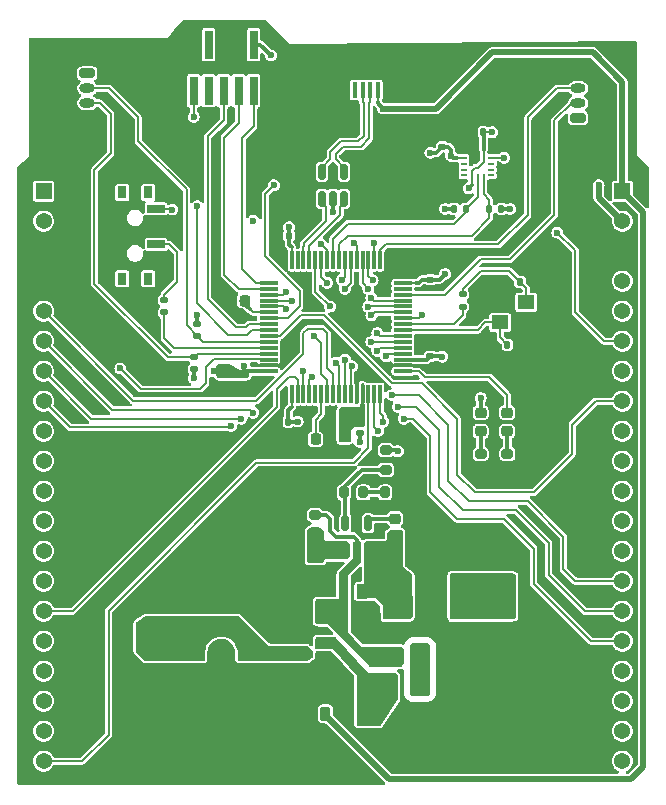
<source format=gtl>
%TF.GenerationSoftware,KiCad,Pcbnew,8.0.5*%
%TF.CreationDate,2024-11-09T22:33:20+01:00*%
%TF.ProjectId,STM32 Development Board,53544d33-3220-4446-9576-656c6f706d65,rev?*%
%TF.SameCoordinates,Original*%
%TF.FileFunction,Copper,L1,Top*%
%TF.FilePolarity,Positive*%
%FSLAX46Y46*%
G04 Gerber Fmt 4.6, Leading zero omitted, Abs format (unit mm)*
G04 Created by KiCad (PCBNEW 8.0.5) date 2024-11-09 22:33:20*
%MOMM*%
%LPD*%
G01*
G04 APERTURE LIST*
G04 Aperture macros list*
%AMRoundRect*
0 Rectangle with rounded corners*
0 $1 Rounding radius*
0 $2 $3 $4 $5 $6 $7 $8 $9 X,Y pos of 4 corners*
0 Add a 4 corners polygon primitive as box body*
4,1,4,$2,$3,$4,$5,$6,$7,$8,$9,$2,$3,0*
0 Add four circle primitives for the rounded corners*
1,1,$1+$1,$2,$3*
1,1,$1+$1,$4,$5*
1,1,$1+$1,$6,$7*
1,1,$1+$1,$8,$9*
0 Add four rect primitives between the rounded corners*
20,1,$1+$1,$2,$3,$4,$5,0*
20,1,$1+$1,$4,$5,$6,$7,0*
20,1,$1+$1,$6,$7,$8,$9,0*
20,1,$1+$1,$8,$9,$2,$3,0*%
G04 Aperture macros list end*
%TA.AperFunction,SMDPad,CuDef*%
%ADD10R,0.400000X1.350000*%
%TD*%
%TA.AperFunction,SMDPad,CuDef*%
%ADD11R,1.600000X1.400000*%
%TD*%
%TA.AperFunction,SMDPad,CuDef*%
%ADD12R,1.900000X1.900000*%
%TD*%
%TA.AperFunction,ComponentPad*%
%ADD13O,0.900000X1.800000*%
%TD*%
%TA.AperFunction,SMDPad,CuDef*%
%ADD14RoundRect,0.225000X0.250000X-0.225000X0.250000X0.225000X-0.250000X0.225000X-0.250000X-0.225000X0*%
%TD*%
%TA.AperFunction,SMDPad,CuDef*%
%ADD15RoundRect,0.250000X0.650000X-0.325000X0.650000X0.325000X-0.650000X0.325000X-0.650000X-0.325000X0*%
%TD*%
%TA.AperFunction,SMDPad,CuDef*%
%ADD16RoundRect,0.140000X-0.170000X0.140000X-0.170000X-0.140000X0.170000X-0.140000X0.170000X0.140000X0*%
%TD*%
%TA.AperFunction,SMDPad,CuDef*%
%ADD17R,0.475000X0.250000*%
%TD*%
%TA.AperFunction,SMDPad,CuDef*%
%ADD18R,0.250000X0.475000*%
%TD*%
%TA.AperFunction,SMDPad,CuDef*%
%ADD19RoundRect,0.135000X-0.135000X-0.185000X0.135000X-0.185000X0.135000X0.185000X-0.135000X0.185000X0*%
%TD*%
%TA.AperFunction,SMDPad,CuDef*%
%ADD20RoundRect,0.225000X0.225000X0.375000X-0.225000X0.375000X-0.225000X-0.375000X0.225000X-0.375000X0*%
%TD*%
%TA.AperFunction,SMDPad,CuDef*%
%ADD21R,1.850000X3.400000*%
%TD*%
%TA.AperFunction,SMDPad,CuDef*%
%ADD22RoundRect,0.200000X-0.275000X0.200000X-0.275000X-0.200000X0.275000X-0.200000X0.275000X0.200000X0*%
%TD*%
%TA.AperFunction,SMDPad,CuDef*%
%ADD23RoundRect,0.140000X0.140000X0.170000X-0.140000X0.170000X-0.140000X-0.170000X0.140000X-0.170000X0*%
%TD*%
%TA.AperFunction,SMDPad,CuDef*%
%ADD24RoundRect,0.225000X-0.375000X0.225000X-0.375000X-0.225000X0.375000X-0.225000X0.375000X0.225000X0*%
%TD*%
%TA.AperFunction,SMDPad,CuDef*%
%ADD25RoundRect,0.135000X0.135000X0.185000X-0.135000X0.185000X-0.135000X-0.185000X0.135000X-0.185000X0*%
%TD*%
%TA.AperFunction,SMDPad,CuDef*%
%ADD26RoundRect,0.225000X0.225000X0.250000X-0.225000X0.250000X-0.225000X-0.250000X0.225000X-0.250000X0*%
%TD*%
%TA.AperFunction,SMDPad,CuDef*%
%ADD27RoundRect,0.140000X0.170000X-0.140000X0.170000X0.140000X-0.170000X0.140000X-0.170000X-0.140000X0*%
%TD*%
%TA.AperFunction,ComponentPad*%
%ADD28O,1.300000X0.800000*%
%TD*%
%TA.AperFunction,ComponentPad*%
%ADD29RoundRect,0.200000X0.450000X-0.200000X0.450000X0.200000X-0.450000X0.200000X-0.450000X-0.200000X0*%
%TD*%
%TA.AperFunction,SMDPad,CuDef*%
%ADD30RoundRect,0.200000X0.275000X-0.200000X0.275000X0.200000X-0.275000X0.200000X-0.275000X-0.200000X0*%
%TD*%
%TA.AperFunction,SMDPad,CuDef*%
%ADD31R,1.400000X1.200000*%
%TD*%
%TA.AperFunction,SMDPad,CuDef*%
%ADD32RoundRect,0.218750X-0.218750X-0.381250X0.218750X-0.381250X0.218750X0.381250X-0.218750X0.381250X0*%
%TD*%
%TA.AperFunction,ComponentPad*%
%ADD33O,2.350000X4.700000*%
%TD*%
%TA.AperFunction,ComponentPad*%
%ADD34O,4.000000X2.000000*%
%TD*%
%TA.AperFunction,SMDPad,CuDef*%
%ADD35RoundRect,0.135000X-0.185000X0.135000X-0.185000X-0.135000X0.185000X-0.135000X0.185000X0.135000X0*%
%TD*%
%TA.AperFunction,SMDPad,CuDef*%
%ADD36RoundRect,0.200000X-0.200000X-0.275000X0.200000X-0.275000X0.200000X0.275000X-0.200000X0.275000X0*%
%TD*%
%TA.AperFunction,SMDPad,CuDef*%
%ADD37RoundRect,0.150000X-0.150000X0.512500X-0.150000X-0.512500X0.150000X-0.512500X0.150000X0.512500X0*%
%TD*%
%TA.AperFunction,ComponentPad*%
%ADD38R,1.370000X1.370000*%
%TD*%
%TA.AperFunction,ComponentPad*%
%ADD39C,1.370000*%
%TD*%
%TA.AperFunction,SMDPad,CuDef*%
%ADD40RoundRect,0.150000X0.587500X0.150000X-0.587500X0.150000X-0.587500X-0.150000X0.587500X-0.150000X0*%
%TD*%
%TA.AperFunction,SMDPad,CuDef*%
%ADD41RoundRect,0.250000X0.325000X0.650000X-0.325000X0.650000X-0.325000X-0.650000X0.325000X-0.650000X0*%
%TD*%
%TA.AperFunction,SMDPad,CuDef*%
%ADD42R,0.740000X2.400000*%
%TD*%
%TA.AperFunction,SMDPad,CuDef*%
%ADD43RoundRect,0.250000X-0.650000X0.325000X-0.650000X-0.325000X0.650000X-0.325000X0.650000X0.325000X0*%
%TD*%
%TA.AperFunction,SMDPad,CuDef*%
%ADD44RoundRect,0.225000X-0.250000X0.225000X-0.250000X-0.225000X0.250000X-0.225000X0.250000X0.225000X0*%
%TD*%
%TA.AperFunction,SMDPad,CuDef*%
%ADD45R,0.800000X1.000000*%
%TD*%
%TA.AperFunction,SMDPad,CuDef*%
%ADD46R,1.500000X0.700000*%
%TD*%
%TA.AperFunction,SMDPad,CuDef*%
%ADD47RoundRect,0.218750X0.256250X-0.218750X0.256250X0.218750X-0.256250X0.218750X-0.256250X-0.218750X0*%
%TD*%
%TA.AperFunction,SMDPad,CuDef*%
%ADD48RoundRect,0.250000X0.375000X0.625000X-0.375000X0.625000X-0.375000X-0.625000X0.375000X-0.625000X0*%
%TD*%
%TA.AperFunction,SMDPad,CuDef*%
%ADD49RoundRect,0.135000X0.185000X-0.135000X0.185000X0.135000X-0.185000X0.135000X-0.185000X-0.135000X0*%
%TD*%
%TA.AperFunction,SMDPad,CuDef*%
%ADD50RoundRect,0.140000X-0.140000X-0.170000X0.140000X-0.170000X0.140000X0.170000X-0.140000X0.170000X0*%
%TD*%
%TA.AperFunction,ComponentPad*%
%ADD51RoundRect,0.200000X-0.450000X0.200000X-0.450000X-0.200000X0.450000X-0.200000X0.450000X0.200000X0*%
%TD*%
%TA.AperFunction,SMDPad,CuDef*%
%ADD52RoundRect,0.075000X0.075000X-0.700000X0.075000X0.700000X-0.075000X0.700000X-0.075000X-0.700000X0*%
%TD*%
%TA.AperFunction,SMDPad,CuDef*%
%ADD53RoundRect,0.075000X0.700000X-0.075000X0.700000X0.075000X-0.700000X0.075000X-0.700000X-0.075000X0*%
%TD*%
%TA.AperFunction,SMDPad,CuDef*%
%ADD54RoundRect,0.147500X0.172500X-0.147500X0.172500X0.147500X-0.172500X0.147500X-0.172500X-0.147500X0*%
%TD*%
%TA.AperFunction,ViaPad*%
%ADD55C,0.600000*%
%TD*%
%TA.AperFunction,Conductor*%
%ADD56C,0.500000*%
%TD*%
%TA.AperFunction,Conductor*%
%ADD57C,0.200000*%
%TD*%
%TA.AperFunction,Conductor*%
%ADD58C,0.350000*%
%TD*%
%TA.AperFunction,Conductor*%
%ADD59C,0.150000*%
%TD*%
%TA.AperFunction,Conductor*%
%ADD60C,0.300000*%
%TD*%
G04 APERTURE END LIST*
D10*
%TO.P,J2,1,VUSB*%
%TO.N,+5V*%
X58800000Y-70675000D03*
%TO.P,J2,2,D-*%
%TO.N,USB_CONN_D_N*%
X58150000Y-70675000D03*
%TO.P,J2,3,D+*%
%TO.N,USB_CONN_D_P*%
X57500000Y-70675000D03*
%TO.P,J2,4,ID*%
%TO.N,unconnected-(J2-ID-Pad4)*%
X56850000Y-70675000D03*
%TO.P,J2,5,GND*%
%TO.N,GND*%
X56200000Y-70675000D03*
D11*
%TO.P,J2,S1,SHIELD*%
X60700000Y-70450000D03*
%TO.P,J2,S2,SHIELD*%
X54300000Y-70450000D03*
D12*
%TO.P,J2,S3,SHIELD*%
X56300000Y-68000000D03*
%TO.P,J2,S4,SHIELD*%
X58700000Y-68000000D03*
D13*
%TO.P,J2,S5,SHIELD*%
X60800000Y-68000000D03*
%TO.P,J2,S6,SHIELD*%
X54200000Y-68000000D03*
%TD*%
D14*
%TO.P,C16,1*%
%TO.N,BUCK_SW*%
X60250000Y-108525000D03*
%TO.P,C16,2*%
%TO.N,BUCK_BST*%
X60250000Y-106975000D03*
%TD*%
D15*
%TO.P,C14,1*%
%TO.N,+3.3V*%
X69600000Y-112475000D03*
%TO.P,C14,2*%
%TO.N,GND*%
X69600000Y-109525000D03*
%TD*%
D16*
%TO.P,C7,1*%
%TO.N,+3.3V*%
X47500000Y-94770000D03*
%TO.P,C7,2*%
%TO.N,GND*%
X47500000Y-95730000D03*
%TD*%
D17*
%TO.P,U4,1,SDO*%
%TO.N,unconnected-(U4-SDO-Pad1)*%
X68412500Y-77912500D03*
%TO.P,U4,2,ASDX*%
%TO.N,unconnected-(U4-ASDX-Pad2)*%
X68412500Y-77412500D03*
%TO.P,U4,3,ASCX*%
%TO.N,unconnected-(U4-ASCX-Pad3)*%
X68412500Y-76912500D03*
%TO.P,U4,4,INT1*%
%TO.N,GYRO_INT*%
X68412500Y-76412500D03*
D18*
%TO.P,U4,5,VDDIO*%
%TO.N,+3.3V*%
X67750000Y-76250000D03*
%TO.P,U4,6,GNDIO*%
%TO.N,GND*%
X67250000Y-76250000D03*
%TO.P,U4,7,GND*%
X66750000Y-76250000D03*
D17*
%TO.P,U4,8,VDD*%
%TO.N,+3.3VA*%
X66087500Y-76412500D03*
%TO.P,U4,9,INT2*%
%TO.N,unconnected-(U4-INT2-Pad9)*%
X66087500Y-76912500D03*
%TO.P,U4,10,OSCB*%
%TO.N,unconnected-(U4-OSCB-Pad10)*%
X66087500Y-77412500D03*
%TO.P,U4,11,OSDO*%
%TO.N,unconnected-(U4-OSDO-Pad11)*%
X66087500Y-77912500D03*
D18*
%TO.P,U4,12,CSB*%
%TO.N,+3.3V*%
X66750000Y-78075000D03*
%TO.P,U4,13,SCX*%
%TO.N,I2C3_SCL*%
X67250000Y-78075000D03*
%TO.P,U4,14,SDX*%
%TO.N,I2C3_SDA*%
X67750000Y-78075000D03*
%TD*%
D19*
%TO.P,R13,1*%
%TO.N,I2C3_SDA*%
X68240000Y-80750000D03*
%TO.P,R13,2*%
%TO.N,+3.3V*%
X69260000Y-80750000D03*
%TD*%
D20*
%TO.P,D2,1,K*%
%TO.N,Net-(D2-K)*%
X57650000Y-123500000D03*
%TO.P,D2,2,A*%
%TO.N,+5V*%
X54350000Y-123500000D03*
%TD*%
D21*
%TO.P,L2,1*%
%TO.N,BUCK_SW*%
X60475000Y-113500000D03*
%TO.P,L2,2*%
%TO.N,+3.3V*%
X66025000Y-113500000D03*
%TD*%
D22*
%TO.P,R3,1*%
%TO.N,BUCK_IN*%
X53500000Y-106675000D03*
%TO.P,R3,2*%
%TO.N,BUCK_EN*%
X53500000Y-108325000D03*
%TD*%
D23*
%TO.P,C18,1*%
%TO.N,+3.3V*%
X67730000Y-74250000D03*
%TO.P,C18,2*%
%TO.N,GND*%
X66770000Y-74250000D03*
%TD*%
D24*
%TO.P,D3,1,K*%
%TO.N,BUCK_SW*%
X57750000Y-113100000D03*
%TO.P,D3,2,A*%
%TO.N,GND*%
X57750000Y-116400000D03*
%TD*%
D25*
%TO.P,R12,1*%
%TO.N,I2C3_SCL*%
X66260000Y-80750000D03*
%TO.P,R12,2*%
%TO.N,+3.3V*%
X65240000Y-80750000D03*
%TD*%
D22*
%TO.P,R8,1*%
%TO.N,+3.3V*%
X59500000Y-101175000D03*
%TO.P,R8,2*%
%TO.N,BUCK_FB*%
X59500000Y-102825000D03*
%TD*%
D26*
%TO.P,C4,1*%
%TO.N,Net-(U1-PD2)*%
X47525000Y-88500000D03*
%TO.P,C4,2*%
%TO.N,GND*%
X45975000Y-88500000D03*
%TD*%
D27*
%TO.P,C17,1*%
%TO.N,+3.3VA*%
X64250000Y-75480000D03*
%TO.P,C17,2*%
%TO.N,GND*%
X64250000Y-74520000D03*
%TD*%
D28*
%TO.P,J5,4,Pin_4*%
%TO.N,GND*%
X75750000Y-69275000D03*
%TO.P,J5,3,Pin_3*%
%TO.N,USART3_RX*%
X75750000Y-70525000D03*
%TO.P,J5,2,Pin_2*%
%TO.N,USART3_TX*%
X75750000Y-71775000D03*
D29*
%TO.P,J5,1,Pin_1*%
%TO.N,+3.3V*%
X75750000Y-73025000D03*
%TD*%
D23*
%TO.P,C10,1*%
%TO.N,+3.3VA*%
X55960000Y-98750000D03*
%TO.P,C10,2*%
%TO.N,GND*%
X55000000Y-98750000D03*
%TD*%
%TO.P,C13,1*%
%TO.N,Net-(C13-Pad1)*%
X70830000Y-86900000D03*
%TO.P,C13,2*%
%TO.N,GND*%
X69870000Y-86900000D03*
%TD*%
D22*
%TO.P,R4,1*%
%TO.N,BUCK_EN*%
X53500000Y-110175000D03*
%TO.P,R4,2*%
%TO.N,GND*%
X53500000Y-111825000D03*
%TD*%
D30*
%TO.P,R1,1*%
%TO.N,GND*%
X69770000Y-103150000D03*
%TO.P,R1,2*%
%TO.N,Net-(D1-K)*%
X69770000Y-101500000D03*
%TD*%
D31*
%TO.P,Y1,1,1*%
%TO.N,HSE_IN*%
X69150000Y-90350000D03*
%TO.P,Y1,2,2*%
%TO.N,GND*%
X71350000Y-90350000D03*
%TO.P,Y1,3,3*%
%TO.N,Net-(C13-Pad1)*%
X71350000Y-88650000D03*
%TO.P,Y1,4,4*%
%TO.N,GND*%
X69150000Y-88650000D03*
%TD*%
D32*
%TO.P,FB1,1*%
%TO.N,BUCK_IN*%
X60437500Y-118500000D03*
%TO.P,FB1,2*%
%TO.N,Net-(F1-Pad1)*%
X62562500Y-118500000D03*
%TD*%
D33*
%TO.P,J8,2*%
%TO.N,GND*%
X45550000Y-119500000D03*
D34*
%TO.P,J8,3*%
X40750000Y-123000000D03*
%TO.P,J8,4*%
%TO.N,+12V*%
X40750000Y-117000000D03*
%TD*%
D35*
%TO.P,R2,1*%
%TO.N,+3.3V*%
X43500000Y-90490000D03*
%TO.P,R2,2*%
%TO.N,I2C1_SCL*%
X43500000Y-91510000D03*
%TD*%
D36*
%TO.P,R10,1*%
%TO.N,Net-(R10-Pad1)*%
X59425000Y-104750000D03*
%TO.P,R10,2*%
%TO.N,GND*%
X61075000Y-104750000D03*
%TD*%
D30*
%TO.P,R11,1*%
%TO.N,GND*%
X67500000Y-103150000D03*
%TO.P,R11,2*%
%TO.N,Net-(D4-K)*%
X67500000Y-101500000D03*
%TD*%
D37*
%TO.P,U3,1,I/O1*%
%TO.N,USB_CONN_D_N*%
X55950000Y-77612500D03*
%TO.P,U3,2,GND*%
%TO.N,GND*%
X55000000Y-77612500D03*
%TO.P,U3,3,I/O2*%
%TO.N,USB_CONN_D_P*%
X54050000Y-77612500D03*
%TO.P,U3,4,I/O2*%
%TO.N,USB_D_P*%
X54050000Y-79887500D03*
%TO.P,U3,5,VBUS*%
%TO.N,+5V*%
X55000000Y-79887500D03*
%TO.P,U3,6,I/O1*%
%TO.N,USB_D_N*%
X55950000Y-79887500D03*
%TD*%
D38*
%TO.P,J7,01,01*%
%TO.N,+5V*%
X79500000Y-79240000D03*
D39*
%TO.P,J7,02,02*%
%TO.N,+3.3V*%
X79500000Y-81780000D03*
%TO.P,J7,03,03*%
%TO.N,GND*%
X79500000Y-84320000D03*
%TO.P,J7,04,04*%
%TO.N,PB15*%
X79500000Y-86860000D03*
%TO.P,J7,05,05*%
%TO.N,PB14*%
X79500000Y-89400000D03*
%TO.P,J7,06,06*%
%TO.N,PB13*%
X79500000Y-91940000D03*
%TO.P,J7,07,07*%
%TO.N,PB10*%
X79500000Y-94480000D03*
%TO.P,J7,08,08*%
%TO.N,PB6*%
X79500000Y-97020000D03*
%TO.P,J7,09,09*%
%TO.N,PB5*%
X79500000Y-99560000D03*
%TO.P,J7,10,10*%
%TO.N,PB3*%
X79500000Y-102100000D03*
%TO.P,J7,11,11*%
%TO.N,PB2*%
X79500000Y-104640000D03*
%TO.P,J7,12,12*%
%TO.N,PB1*%
X79500000Y-107180000D03*
%TO.P,J7,13,13*%
%TO.N,PB0*%
X79500000Y-109720000D03*
%TO.P,J7,14,14*%
%TO.N,PA11*%
X79500000Y-112260000D03*
%TO.P,J7,15,15*%
%TO.N,PA10*%
X79500000Y-114800000D03*
%TO.P,J7,16,16*%
%TO.N,PA9*%
X79500000Y-117340000D03*
%TO.P,J7,17,17*%
%TO.N,PA7*%
X79500000Y-119880000D03*
%TO.P,J7,18,18*%
%TO.N,PA6*%
X79500000Y-122420000D03*
%TO.P,J7,19,19*%
%TO.N,PA5*%
X79500000Y-124960000D03*
%TO.P,J7,20,20*%
%TO.N,PA4*%
X79500000Y-127500000D03*
%TD*%
D37*
%TO.P,U2,1,BST*%
%TO.N,BUCK_BST*%
X57950000Y-107362500D03*
%TO.P,U2,2,GND*%
%TO.N,GND*%
X57000000Y-107362500D03*
%TO.P,U2,3,FB*%
%TO.N,BUCK_FB*%
X56050000Y-107362500D03*
%TO.P,U2,4,EN*%
%TO.N,BUCK_EN*%
X56050000Y-109637500D03*
%TO.P,U2,5,IN*%
%TO.N,BUCK_IN*%
X57000000Y-109637500D03*
%TO.P,U2,6,SW*%
%TO.N,BUCK_SW*%
X57950000Y-109637500D03*
%TD*%
D27*
%TO.P,C9,1*%
%TO.N,+3.3V*%
X63250000Y-86730000D03*
%TO.P,C9,2*%
%TO.N,GND*%
X63250000Y-85770000D03*
%TD*%
D40*
%TO.P,Q1,1,G*%
%TO.N,GND*%
X54250000Y-119450000D03*
%TO.P,Q1,2,S*%
%TO.N,Net-(D2-K)*%
X54250000Y-117550000D03*
%TO.P,Q1,3,D*%
%TO.N,+12V*%
X52375000Y-118500000D03*
%TD*%
D41*
%TO.P,C8,1*%
%TO.N,BUCK_IN*%
X54300000Y-114837500D03*
%TO.P,C8,2*%
%TO.N,GND*%
X51350000Y-114837500D03*
%TD*%
D38*
%TO.P,J6,01,01*%
%TO.N,+3.3V*%
X30500000Y-79240000D03*
D39*
%TO.P,J6,02,02*%
X30500000Y-81780000D03*
%TO.P,J6,03,03*%
%TO.N,GND*%
X30500000Y-84320000D03*
%TO.P,J6,04,04*%
X30500000Y-86860000D03*
%TO.P,J6,05,05*%
%TO.N,PC0*%
X30500000Y-89400000D03*
%TO.P,J6,06,06*%
%TO.N,PC1*%
X30500000Y-91940000D03*
%TO.P,J6,07,07*%
%TO.N,PC2*%
X30500000Y-94480000D03*
%TO.P,J6,08,08*%
%TO.N,PC3*%
X30500000Y-97020000D03*
%TO.P,J6,09,09*%
%TO.N,PC6*%
X30500000Y-99560000D03*
%TO.P,J6,10,10*%
%TO.N,PC7*%
X30500000Y-102100000D03*
%TO.P,J6,11,11*%
%TO.N,PC8*%
X30500000Y-104640000D03*
%TO.P,J6,12,12*%
%TO.N,PC10*%
X30500000Y-107180000D03*
%TO.P,J6,13,13*%
%TO.N,PC11*%
X30500000Y-109720000D03*
%TO.P,J6,14,14*%
%TO.N,PC12*%
X30500000Y-112260000D03*
%TO.P,J6,15,15*%
%TO.N,PC13*%
X30500000Y-114800000D03*
%TO.P,J6,16,16*%
%TO.N,PC14*%
X30500000Y-117340000D03*
%TO.P,J6,17,17*%
%TO.N,PC15*%
X30500000Y-119880000D03*
%TO.P,J6,18,18*%
%TO.N,PA2*%
X30500000Y-122420000D03*
%TO.P,J6,19,19*%
%TO.N,PA1*%
X30500000Y-124960000D03*
%TO.P,J6,20,20*%
%TO.N,PA0*%
X30500000Y-127500000D03*
%TD*%
D23*
%TO.P,C6,1*%
%TO.N,+3.3V*%
X51280000Y-83000000D03*
%TO.P,C6,2*%
%TO.N,GND*%
X50320000Y-83000000D03*
%TD*%
D42*
%TO.P,J4,1,Pin_1*%
%TO.N,+3.3V*%
X48290000Y-66850000D03*
%TO.P,J4,2,Pin_2*%
%TO.N,SWDIO*%
X48290000Y-70750000D03*
%TO.P,J4,3,Pin_3*%
%TO.N,GND*%
X47020000Y-66850000D03*
%TO.P,J4,4,Pin_4*%
%TO.N,SWCLK*%
X47020000Y-70750000D03*
%TO.P,J4,5,Pin_5*%
%TO.N,GND*%
X45750000Y-66850000D03*
%TO.P,J4,6,Pin_6*%
%TO.N,SWO*%
X45750000Y-70750000D03*
%TO.P,J4,7,Pin_7*%
%TO.N,unconnected-(J4-Pin_7-Pad7)*%
X44480000Y-66850000D03*
%TO.P,J4,8,Pin_8*%
%TO.N,unconnected-(J4-Pin_8-Pad8)*%
X44480000Y-70750000D03*
%TO.P,J4,9,Pin_9*%
%TO.N,GND*%
X43210000Y-66850000D03*
%TO.P,J4,10,Pin_10*%
%TO.N,NRST*%
X43210000Y-70750000D03*
%TD*%
D23*
%TO.P,C5,1*%
%TO.N,+3.3V*%
X51230000Y-98750000D03*
%TO.P,C5,2*%
%TO.N,GND*%
X50270000Y-98750000D03*
%TD*%
D43*
%TO.P,C15,1*%
%TO.N,+3.3V*%
X69600000Y-114825000D03*
%TO.P,C15,2*%
%TO.N,GND*%
X69600000Y-117775000D03*
%TD*%
D44*
%TO.P,C1,1*%
%TO.N,+3.3V*%
X45750000Y-94495000D03*
%TO.P,C1,2*%
%TO.N,GND*%
X45750000Y-96045000D03*
%TD*%
D45*
%TO.P,SW1,*%
%TO.N,*%
X39360000Y-79350000D03*
X37150000Y-79350000D03*
X39360000Y-86650000D03*
X37150000Y-86650000D03*
D46*
%TO.P,SW1,1,A*%
%TO.N,+3.3V*%
X40010000Y-80750000D03*
%TO.P,SW1,2,B*%
%TO.N,Net-(SW1-B)*%
X40010000Y-83750000D03*
%TO.P,SW1,3,C*%
%TO.N,GND*%
X40010000Y-85250000D03*
%TD*%
D47*
%TO.P,D1,1,K*%
%TO.N,Net-(D1-K)*%
X69750000Y-99575000D03*
%TO.P,D1,2,A*%
%TO.N,LED_STATUS*%
X69750000Y-98000000D03*
%TD*%
D48*
%TO.P,F1,1*%
%TO.N,Net-(F1-Pad1)*%
X62400000Y-120887500D03*
%TO.P,F1,2*%
%TO.N,Net-(D2-K)*%
X59600000Y-120887500D03*
%TD*%
D47*
%TO.P,D4,1,K*%
%TO.N,Net-(D4-K)*%
X67500000Y-99575000D03*
%TO.P,D4,2,A*%
%TO.N,+3.3V*%
X67500000Y-98000000D03*
%TD*%
D49*
%TO.P,R6,1*%
%TO.N,+3.3V*%
X43250000Y-94310000D03*
%TO.P,R6,2*%
%TO.N,I2C1_SDA*%
X43250000Y-93290000D03*
%TD*%
D50*
%TO.P,C11,1*%
%TO.N,HSE_IN*%
X69770000Y-92250000D03*
%TO.P,C11,2*%
%TO.N,GND*%
X70730000Y-92250000D03*
%TD*%
D36*
%TO.P,R9,1*%
%TO.N,BUCK_FB*%
X55925000Y-104750000D03*
%TO.P,R9,2*%
%TO.N,Net-(R10-Pad1)*%
X57575000Y-104750000D03*
%TD*%
D51*
%TO.P,J3,1,Pin_1*%
%TO.N,+3.3V*%
X34200000Y-69275000D03*
D28*
%TO.P,J3,2,Pin_2*%
%TO.N,I2C1_SCL*%
X34200000Y-70525000D03*
%TO.P,J3,3,Pin_3*%
%TO.N,I2C1_SDA*%
X34200000Y-71775000D03*
%TO.P,J3,4,Pin_4*%
%TO.N,GND*%
X34200000Y-73025000D03*
%TD*%
D49*
%TO.P,R7,1*%
%TO.N,HSE_OUT*%
X66000000Y-89010000D03*
%TO.P,R7,2*%
%TO.N,Net-(C13-Pad1)*%
X66000000Y-87990000D03*
%TD*%
D26*
%TO.P,C2,1*%
%TO.N,Net-(U1-PH1)*%
X53525000Y-100250000D03*
%TO.P,C2,2*%
%TO.N,GND*%
X51975000Y-100250000D03*
%TD*%
D35*
%TO.P,R5,1*%
%TO.N,Net-(SW1-B)*%
X40700000Y-88490000D03*
%TO.P,R5,2*%
%TO.N,BOOT0*%
X40700000Y-89510000D03*
%TD*%
D52*
%TO.P,U1,1,VBAT*%
%TO.N,+3.3V*%
X51500000Y-96425000D03*
%TO.P,U1,2,PC13*%
%TO.N,PC13*%
X52000000Y-96425000D03*
%TO.P,U1,3,PC14*%
%TO.N,PC14*%
X52500000Y-96425000D03*
%TO.P,U1,4,PC15*%
%TO.N,PC15*%
X53000000Y-96425000D03*
%TO.P,U1,5,PH0*%
%TO.N,unconnected-(U1-PH0-Pad5)*%
X53500000Y-96425000D03*
%TO.P,U1,6,PH1*%
%TO.N,Net-(U1-PH1)*%
X54000000Y-96425000D03*
%TO.P,U1,7,NRST*%
%TO.N,NRST*%
X54500000Y-96425000D03*
%TO.P,U1,8,PC0*%
%TO.N,PC0*%
X55000000Y-96425000D03*
%TO.P,U1,9,PC1*%
%TO.N,PC1*%
X55500000Y-96425000D03*
%TO.P,U1,10,PC2*%
%TO.N,PC2*%
X56000000Y-96425000D03*
%TO.P,U1,11,PC3*%
%TO.N,PC3*%
X56500000Y-96425000D03*
%TO.P,U1,12,VSSA*%
%TO.N,GND*%
X57000000Y-96425000D03*
%TO.P,U1,13,VDDA*%
%TO.N,+3.3VA*%
X57500000Y-96425000D03*
%TO.P,U1,14,PA0*%
%TO.N,PA0*%
X58000000Y-96425000D03*
%TO.P,U1,15,PA1*%
%TO.N,PA1*%
X58500000Y-96425000D03*
%TO.P,U1,16,PA2*%
%TO.N,PA2*%
X59000000Y-96425000D03*
D53*
%TO.P,U1,17,PA3*%
%TO.N,LED_STATUS*%
X60925000Y-94500000D03*
%TO.P,U1,18,VSS*%
%TO.N,GND*%
X60925000Y-94000000D03*
%TO.P,U1,19,VDD*%
%TO.N,+3.3V*%
X60925000Y-93500000D03*
%TO.P,U1,20,PA4*%
%TO.N,PA4*%
X60925000Y-93000000D03*
%TO.P,U1,21,PA5*%
%TO.N,PA5*%
X60925000Y-92500000D03*
%TO.P,U1,22,PA6*%
%TO.N,PA6*%
X60925000Y-92000000D03*
%TO.P,U1,23,PA7*%
%TO.N,PA7*%
X60925000Y-91500000D03*
%TO.P,U1,24,PC4*%
%TO.N,HSE_IN*%
X60925000Y-91000000D03*
%TO.P,U1,25,PC5*%
%TO.N,HSE_OUT*%
X60925000Y-90500000D03*
%TO.P,U1,26,PB0*%
%TO.N,PB0*%
X60925000Y-90000000D03*
%TO.P,U1,27,PB1*%
%TO.N,PB1*%
X60925000Y-89500000D03*
%TO.P,U1,28,PB2*%
%TO.N,PB2*%
X60925000Y-89000000D03*
%TO.P,U1,29,PB10*%
%TO.N,PB10*%
X60925000Y-88500000D03*
%TO.P,U1,30,PB11*%
%TO.N,USART3_TX*%
X60925000Y-88000000D03*
%TO.P,U1,31,VCAP_1*%
%TO.N,unconnected-(U1-VCAP_1-Pad31)*%
X60925000Y-87500000D03*
%TO.P,U1,32,VDD*%
%TO.N,+3.3V*%
X60925000Y-87000000D03*
D52*
%TO.P,U1,33,PB12*%
%TO.N,USART3_RX*%
X59000000Y-85075000D03*
%TO.P,U1,34,PB13*%
%TO.N,PB13*%
X58500000Y-85075000D03*
%TO.P,U1,35,PB14*%
%TO.N,PB14*%
X58000000Y-85075000D03*
%TO.P,U1,36,PB15*%
%TO.N,PB15*%
X57500000Y-85075000D03*
%TO.P,U1,37,PC6*%
%TO.N,PC6*%
X57000000Y-85075000D03*
%TO.P,U1,38,PC7*%
%TO.N,PC7*%
X56500000Y-85075000D03*
%TO.P,U1,39,PC8*%
%TO.N,PC8*%
X56000000Y-85075000D03*
%TO.P,U1,40,PC9*%
%TO.N,I2C3_SDA*%
X55500000Y-85075000D03*
%TO.P,U1,41,PA8*%
%TO.N,I2C3_SCL*%
X55000000Y-85075000D03*
%TO.P,U1,42,PA9*%
%TO.N,PA9*%
X54500000Y-85075000D03*
%TO.P,U1,43,PA10*%
%TO.N,PA10*%
X54000000Y-85075000D03*
%TO.P,U1,44,PA11*%
%TO.N,PA11*%
X53500000Y-85075000D03*
%TO.P,U1,45,PA12*%
%TO.N,USB_D_N*%
X53000000Y-85075000D03*
%TO.P,U1,46,PA13*%
%TO.N,USB_D_P*%
X52500000Y-85075000D03*
%TO.P,U1,47,VCAP_2*%
%TO.N,unconnected-(U1-VCAP_2-Pad47)*%
X52000000Y-85075000D03*
%TO.P,U1,48,VDD*%
%TO.N,+3.3V*%
X51500000Y-85075000D03*
D53*
%TO.P,U1,49,PA14*%
%TO.N,SWDIO*%
X49575000Y-87000000D03*
%TO.P,U1,50,PA15*%
%TO.N,SWCLK*%
X49575000Y-87500000D03*
%TO.P,U1,51,PC10*%
%TO.N,PC10*%
X49575000Y-88000000D03*
%TO.P,U1,52,PC11*%
%TO.N,PC11*%
X49575000Y-88500000D03*
%TO.P,U1,53,PC12*%
%TO.N,PC12*%
X49575000Y-89000000D03*
%TO.P,U1,54,PD2*%
%TO.N,Net-(U1-PD2)*%
X49575000Y-89500000D03*
%TO.P,U1,55,PB3*%
%TO.N,PB3*%
X49575000Y-90000000D03*
%TO.P,U1,56,PB4*%
%TO.N,SWO*%
X49575000Y-90500000D03*
%TO.P,U1,57,PB5*%
%TO.N,PB5*%
X49575000Y-91000000D03*
%TO.P,U1,58,PB6*%
%TO.N,PB6*%
X49575000Y-91500000D03*
%TO.P,U1,59,PB7*%
%TO.N,I2C1_SCL*%
X49575000Y-92000000D03*
%TO.P,U1,60,BOOT0*%
%TO.N,BOOT0*%
X49575000Y-92500000D03*
%TO.P,U1,61,PB8*%
%TO.N,I2C1_SDA*%
X49575000Y-93000000D03*
%TO.P,U1,62,PB9*%
%TO.N,GYRO_INT*%
X49575000Y-93500000D03*
%TO.P,U1,63,VSS*%
%TO.N,GND*%
X49575000Y-94000000D03*
%TO.P,U1,64,VDD*%
%TO.N,+3.3V*%
X49575000Y-94500000D03*
%TD*%
D54*
%TO.P,L1,1*%
%TO.N,+3.3V*%
X57250000Y-99735000D03*
%TO.P,L1,2*%
%TO.N,+3.3VA*%
X57250000Y-98765000D03*
%TD*%
D27*
%TO.P,C3,1*%
%TO.N,+3.3V*%
X63250000Y-93230000D03*
%TO.P,C3,2*%
%TO.N,GND*%
X63250000Y-92270000D03*
%TD*%
D23*
%TO.P,C12,1*%
%TO.N,+3.3VA*%
X55980000Y-100000000D03*
%TO.P,C12,2*%
%TO.N,GND*%
X55020000Y-100000000D03*
%TD*%
D55*
%TO.N,GND*%
X48750000Y-103250000D03*
X44500000Y-100000000D03*
X44500000Y-102250000D03*
X39500000Y-77500000D03*
X37250000Y-74250000D03*
X76750000Y-85500000D03*
X76736005Y-88904934D03*
X72500000Y-79000000D03*
X73500000Y-72400000D03*
X72500000Y-76750000D03*
X72500000Y-74500000D03*
X64000000Y-78750000D03*
X62250000Y-78750000D03*
X52000000Y-78750000D03*
X58000000Y-78750000D03*
X61000000Y-74500000D03*
X59250000Y-76000000D03*
X59250000Y-74500000D03*
X53500000Y-73250000D03*
X54750000Y-73250000D03*
X53500000Y-74750000D03*
X53500000Y-76250000D03*
X56250000Y-73250000D03*
X46000000Y-113250000D03*
X51250000Y-106250000D03*
X48500000Y-109000000D03*
X76750000Y-120000000D03*
X76750000Y-116000000D03*
X76750000Y-108250000D03*
X76750000Y-104250000D03*
X76750000Y-100250000D03*
X76750000Y-96500000D03*
X76750000Y-92500000D03*
X71750000Y-125000000D03*
X67750000Y-125000000D03*
X64000000Y-125000000D03*
X60000000Y-125000000D03*
X73000000Y-127750000D03*
X69000000Y-127750000D03*
X65250000Y-127750000D03*
X61250000Y-127750000D03*
X33250000Y-128250000D03*
X33250000Y-121500000D03*
X33250000Y-117500000D03*
X33250000Y-113000000D03*
X33250000Y-109000000D03*
X33250000Y-105250000D03*
X33250000Y-101250000D03*
X33500000Y-89500000D03*
X33500000Y-85500000D03*
X33500000Y-82250000D03*
X33500000Y-78250000D03*
%TO.N,+3.3V*%
X77500000Y-78750000D03*
%TO.N,GYRO_INT*%
X37000000Y-94250000D03*
X69500000Y-76412500D03*
%TO.N,GND*%
X44900000Y-95980000D03*
%TO.N,PB5*%
X43500000Y-80500000D03*
%TO.N,PB3*%
X50000000Y-78750000D03*
%TO.N,+3.3V*%
X52000000Y-98750000D03*
%TO.N,NRST*%
X43210000Y-72960000D03*
X48250000Y-81750000D03*
X53425000Y-91500000D03*
%TO.N,+3.3VA*%
X56000000Y-98000000D03*
%TO.N,GND*%
X63000000Y-94250000D03*
%TO.N,PA9*%
X61000000Y-98500000D03*
%TO.N,PA10*%
X60500000Y-97500000D03*
%TO.N,PA11*%
X60000000Y-96500000D03*
%TO.N,GND*%
X56200000Y-71950000D03*
%TO.N,+3.3VA*%
X65000000Y-76250000D03*
X63250000Y-76000000D03*
%TO.N,GND*%
X55000000Y-101250000D03*
X63500000Y-74500000D03*
X66000000Y-74250000D03*
%TO.N,+3.3V*%
X68500000Y-74250000D03*
X66500000Y-79000000D03*
X64500000Y-86250000D03*
X70000000Y-80750000D03*
X64500000Y-80750000D03*
X57250000Y-100485000D03*
%TO.N,GND*%
X47000000Y-68750000D03*
X45750000Y-68750000D03*
X42000000Y-67500000D03*
%TO.N,+3.3V*%
X49750000Y-67750000D03*
%TO.N,GND*%
X45000000Y-85750000D03*
X57750000Y-115500000D03*
X50320000Y-82320000D03*
X70750000Y-93000000D03*
X61075000Y-103800000D03*
X69770000Y-104100000D03*
X53050000Y-70450000D03*
X62000000Y-70500000D03*
X41200000Y-85200000D03*
X50400000Y-114837500D03*
X57000000Y-106200000D03*
X53500000Y-112700000D03*
X67750000Y-88750000D03*
X68150000Y-109500000D03*
X68250000Y-117750000D03*
X57250000Y-94750000D03*
X69000000Y-86750000D03*
X50850000Y-100250000D03*
X63250000Y-85000000D03*
X54250000Y-120750000D03*
X67500000Y-104100000D03*
%TO.N,+3.3V*%
X64250000Y-93250000D03*
X47500000Y-94030000D03*
X67825000Y-113550000D03*
X67500000Y-96750000D03*
X41400000Y-80800000D03*
X67825000Y-112475000D03*
X44900000Y-94495000D03*
X43500000Y-89750000D03*
X60500000Y-101250000D03*
X43250000Y-95100000D03*
X51280000Y-82280000D03*
X67825000Y-114800000D03*
%TO.N,+5V*%
X59250000Y-72250000D03*
X55000000Y-81000000D03*
%TO.N,PC3*%
X46375000Y-99125000D03*
X56600000Y-94069453D03*
%TO.N,PC8*%
X55747017Y-86741051D03*
%TO.N,PC10*%
X51000000Y-87750000D03*
%TO.N,PC15*%
X53250000Y-95000000D03*
%TO.N,PA1*%
X58800000Y-99550000D03*
%TO.N,PC1*%
X55250000Y-93750000D03*
X48250000Y-98000000D03*
%TO.N,PC11*%
X51500000Y-88500000D03*
%TO.N,PC14*%
X52500000Y-94500000D03*
%TO.N,PC7*%
X56000000Y-87500000D03*
%TO.N,PC6*%
X56750000Y-83600000D03*
%TO.N,PC12*%
X51000000Y-89250000D03*
%TO.N,PC2*%
X47250000Y-98500000D03*
X56008949Y-93497017D03*
%TO.N,PA2*%
X59250000Y-98750000D03*
%TO.N,PA5*%
X58750000Y-92750000D03*
%TO.N,PA11*%
X54750000Y-89000000D03*
%TO.N,PA10*%
X54500000Y-87000000D03*
%TO.N,PA7*%
X58750000Y-91250000D03*
%TO.N,PB14*%
X58363403Y-86779880D03*
%TO.N,PB15*%
X57997017Y-87491051D03*
%TO.N,PA9*%
X54000000Y-83750000D03*
%TO.N,PB2*%
X57997017Y-89008949D03*
%TO.N,PB1*%
X58255479Y-89766050D03*
%TO.N,PB13*%
X58500000Y-83600000D03*
X74000000Y-82750000D03*
%TO.N,PA6*%
X58247017Y-92008949D03*
%TO.N,PB10*%
X58250000Y-88250000D03*
%TO.N,PB0*%
X62500000Y-89750000D03*
%TO.N,PA4*%
X59500000Y-93215533D03*
%TO.N,+3.3VA*%
X57250000Y-98000000D03*
%TD*%
D56*
%TO.N,+5V*%
X77000000Y-67500000D02*
X68500000Y-67500000D01*
X68500000Y-67500000D02*
X63750000Y-72250000D01*
X63750000Y-72250000D02*
X59250000Y-72250000D01*
X79500000Y-70000000D02*
X77000000Y-67500000D01*
X79500000Y-79240000D02*
X79500000Y-70000000D01*
D57*
%TO.N,I2C1_SDA*%
X35275000Y-71775000D02*
X34200000Y-71775000D01*
X36200000Y-72700000D02*
X35275000Y-71775000D01*
X36200000Y-76050000D02*
X36200000Y-72700000D01*
X34800000Y-87100000D02*
X34800000Y-77450000D01*
X40990000Y-93290000D02*
X34800000Y-87100000D01*
X34800000Y-77450000D02*
X36200000Y-76050000D01*
X43250000Y-93290000D02*
X40990000Y-93290000D01*
%TO.N,I2C1_SCL*%
X38500000Y-75000000D02*
X38500000Y-73000000D01*
X36025000Y-70525000D02*
X34200000Y-70525000D01*
X42600000Y-79100000D02*
X38500000Y-75000000D01*
X42600000Y-90600000D02*
X42600000Y-79100000D01*
X43500000Y-91500000D02*
X42600000Y-90600000D01*
X38500000Y-73000000D02*
X36025000Y-70525000D01*
X43500000Y-91510000D02*
X43500000Y-91500000D01*
%TO.N,USART3_RX*%
X73975000Y-70525000D02*
X75750000Y-70525000D01*
X71500000Y-73000000D02*
X73975000Y-70525000D01*
X69000000Y-83750000D02*
X71500000Y-81250000D01*
X71500000Y-81250000D02*
X71500000Y-73000000D01*
X59000000Y-84250000D02*
X59500000Y-83750000D01*
X59500000Y-83750000D02*
X69000000Y-83750000D01*
X59000000Y-85075000D02*
X59000000Y-84250000D01*
%TO.N,USART3_TX*%
X75225000Y-71775000D02*
X75750000Y-71775000D01*
X73750000Y-73250000D02*
X75225000Y-71775000D01*
X73750000Y-81250000D02*
X73750000Y-73250000D01*
X64500000Y-88000000D02*
X67500000Y-85000000D01*
X60925000Y-88000000D02*
X64500000Y-88000000D01*
X67500000Y-85000000D02*
X70000000Y-85000000D01*
X70000000Y-85000000D02*
X73750000Y-81250000D01*
%TO.N,PC3*%
X32730000Y-99250000D02*
X30500000Y-97020000D01*
X46375000Y-99125000D02*
X46250000Y-99250000D01*
X46250000Y-99250000D02*
X32730000Y-99250000D01*
%TO.N,PC2*%
X34520000Y-98500000D02*
X30500000Y-94480000D01*
X47250000Y-98500000D02*
X34520000Y-98500000D01*
%TO.N,PC0*%
X54500000Y-94250000D02*
X55000000Y-94750000D01*
X54500000Y-91250000D02*
X54500000Y-94250000D01*
X54150000Y-90900000D02*
X54500000Y-91250000D01*
X52500000Y-91250000D02*
X52850000Y-90900000D01*
X52500000Y-93000000D02*
X52500000Y-91250000D01*
X52850000Y-90900000D02*
X54150000Y-90900000D01*
X55000000Y-94750000D02*
X55000000Y-96425000D01*
X48500000Y-97000000D02*
X52500000Y-93000000D01*
X38100000Y-97000000D02*
X48500000Y-97000000D01*
X30500000Y-89400000D02*
X38100000Y-97000000D01*
%TO.N,PC1*%
X36310000Y-97750000D02*
X30500000Y-91940000D01*
X48000000Y-97750000D02*
X36310000Y-97750000D01*
X48250000Y-98000000D02*
X48000000Y-97750000D01*
D56*
%TO.N,+3.3V*%
X77500000Y-79780000D02*
X77500000Y-78750000D01*
X79500000Y-81780000D02*
X77500000Y-79780000D01*
D58*
%TO.N,BUCK_IN*%
X55250000Y-108500000D02*
X54750000Y-108000000D01*
X54750000Y-108000000D02*
X54750000Y-107000000D01*
X54425000Y-106675000D02*
X53500000Y-106675000D01*
X56750000Y-108500000D02*
X55250000Y-108500000D01*
X57000000Y-108750000D02*
X56750000Y-108500000D01*
X54750000Y-107000000D02*
X54425000Y-106675000D01*
X57000000Y-109637500D02*
X57000000Y-108750000D01*
D57*
%TO.N,PA0*%
X36000000Y-125250000D02*
X33750000Y-127500000D01*
X48500000Y-102250000D02*
X36000000Y-114750000D01*
X56750000Y-102250000D02*
X48500000Y-102250000D01*
X58000000Y-101000000D02*
X56750000Y-102250000D01*
X33750000Y-127500000D02*
X30500000Y-127500000D01*
X58000000Y-96425000D02*
X58000000Y-101000000D01*
X36000000Y-114750000D02*
X36000000Y-125250000D01*
D59*
%TO.N,GYRO_INT*%
X44896827Y-93455000D02*
X49530000Y-93455000D01*
X49530000Y-93455000D02*
X49575000Y-93500000D01*
X44250000Y-94101827D02*
X44896827Y-93455000D01*
X44250000Y-95500000D02*
X44250000Y-94101827D01*
X43750000Y-96000000D02*
X44250000Y-95500000D01*
X38750000Y-96000000D02*
X43750000Y-96000000D01*
X37000000Y-94250000D02*
X38750000Y-96000000D01*
D57*
%TO.N,I2C1_SDA*%
X43540000Y-93000000D02*
X43250000Y-93290000D01*
X48500000Y-93000000D02*
X43540000Y-93000000D01*
D59*
%TO.N,GYRO_INT*%
X69500000Y-76412500D02*
X68412500Y-76412500D01*
D57*
%TO.N,PA9*%
X76840000Y-117340000D02*
X79500000Y-117340000D01*
X72000000Y-112500000D02*
X76840000Y-117340000D01*
X72000000Y-109500000D02*
X72000000Y-112500000D01*
X69500000Y-107000000D02*
X72000000Y-109500000D01*
X65500000Y-107000000D02*
X69500000Y-107000000D01*
X63250000Y-100000000D02*
X63250000Y-104750000D01*
X61000000Y-98500000D02*
X61750000Y-98500000D01*
X61750000Y-98500000D02*
X63250000Y-100000000D01*
X63250000Y-104750000D02*
X65500000Y-107000000D01*
%TO.N,PA11*%
X75510000Y-112260000D02*
X79500000Y-112260000D01*
X74500000Y-111250000D02*
X75510000Y-112260000D01*
X74500000Y-108500000D02*
X74500000Y-111250000D01*
X66500000Y-105500000D02*
X71500000Y-105500000D01*
X64750000Y-103750000D02*
X66500000Y-105500000D01*
X62250000Y-96500000D02*
X64750000Y-99000000D01*
X64750000Y-99000000D02*
X64750000Y-103750000D01*
X60000000Y-96500000D02*
X62250000Y-96500000D01*
X71500000Y-105500000D02*
X74500000Y-108500000D01*
%TO.N,PA10*%
X76300000Y-114800000D02*
X79500000Y-114800000D01*
X73250000Y-111750000D02*
X76300000Y-114800000D01*
X73250000Y-109000000D02*
X73250000Y-111750000D01*
X66000000Y-106250000D02*
X70500000Y-106250000D01*
X64000000Y-104250000D02*
X66000000Y-106250000D01*
X62000000Y-97500000D02*
X64000000Y-99500000D01*
X60500000Y-97500000D02*
X62000000Y-97500000D01*
X70500000Y-106250000D02*
X73250000Y-109000000D01*
X64000000Y-99500000D02*
X64000000Y-104250000D01*
D56*
%TO.N,+5V*%
X81250000Y-80990000D02*
X79500000Y-79240000D01*
X81250000Y-128000000D02*
X81250000Y-80990000D01*
X54350000Y-123600000D02*
X59750000Y-129000000D01*
X59750000Y-129000000D02*
X80250000Y-129000000D01*
X80250000Y-129000000D02*
X81250000Y-128000000D01*
X54350000Y-123500000D02*
X54350000Y-123600000D01*
D60*
%TO.N,+3.3V*%
X44900000Y-94495000D02*
X45750000Y-94495000D01*
%TO.N,GND*%
X44900000Y-95750000D02*
X44965000Y-95815000D01*
X44965000Y-96045000D02*
X45750000Y-96045000D01*
X47185000Y-96045000D02*
X47500000Y-95730000D01*
X45750000Y-96045000D02*
X47185000Y-96045000D01*
D57*
%TO.N,PC13*%
X32950000Y-114800000D02*
X30500000Y-114800000D01*
X50250000Y-97500000D02*
X32950000Y-114800000D01*
X51750000Y-95000000D02*
X51250000Y-95000000D01*
X52000000Y-95250000D02*
X51750000Y-95000000D01*
X51250000Y-95000000D02*
X50250000Y-96000000D01*
X52000000Y-96425000D02*
X52000000Y-95250000D01*
X50250000Y-96000000D02*
X50250000Y-97500000D01*
%TO.N,NRST*%
X54500000Y-95250000D02*
X54500000Y-96425000D01*
X54000000Y-94750000D02*
X54500000Y-95250000D01*
X54000000Y-92075000D02*
X54000000Y-94750000D01*
X53425000Y-91500000D02*
X54000000Y-92075000D01*
%TO.N,PB6*%
X75250000Y-99000000D02*
X77230000Y-97020000D01*
X77230000Y-97020000D02*
X79500000Y-97020000D01*
X75250000Y-101500000D02*
X75250000Y-99000000D01*
X72000000Y-104750000D02*
X75250000Y-101500000D01*
X67000000Y-104750000D02*
X72000000Y-104750000D01*
X62500000Y-95500000D02*
X65500000Y-98500000D01*
X60000000Y-95500000D02*
X62500000Y-95500000D01*
X54250000Y-89750000D02*
X60000000Y-95500000D01*
X65500000Y-103250000D02*
X67000000Y-104750000D01*
X52250000Y-89750000D02*
X54250000Y-89750000D01*
X65500000Y-98500000D02*
X65500000Y-103250000D01*
X50500000Y-91500000D02*
X52250000Y-89750000D01*
X49575000Y-91500000D02*
X50500000Y-91500000D01*
%TO.N,USB_CONN_D_N*%
X58050000Y-71787501D02*
X58150000Y-71687501D01*
X55843200Y-75475000D02*
X57343200Y-75475000D01*
X58050000Y-74768200D02*
X58050000Y-71787501D01*
X55225000Y-76093200D02*
X55843200Y-75475000D01*
X55950000Y-77250000D02*
X55225000Y-76525000D01*
X55950000Y-77612500D02*
X55950000Y-77250000D01*
X55225000Y-76525000D02*
X55225000Y-76093200D01*
%TO.N,USB_CONN_D_P*%
X57500000Y-71687501D02*
X57500000Y-70675000D01*
%TO.N,USB_CONN_D_N*%
X58150000Y-71687501D02*
X58150000Y-70675000D01*
%TO.N,USB_CONN_D_P*%
X57600000Y-71787501D02*
X57500000Y-71687501D01*
X57156800Y-75025000D02*
X57600000Y-74581800D01*
X55656800Y-75025000D02*
X57156800Y-75025000D01*
X54775000Y-75906800D02*
X55656800Y-75025000D01*
X57600000Y-74581800D02*
X57600000Y-71787501D01*
%TO.N,USB_CONN_D_N*%
X57343200Y-75475000D02*
X58050000Y-74768200D01*
%TO.N,USB_CONN_D_P*%
X54050000Y-77250000D02*
X54775000Y-76525000D01*
X54050000Y-77612500D02*
X54050000Y-77250000D01*
X54775000Y-76525000D02*
X54775000Y-75906800D01*
D60*
%TO.N,BUCK_BST*%
X60225000Y-107000000D02*
X60250000Y-106975000D01*
X58312500Y-107000000D02*
X60225000Y-107000000D01*
X57950000Y-107362500D02*
X58312500Y-107000000D01*
D57*
%TO.N,PB5*%
X48150000Y-91000000D02*
X49575000Y-91000000D01*
X47750000Y-91400000D02*
X48150000Y-91000000D01*
X46150000Y-91400000D02*
X47750000Y-91400000D01*
X43500000Y-88750000D02*
X46150000Y-91400000D01*
X43500000Y-80500000D02*
X43500000Y-88750000D01*
D60*
%TO.N,GND*%
X45975000Y-88475000D02*
X45000000Y-87500000D01*
X45000000Y-87500000D02*
X45000000Y-85750000D01*
X45975000Y-88500000D02*
X45975000Y-88475000D01*
D57*
%TO.N,SWO*%
X45750000Y-73250000D02*
X45750000Y-70750000D01*
X44400000Y-74600000D02*
X45750000Y-73250000D01*
X46750000Y-90750000D02*
X44400000Y-88400000D01*
X44400000Y-88400000D02*
X44400000Y-74600000D01*
X47651471Y-90750000D02*
X46750000Y-90750000D01*
X48400000Y-90500000D02*
X47901471Y-90500000D01*
X47901471Y-90500000D02*
X47651471Y-90750000D01*
D60*
%TO.N,+3.3V*%
X43500000Y-89750000D02*
X43500000Y-90490000D01*
D57*
%TO.N,PB3*%
X52175000Y-87675000D02*
X52175000Y-89000000D01*
X49250000Y-84750000D02*
X52175000Y-87675000D01*
X49250000Y-79500000D02*
X49250000Y-84750000D01*
X50000000Y-78750000D02*
X49250000Y-79500000D01*
X52175000Y-89000000D02*
X51175000Y-90000000D01*
X51175000Y-90000000D02*
X49575000Y-90000000D01*
%TO.N,PB13*%
X77940000Y-91940000D02*
X79500000Y-91940000D01*
X75500000Y-84250000D02*
X75500000Y-89500000D01*
X74000000Y-82750000D02*
X75500000Y-84250000D01*
X75500000Y-89500000D02*
X77940000Y-91940000D01*
D60*
%TO.N,GND*%
X50270000Y-99670000D02*
X50270000Y-98750000D01*
X50850000Y-100250000D02*
X50270000Y-99670000D01*
%TO.N,+3.3V*%
X51230000Y-98750000D02*
X52000000Y-98750000D01*
D59*
%TO.N,NRST*%
X43210000Y-72960000D02*
X43210000Y-70750000D01*
D60*
%TO.N,GND*%
X42650000Y-66850000D02*
X43210000Y-66850000D01*
X42000000Y-67500000D02*
X42650000Y-66850000D01*
D57*
%TO.N,LED_STATUS*%
X62750000Y-95000000D02*
X67750000Y-95000000D01*
X68250000Y-95000000D02*
X67750000Y-95000000D01*
X69750000Y-96500000D02*
X68250000Y-95000000D01*
X69750000Y-98000000D02*
X69750000Y-96500000D01*
X62250000Y-94500000D02*
X62750000Y-95000000D01*
X60925000Y-94500000D02*
X62250000Y-94500000D01*
%TO.N,GND*%
X62750000Y-94000000D02*
X63000000Y-94250000D01*
D59*
X60925000Y-94000000D02*
X62000000Y-94000000D01*
D57*
X62000000Y-94000000D02*
X62750000Y-94000000D01*
%TO.N,PA7*%
X59000000Y-91500000D02*
X60925000Y-91500000D01*
X58750000Y-91250000D02*
X59000000Y-91500000D01*
%TO.N,PA6*%
X58255966Y-92000000D02*
X58247017Y-92008949D01*
X60925000Y-92000000D02*
X58255966Y-92000000D01*
%TO.N,PA5*%
X59000000Y-92500000D02*
X60925000Y-92500000D01*
X58750000Y-92750000D02*
X59000000Y-92500000D01*
%TO.N,PA4*%
X59715533Y-93000000D02*
X60925000Y-93000000D01*
X59500000Y-93215533D02*
X59715533Y-93000000D01*
%TO.N,PA11*%
X53500000Y-87750000D02*
X53500000Y-85075000D01*
X54750000Y-89000000D02*
X53500000Y-87750000D01*
%TO.N,PA10*%
X54000000Y-86500000D02*
X54500000Y-87000000D01*
X54000000Y-85075000D02*
X54000000Y-86500000D01*
%TO.N,PA9*%
X54500000Y-84250000D02*
X54500000Y-85075000D01*
X54000000Y-83750000D02*
X54500000Y-84250000D01*
%TO.N,GND*%
X68175000Y-109525000D02*
X68150000Y-109500000D01*
D60*
X69600000Y-109525000D02*
X68175000Y-109525000D01*
D57*
%TO.N,PA2*%
X59250000Y-98250000D02*
X59000000Y-98000000D01*
X59250000Y-98750000D02*
X59250000Y-98250000D01*
X59000000Y-98000000D02*
X59000000Y-96425000D01*
D60*
%TO.N,GND*%
X56200000Y-71950000D02*
X56200000Y-70800000D01*
X53050000Y-70450000D02*
X54300000Y-70450000D01*
%TO.N,+5V*%
X59250000Y-72250000D02*
X58800000Y-71800000D01*
X58800000Y-71800000D02*
X58800000Y-71700000D01*
D57*
X58800000Y-71700000D02*
X58800000Y-70675000D01*
D60*
%TO.N,+3.3VA*%
X64735000Y-75480000D02*
X64250000Y-75480000D01*
X65000000Y-75745000D02*
X64735000Y-75480000D01*
X65000000Y-76250000D02*
X65000000Y-75745000D01*
X63730000Y-76000000D02*
X64250000Y-75480000D01*
X63250000Y-76000000D02*
X63730000Y-76000000D01*
X65500000Y-76412500D02*
X65182500Y-76412500D01*
D57*
%TO.N,PC6*%
X57000000Y-83850000D02*
X57000000Y-85075000D01*
X56750000Y-83600000D02*
X57000000Y-83850000D01*
D60*
%TO.N,+3.3V*%
X51280000Y-82280000D02*
X51280000Y-83000000D01*
%TO.N,GND*%
X50320000Y-82320000D02*
X50320000Y-83000000D01*
X55020000Y-101230000D02*
X55000000Y-101250000D01*
X55020000Y-100000000D02*
X55020000Y-101230000D01*
X55000000Y-99980000D02*
X55020000Y-100000000D01*
X55000000Y-98750000D02*
X55000000Y-99980000D01*
%TO.N,+3.3V*%
X51230000Y-97770000D02*
X51230000Y-98750000D01*
X51500000Y-97500000D02*
X51230000Y-97770000D01*
X60425000Y-101175000D02*
X59500000Y-101175000D01*
X60500000Y-101250000D02*
X60425000Y-101175000D01*
D57*
%TO.N,PA1*%
X58500000Y-99250000D02*
X58500000Y-96425000D01*
X58800000Y-99550000D02*
X58500000Y-99250000D01*
D60*
%TO.N,BUCK_FB*%
X55925000Y-104325000D02*
X57425000Y-102825000D01*
X57425000Y-102825000D02*
X59500000Y-102825000D01*
X55925000Y-104750000D02*
X55925000Y-104325000D01*
D57*
%TO.N,Net-(U1-PH1)*%
X54000000Y-98100000D02*
X54000000Y-96425000D01*
X53525000Y-98575000D02*
X54000000Y-98100000D01*
X53525000Y-100250000D02*
X53525000Y-98575000D01*
%TO.N,+3.3V*%
X51500000Y-96425000D02*
X51500000Y-97500000D01*
%TO.N,GND*%
X63520000Y-74520000D02*
X63500000Y-74500000D01*
X64250000Y-74520000D02*
X63520000Y-74520000D01*
X66770000Y-74250000D02*
X66000000Y-74250000D01*
%TO.N,+3.3V*%
X67730000Y-74250000D02*
X68500000Y-74250000D01*
D60*
X66750000Y-78750000D02*
X66500000Y-79000000D01*
D57*
X66750000Y-78075000D02*
X66750000Y-78750000D01*
X67000000Y-77250000D02*
X67250000Y-77250000D01*
X67250000Y-77250000D02*
X67750000Y-76750000D01*
X66750000Y-77500000D02*
X67000000Y-77250000D01*
D59*
X67750000Y-76750000D02*
X67750000Y-76250000D01*
X66750000Y-78075000D02*
X66750000Y-77500000D01*
D60*
X67750000Y-75750000D02*
X67750000Y-74270000D01*
X67750000Y-74270000D02*
X67730000Y-74250000D01*
X64500000Y-86250000D02*
X64020000Y-86730000D01*
X64020000Y-86730000D02*
X63250000Y-86730000D01*
X69260000Y-80750000D02*
X70000000Y-80750000D01*
X65240000Y-80750000D02*
X64500000Y-80750000D01*
X57250000Y-99735000D02*
X57250000Y-100485000D01*
D57*
X67750000Y-76250000D02*
X67750000Y-75750000D01*
%TO.N,HSE_IN*%
X67900000Y-90350000D02*
X69150000Y-90350000D01*
X67250000Y-91000000D02*
X67900000Y-90350000D01*
X60925000Y-91000000D02*
X67250000Y-91000000D01*
D60*
%TO.N,GND*%
X47020000Y-68730000D02*
X47000000Y-68750000D01*
X47020000Y-66850000D02*
X47020000Y-68730000D01*
X45750000Y-66850000D02*
X45750000Y-68750000D01*
%TO.N,+3.3V*%
X48850000Y-66850000D02*
X49750000Y-67750000D01*
X48290000Y-66850000D02*
X48850000Y-66850000D01*
%TO.N,Net-(U1-PD2)*%
X48000000Y-89250000D02*
X47250000Y-88500000D01*
D57*
X48250000Y-89500000D02*
X48000000Y-89250000D01*
X48400000Y-89500000D02*
X48250000Y-89500000D01*
%TO.N,GND*%
X63250000Y-85770000D02*
X63250000Y-85000000D01*
X41150000Y-85250000D02*
X41200000Y-85200000D01*
D60*
X53500000Y-111825000D02*
X53500000Y-112700000D01*
X67500000Y-104100000D02*
X67500000Y-103150000D01*
D57*
X68275000Y-117775000D02*
X69600000Y-117775000D01*
X40010000Y-85250000D02*
X41150000Y-85250000D01*
X70730000Y-92250000D02*
X70730000Y-92980000D01*
X70730000Y-92250000D02*
X71250000Y-91730000D01*
D60*
X58700000Y-68000000D02*
X58700000Y-68450000D01*
D57*
X70730000Y-92980000D02*
X70750000Y-93000000D01*
D60*
X69770000Y-104100000D02*
X69770000Y-103150000D01*
X56300000Y-68000000D02*
X58700000Y-68000000D01*
D57*
X71250000Y-90450000D02*
X71350000Y-90350000D01*
D60*
X58700000Y-68450000D02*
X60700000Y-70450000D01*
X54250000Y-120750000D02*
X54250000Y-119450000D01*
X57000000Y-107362500D02*
X57000000Y-106200000D01*
X54300000Y-70450000D02*
X56300000Y-68450000D01*
D57*
X69870000Y-86900000D02*
X69150000Y-86900000D01*
D60*
X57000000Y-96425000D02*
X57000000Y-95000000D01*
D57*
X69150000Y-88650000D02*
X69150000Y-87620000D01*
D60*
X61950000Y-70450000D02*
X62000000Y-70500000D01*
X57000000Y-95000000D02*
X57250000Y-94750000D01*
X60700000Y-70450000D02*
X61950000Y-70450000D01*
X50400000Y-114837500D02*
X51350000Y-114837500D01*
D57*
X71250000Y-91730000D02*
X71250000Y-90450000D01*
D60*
X57750000Y-116400000D02*
X57750000Y-115500000D01*
X56300000Y-68450000D02*
X56300000Y-68000000D01*
D57*
X68250000Y-117750000D02*
X68275000Y-117775000D01*
D60*
X61075000Y-103800000D02*
X61075000Y-104750000D01*
D57*
X69150000Y-86900000D02*
X69000000Y-86750000D01*
X69050000Y-88750000D02*
X69150000Y-88650000D01*
D60*
X50850000Y-100250000D02*
X51975000Y-100250000D01*
D57*
X67750000Y-88750000D02*
X69050000Y-88750000D01*
X69150000Y-87620000D02*
X69870000Y-86900000D01*
D60*
%TO.N,+3.3V*%
X62520000Y-86730000D02*
X63250000Y-86730000D01*
X49575000Y-94500000D02*
X47540000Y-94500000D01*
D57*
X60925000Y-87000000D02*
X62000000Y-87000000D01*
D60*
X43250000Y-94310000D02*
X43250000Y-95100000D01*
X63250000Y-93230000D02*
X64230000Y-93230000D01*
X62250000Y-87000000D02*
X62520000Y-86730000D01*
D57*
X67900000Y-113550000D02*
X67850000Y-113500000D01*
D60*
X67500000Y-98000000D02*
X67500000Y-96750000D01*
D57*
X67900000Y-114800000D02*
X67925000Y-114825000D01*
D60*
X46025000Y-94540000D02*
X45750000Y-94265000D01*
X64230000Y-93230000D02*
X64250000Y-93250000D01*
X62000000Y-87000000D02*
X62250000Y-87000000D01*
X47500000Y-94770000D02*
X47500000Y-94030000D01*
X51280000Y-83780000D02*
X51280000Y-83000000D01*
D57*
X51500000Y-84200000D02*
X51500000Y-84000000D01*
D60*
X60925000Y-93500000D02*
X62980000Y-93500000D01*
D57*
X51500000Y-85075000D02*
X51500000Y-84200000D01*
D60*
X51500000Y-84000000D02*
X51280000Y-83780000D01*
D57*
X67850000Y-113500000D02*
X66025000Y-113500000D01*
X41350000Y-80750000D02*
X41400000Y-80800000D01*
D60*
X62980000Y-93500000D02*
X63250000Y-93230000D01*
D57*
X40010000Y-80750000D02*
X41350000Y-80750000D01*
D60*
X47540000Y-94500000D02*
X47500000Y-94540000D01*
D59*
%TO.N,Net-(U1-PD2)*%
X49575000Y-89500000D02*
X48400000Y-89500000D01*
D57*
%TO.N,HSE_IN*%
X69150000Y-91630000D02*
X69770000Y-92250000D01*
X69150000Y-90350000D02*
X69150000Y-91630000D01*
%TO.N,Net-(C13-Pad1)*%
X71350000Y-87420000D02*
X70830000Y-86900000D01*
X71350000Y-88650000D02*
X71350000Y-87420000D01*
X66000000Y-87990000D02*
X66000000Y-87500000D01*
X67500000Y-86000000D02*
X69930000Y-86000000D01*
X66000000Y-87500000D02*
X67500000Y-86000000D01*
X69930000Y-86000000D02*
X70830000Y-86900000D01*
D60*
%TO.N,Net-(D1-K)*%
X69770000Y-99595000D02*
X69750000Y-99575000D01*
X69770000Y-101500000D02*
X69770000Y-99595000D01*
%TO.N,+5V*%
X55000000Y-79887500D02*
X55000000Y-81000000D01*
%TO.N,Net-(D4-K)*%
X67500000Y-101500000D02*
X67500000Y-99575000D01*
D59*
%TO.N,I2C1_SDA*%
X49575000Y-93000000D02*
X48500000Y-93000000D01*
D57*
%TO.N,I2C1_SCL*%
X49575000Y-92000000D02*
X43990000Y-92000000D01*
X43990000Y-92000000D02*
X43500000Y-91510000D01*
%TO.N,SWCLK*%
X45800000Y-86300000D02*
X45800000Y-74700000D01*
D59*
X49575000Y-87500000D02*
X48500000Y-87500000D01*
D57*
X47000000Y-87500000D02*
X45800000Y-86300000D01*
X48500000Y-87500000D02*
X47000000Y-87500000D01*
X47020000Y-73480000D02*
X47020000Y-70750000D01*
X45800000Y-74700000D02*
X47020000Y-73480000D01*
D59*
%TO.N,SWO*%
X49575000Y-90500000D02*
X48400000Y-90500000D01*
%TO.N,SWDIO*%
X49575000Y-87000000D02*
X48500000Y-87000000D01*
D57*
X47300000Y-74700000D02*
X48290000Y-73710000D01*
X48500000Y-87000000D02*
X47300000Y-85800000D01*
X48290000Y-73710000D02*
X48290000Y-70750000D01*
X47300000Y-85800000D02*
X47300000Y-74700000D01*
%TO.N,PC3*%
X56500000Y-96425000D02*
X56500000Y-94169453D01*
X56500000Y-94169453D02*
X56600000Y-94069453D01*
%TO.N,PC8*%
X55747017Y-86741051D02*
X56000000Y-86488068D01*
X56000000Y-86488068D02*
X56000000Y-85075000D01*
%TO.N,PC10*%
X50750000Y-88000000D02*
X51000000Y-87750000D01*
X49575000Y-88000000D02*
X50750000Y-88000000D01*
%TO.N,PC15*%
X53000000Y-96425000D02*
X53000000Y-95250000D01*
X53000000Y-95250000D02*
X53250000Y-95000000D01*
%TO.N,PC1*%
X55500000Y-94000000D02*
X55500000Y-96425000D01*
X55250000Y-93750000D02*
X55500000Y-94000000D01*
%TO.N,PC11*%
X49575000Y-88500000D02*
X51500000Y-88500000D01*
%TO.N,PC14*%
X52500000Y-94500000D02*
X52500000Y-96425000D01*
%TO.N,PC7*%
X56500000Y-87000000D02*
X56000000Y-87500000D01*
X56500000Y-85075000D02*
X56500000Y-87000000D01*
%TO.N,PC12*%
X50750000Y-89000000D02*
X51000000Y-89250000D01*
X49575000Y-89000000D02*
X50750000Y-89000000D01*
%TO.N,PC2*%
X56000000Y-96425000D02*
X56000000Y-93505966D01*
X56000000Y-93505966D02*
X56008949Y-93497017D01*
%TO.N,PB14*%
X58363403Y-86779880D02*
X58000000Y-86416477D01*
X58000000Y-86416477D02*
X58000000Y-85075000D01*
%TO.N,PB15*%
X57500000Y-85075000D02*
X57500000Y-86994034D01*
X57500000Y-86994034D02*
X57997017Y-87491051D01*
%TO.N,PB2*%
X60925000Y-89000000D02*
X58005966Y-89000000D01*
X58005966Y-89000000D02*
X57997017Y-89008949D01*
%TO.N,PB1*%
X58521529Y-89500000D02*
X58255479Y-89766050D01*
X60925000Y-89500000D02*
X58521529Y-89500000D01*
%TO.N,PB13*%
X58500000Y-83600000D02*
X58500000Y-85075000D01*
%TO.N,PB10*%
X60925000Y-88500000D02*
X58500000Y-88500000D01*
X58500000Y-88500000D02*
X58250000Y-88250000D01*
%TO.N,PB0*%
X62250000Y-90000000D02*
X62500000Y-89750000D01*
X60925000Y-90000000D02*
X62250000Y-90000000D01*
%TO.N,Net-(SW1-B)*%
X40010000Y-83750000D02*
X41150000Y-83750000D01*
X41150000Y-83750000D02*
X41800000Y-84400000D01*
X40700000Y-88000000D02*
X40700000Y-88490000D01*
X41800000Y-84400000D02*
X41800000Y-86900000D01*
X41800000Y-86900000D02*
X40700000Y-88000000D01*
%TO.N,BOOT0*%
X40700000Y-89510000D02*
X40700000Y-91700000D01*
X41500000Y-92500000D02*
X49575000Y-92500000D01*
X40700000Y-91700000D02*
X41500000Y-92500000D01*
%TO.N,HSE_OUT*%
X60925000Y-90500000D02*
X65250000Y-90500000D01*
X65250000Y-90500000D02*
X66000000Y-89750000D01*
X66000000Y-89750000D02*
X66000000Y-89010000D01*
D60*
%TO.N,BUCK_FB*%
X56050000Y-104875000D02*
X55925000Y-104750000D01*
X56050000Y-107362500D02*
X56050000Y-104875000D01*
%TO.N,Net-(R10-Pad1)*%
X59425000Y-104750000D02*
X57575000Y-104750000D01*
D57*
%TO.N,I2C3_SCL*%
X66260000Y-80990000D02*
X66260000Y-80750000D01*
X67250000Y-79750000D02*
X67250000Y-78075000D01*
X55000000Y-85075000D02*
X55000000Y-83250000D01*
X65250000Y-82000000D02*
X66260000Y-80990000D01*
X66260000Y-80750000D02*
X66260000Y-80740000D01*
X55000000Y-83250000D02*
X56250000Y-82000000D01*
X56250000Y-82000000D02*
X65250000Y-82000000D01*
X66260000Y-80740000D02*
X67250000Y-79750000D01*
%TO.N,I2C3_SDA*%
X66750000Y-83000000D02*
X68240000Y-81510000D01*
X68240000Y-79990000D02*
X67750000Y-79500000D01*
X56250000Y-83000000D02*
X66750000Y-83000000D01*
X55500000Y-85075000D02*
X55500000Y-83750000D01*
X67750000Y-79500000D02*
X67750000Y-78075000D01*
X68240000Y-81510000D02*
X68240000Y-80750000D01*
X55500000Y-83750000D02*
X56250000Y-83000000D01*
X68240000Y-80750000D02*
X68240000Y-79990000D01*
%TO.N,USB_D_P*%
X52525000Y-83656800D02*
X54400000Y-81781800D01*
X54400000Y-80600000D02*
X54050000Y-80250000D01*
X54050000Y-80250000D02*
X54050000Y-79887500D01*
X52500000Y-85075000D02*
X52500000Y-83912499D01*
X52525000Y-83887499D02*
X52525000Y-83656800D01*
X52500000Y-83912499D02*
X52525000Y-83887499D01*
X54400000Y-81781800D02*
X54400000Y-80600000D01*
%TO.N,+3.3VA*%
X65500000Y-76412500D02*
X66087500Y-76412500D01*
%TO.N,USB_D_N*%
X55950000Y-80250000D02*
X55950000Y-79887500D01*
X55248529Y-81600000D02*
X55600000Y-81248529D01*
X55600000Y-81248529D02*
X55600000Y-80600000D01*
X55600000Y-80600000D02*
X55950000Y-80250000D01*
X55218200Y-81600000D02*
X55248529Y-81600000D01*
X52975000Y-83887499D02*
X52975000Y-83843200D01*
X52975000Y-83843200D02*
X55218200Y-81600000D01*
X53000000Y-83912499D02*
X52975000Y-83887499D01*
X53000000Y-85075000D02*
X53000000Y-83912499D01*
%TD*%
%TA.AperFunction,Conductor*%
%TO.N,+3.3V*%
G36*
X70114808Y-111603702D02*
G01*
X70406075Y-111676518D01*
X70466338Y-111711874D01*
X70497920Y-111774199D01*
X70500000Y-111796816D01*
X70500000Y-115303183D01*
X70480315Y-115370222D01*
X70427511Y-115415977D01*
X70406075Y-115423481D01*
X70260442Y-115459889D01*
X70114807Y-115496298D01*
X70084734Y-115500000D01*
X65051362Y-115500000D01*
X64984323Y-115480315D01*
X64963681Y-115463681D01*
X64936319Y-115436319D01*
X64902834Y-115374996D01*
X64900000Y-115348638D01*
X64900000Y-111724000D01*
X64919685Y-111656961D01*
X64972489Y-111611206D01*
X65024000Y-111600000D01*
X70084734Y-111600000D01*
X70114808Y-111603702D01*
G37*
%TD.AperFunction*%
%TD*%
%TA.AperFunction,Conductor*%
%TO.N,+3.3V*%
G36*
X46228087Y-93887774D02*
G01*
X47100000Y-94372170D01*
X47670728Y-94372170D01*
X47726182Y-94385261D01*
X47831454Y-94437897D01*
X47882613Y-94485484D01*
X47900000Y-94548806D01*
X47900000Y-94895534D01*
X47880315Y-94962573D01*
X47831454Y-95006443D01*
X47726182Y-95059079D01*
X47670728Y-95072170D01*
X47200000Y-95072170D01*
X47100000Y-95072170D01*
X45289374Y-95072170D01*
X45222335Y-95052485D01*
X45176580Y-94999681D01*
X45171737Y-94987382D01*
X45166666Y-94972170D01*
X45106363Y-94791259D01*
X45100000Y-94752047D01*
X45100000Y-94123532D01*
X45119685Y-94056493D01*
X45136319Y-94035851D01*
X45263681Y-93908489D01*
X45325004Y-93875004D01*
X45351362Y-93872170D01*
X46167867Y-93872170D01*
X46228087Y-93887774D01*
G37*
%TD.AperFunction*%
%TD*%
%TA.AperFunction,Conductor*%
%TO.N,Net-(D2-K)*%
G36*
X55262491Y-117019685D02*
G01*
X55286859Y-117040210D01*
X58000000Y-120000000D01*
X60198638Y-120000000D01*
X60265677Y-120019685D01*
X60286319Y-120036319D01*
X60463681Y-120213681D01*
X60497166Y-120275004D01*
X60500000Y-120301362D01*
X60500000Y-122212456D01*
X60480315Y-122279495D01*
X60479174Y-122281239D01*
X59036811Y-124444783D01*
X58983246Y-124489644D01*
X58933637Y-124500000D01*
X57124000Y-124500000D01*
X57056961Y-124480315D01*
X57011206Y-124427511D01*
X57000000Y-124376000D01*
X57000000Y-120250000D01*
X55000000Y-118000000D01*
X53624000Y-118000000D01*
X53556961Y-117980315D01*
X53511206Y-117927511D01*
X53500000Y-117876000D01*
X53500000Y-117124000D01*
X53519685Y-117056961D01*
X53572489Y-117011206D01*
X53624000Y-117000000D01*
X55195452Y-117000000D01*
X55262491Y-117019685D01*
G37*
%TD.AperFunction*%
%TD*%
%TA.AperFunction,Conductor*%
%TO.N,+12V*%
G36*
X47078177Y-115269685D02*
G01*
X47098819Y-115286319D01*
X49562500Y-117750000D01*
X52761138Y-117750000D01*
X52828177Y-117769685D01*
X52848819Y-117786319D01*
X53276181Y-118213681D01*
X53309666Y-118275004D01*
X53312500Y-118301362D01*
X53312500Y-118673364D01*
X53292815Y-118740403D01*
X53243954Y-118784273D01*
X52838682Y-118986909D01*
X52783228Y-119000000D01*
X47049500Y-119000000D01*
X46982461Y-118980315D01*
X46936706Y-118927511D01*
X46925500Y-118876000D01*
X46925500Y-118216746D01*
X46922632Y-118198638D01*
X46891630Y-118002903D01*
X46858178Y-117899947D01*
X46824727Y-117796993D01*
X46824726Y-117796990D01*
X46726432Y-117604080D01*
X46599172Y-117428922D01*
X46446078Y-117275828D01*
X46270919Y-117148567D01*
X46078009Y-117050273D01*
X46078006Y-117050272D01*
X45872098Y-116983370D01*
X45765175Y-116966435D01*
X45658254Y-116949500D01*
X45441746Y-116949500D01*
X45370465Y-116960790D01*
X45227901Y-116983370D01*
X45021993Y-117050272D01*
X45021990Y-117050273D01*
X44829080Y-117148567D01*
X44767213Y-117193517D01*
X44653922Y-117275828D01*
X44653920Y-117275830D01*
X44653919Y-117275830D01*
X44500830Y-117428919D01*
X44500830Y-117428920D01*
X44500828Y-117428922D01*
X44446174Y-117504145D01*
X44373567Y-117604080D01*
X44275273Y-117796990D01*
X44275272Y-117796993D01*
X44208370Y-118002901D01*
X44174500Y-118216746D01*
X44174500Y-118876000D01*
X44154815Y-118943039D01*
X44102011Y-118988794D01*
X44050500Y-119000000D01*
X39113862Y-119000000D01*
X39046823Y-118980315D01*
X39026181Y-118963681D01*
X38348819Y-118286319D01*
X38315334Y-118224996D01*
X38312500Y-118198638D01*
X38312500Y-115816362D01*
X38332185Y-115749323D01*
X38367715Y-115713189D01*
X39031261Y-115270826D01*
X39097960Y-115250018D01*
X39100044Y-115250000D01*
X47011138Y-115250000D01*
X47078177Y-115269685D01*
G37*
%TD.AperFunction*%
%TD*%
%TA.AperFunction,Conductor*%
%TO.N,BUCK_EN*%
G36*
X53915677Y-107719685D02*
G01*
X53936319Y-107736319D01*
X54163681Y-107963681D01*
X54197166Y-108025004D01*
X54200000Y-108051362D01*
X54200000Y-108600000D01*
X54300000Y-108900000D01*
X56148638Y-108900000D01*
X56215677Y-108919685D01*
X56236319Y-108936319D01*
X56363681Y-109063681D01*
X56397166Y-109125004D01*
X56400000Y-109151362D01*
X56400000Y-110148638D01*
X56380315Y-110215677D01*
X56363681Y-110236319D01*
X56236319Y-110363681D01*
X56174996Y-110397166D01*
X56148638Y-110400000D01*
X54300000Y-110400000D01*
X54241334Y-110576000D01*
X54228263Y-110615212D01*
X54188389Y-110672587D01*
X54123825Y-110699295D01*
X54110626Y-110700000D01*
X52924000Y-110700000D01*
X52856961Y-110680315D01*
X52811206Y-110627511D01*
X52800000Y-110576000D01*
X52800000Y-108051362D01*
X52819685Y-107984323D01*
X52836319Y-107963681D01*
X53063681Y-107736319D01*
X53125004Y-107702834D01*
X53151362Y-107700000D01*
X53848638Y-107700000D01*
X53915677Y-107719685D01*
G37*
%TD.AperFunction*%
%TD*%
%TA.AperFunction,Conductor*%
%TO.N,BUCK_IN*%
G36*
X57315677Y-108919685D02*
G01*
X57336319Y-108936319D01*
X57363681Y-108963681D01*
X57397166Y-109025004D01*
X57400000Y-109051362D01*
X57400000Y-110551765D01*
X57380315Y-110618804D01*
X57367407Y-110635555D01*
X56300000Y-111799999D01*
X56300000Y-111800000D01*
X56300000Y-116600000D01*
X57400000Y-117800000D01*
X60748638Y-117800000D01*
X60815677Y-117819685D01*
X60836319Y-117836319D01*
X60963681Y-117963681D01*
X60997166Y-118025004D01*
X61000000Y-118051362D01*
X61000000Y-119162456D01*
X60980315Y-119229495D01*
X60979174Y-119231239D01*
X60836811Y-119444783D01*
X60783246Y-119489644D01*
X60733637Y-119500000D01*
X58152388Y-119500000D01*
X58085349Y-119480315D01*
X58063481Y-119462438D01*
X58046316Y-119444783D01*
X54600000Y-115900000D01*
X53820123Y-115900000D01*
X53780911Y-115893637D01*
X53682848Y-115860949D01*
X53584787Y-115828262D01*
X53527413Y-115788387D01*
X53500704Y-115723824D01*
X53500000Y-115710625D01*
X53500000Y-113924000D01*
X53519685Y-113856961D01*
X53572489Y-113811206D01*
X53624000Y-113800000D01*
X55500000Y-113800000D01*
X55500000Y-111648482D01*
X55519685Y-111581443D01*
X55532880Y-111564379D01*
X56700000Y-110300000D01*
X56700000Y-109051362D01*
X56719685Y-108984323D01*
X56736319Y-108963681D01*
X56763681Y-108936319D01*
X56825004Y-108902834D01*
X56851362Y-108900000D01*
X57248638Y-108900000D01*
X57315677Y-108919685D01*
G37*
%TD.AperFunction*%
%TD*%
%TA.AperFunction,Conductor*%
%TO.N,BUCK_SW*%
G36*
X60790403Y-107919685D02*
G01*
X60834273Y-107968546D01*
X60886909Y-108073818D01*
X60900000Y-108129272D01*
X60900000Y-111100000D01*
X60899999Y-111100000D01*
X61651269Y-111663452D01*
X61693090Y-111719423D01*
X61700857Y-111760906D01*
X61749262Y-115197617D01*
X61730523Y-115264927D01*
X61712955Y-115287044D01*
X61536319Y-115463681D01*
X61474996Y-115497166D01*
X61448638Y-115500000D01*
X59368492Y-115500000D01*
X59301453Y-115480315D01*
X59255698Y-115427511D01*
X59244620Y-115381631D01*
X59200000Y-114399999D01*
X58599999Y-113699999D01*
X57127873Y-113746003D01*
X57060251Y-113728422D01*
X57012870Y-113677073D01*
X57000000Y-113622064D01*
X57000000Y-112624000D01*
X57019685Y-112556961D01*
X57072489Y-112511206D01*
X57124000Y-112500000D01*
X57650000Y-112500000D01*
X57650000Y-109051362D01*
X57669685Y-108984323D01*
X57686319Y-108963681D01*
X57713681Y-108936319D01*
X57775004Y-108902834D01*
X57801362Y-108900000D01*
X59400000Y-108900000D01*
X59600000Y-108700000D01*
X59600000Y-108166362D01*
X59619685Y-108099323D01*
X59655215Y-108063189D01*
X59868761Y-107920826D01*
X59935461Y-107900018D01*
X59937544Y-107900000D01*
X60723364Y-107900000D01*
X60790403Y-107919685D01*
G37*
%TD.AperFunction*%
%TD*%
%TA.AperFunction,Conductor*%
%TO.N,Net-(F1-Pad1)*%
G36*
X63015677Y-117519685D02*
G01*
X63036319Y-117536319D01*
X63213681Y-117713681D01*
X63247166Y-117775004D01*
X63250000Y-117801362D01*
X63250000Y-121698638D01*
X63230315Y-121765677D01*
X63213681Y-121786319D01*
X63036319Y-121963681D01*
X62974996Y-121997166D01*
X62948638Y-122000000D01*
X61801362Y-122000000D01*
X61734323Y-121980315D01*
X61713681Y-121963681D01*
X61536319Y-121786319D01*
X61502834Y-121724996D01*
X61500000Y-121698638D01*
X61500000Y-117801362D01*
X61519685Y-117734323D01*
X61536319Y-117713681D01*
X61713681Y-117536319D01*
X61775004Y-117502834D01*
X61801362Y-117500000D01*
X62948638Y-117500000D01*
X63015677Y-117519685D01*
G37*
%TD.AperFunction*%
%TD*%
%TA.AperFunction,Conductor*%
%TO.N,GND*%
G36*
X54141206Y-90070185D02*
G01*
X54161848Y-90086819D01*
X59371205Y-95296176D01*
X59404690Y-95357499D01*
X59401773Y-95398274D01*
X59431595Y-95393442D01*
X59495659Y-95421328D01*
X59503823Y-95428794D01*
X59759540Y-95684511D01*
X59815489Y-95740460D01*
X59815491Y-95740461D01*
X59815495Y-95740464D01*
X59884006Y-95780019D01*
X59887599Y-95781507D01*
X59890165Y-95783574D01*
X59891049Y-95784085D01*
X59890969Y-95784222D01*
X59942005Y-95825345D01*
X59964073Y-95891638D01*
X59946797Y-95959339D01*
X59895662Y-96006951D01*
X59875087Y-96015047D01*
X59789949Y-96040045D01*
X59668873Y-96117856D01*
X59668872Y-96117856D01*
X59668872Y-96117857D01*
X59580384Y-96219979D01*
X59568815Y-96233330D01*
X59566191Y-96231056D01*
X59525940Y-96265890D01*
X59456775Y-96275791D01*
X59393238Y-96246726D01*
X59355500Y-96187925D01*
X59350499Y-96153064D01*
X59350499Y-95697870D01*
X59350499Y-95697868D01*
X59334515Y-95617505D01*
X59313039Y-95585365D01*
X59292162Y-95518688D01*
X59295544Y-95506356D01*
X59292370Y-95507541D01*
X59224097Y-95492689D01*
X59214634Y-95486960D01*
X59182495Y-95465485D01*
X59182494Y-95465484D01*
X59182493Y-95465484D01*
X59182490Y-95465483D01*
X59102135Y-95449500D01*
X58897870Y-95449500D01*
X58837867Y-95461434D01*
X58817505Y-95465485D01*
X58817504Y-95465485D01*
X58817501Y-95465486D01*
X58806220Y-95470159D01*
X58805621Y-95468714D01*
X58752204Y-95485436D01*
X58694061Y-95469481D01*
X58693781Y-95470159D01*
X58688383Y-95467923D01*
X58684825Y-95466947D01*
X58682648Y-95465547D01*
X58682494Y-95465484D01*
X58602135Y-95449500D01*
X58397870Y-95449500D01*
X58337867Y-95461434D01*
X58317505Y-95465485D01*
X58317504Y-95465485D01*
X58317501Y-95465486D01*
X58306220Y-95470159D01*
X58305621Y-95468714D01*
X58252204Y-95485436D01*
X58194061Y-95469481D01*
X58193781Y-95470159D01*
X58188383Y-95467923D01*
X58184825Y-95466947D01*
X58182648Y-95465547D01*
X58182494Y-95465484D01*
X58102135Y-95449500D01*
X57897868Y-95449500D01*
X57891806Y-95450098D01*
X57891670Y-95448724D01*
X57829039Y-95443109D01*
X57780747Y-95408930D01*
X57760102Y-95385104D01*
X57742520Y-95367160D01*
X57742519Y-95367159D01*
X57742517Y-95367157D01*
X57742515Y-95367156D01*
X57742513Y-95367154D01*
X57662703Y-95322511D01*
X57662698Y-95322509D01*
X57595666Y-95302826D01*
X57595662Y-95302825D01*
X57595661Y-95302825D01*
X57537763Y-95294500D01*
X57474500Y-95294500D01*
X57474492Y-95294500D01*
X57430813Y-95299197D01*
X57379325Y-95310397D01*
X57369127Y-95312890D01*
X57369124Y-95312891D01*
X57288416Y-95355899D01*
X57288413Y-95355901D01*
X57235604Y-95401660D01*
X57217660Y-95419242D01*
X57217654Y-95419249D01*
X57173011Y-95499059D01*
X57173009Y-95499064D01*
X57153326Y-95566096D01*
X57153325Y-95566101D01*
X57153325Y-95566102D01*
X57145842Y-95618148D01*
X57145000Y-95624003D01*
X57145000Y-97108617D01*
X57125315Y-97175656D01*
X57124103Y-97177507D01*
X57100027Y-97213538D01*
X57099015Y-97215069D01*
X57097773Y-97216966D01*
X57095217Y-97222500D01*
X57049233Y-97275105D01*
X56982647Y-97294500D01*
X56973276Y-97294500D01*
X56906237Y-97274815D01*
X56860482Y-97222011D01*
X56851326Y-97158338D01*
X56849903Y-97158198D01*
X56850499Y-97152137D01*
X56850500Y-97152133D01*
X56850499Y-95697868D01*
X56834515Y-95617505D01*
X56834514Y-95617503D01*
X56834513Y-95617501D01*
X56821398Y-95597873D01*
X56800520Y-95531195D01*
X56800500Y-95528982D01*
X56800500Y-94603254D01*
X56820185Y-94536215D01*
X56857458Y-94498940D01*
X56931128Y-94451596D01*
X57025377Y-94342826D01*
X57085165Y-94211910D01*
X57105647Y-94069453D01*
X57085165Y-93926996D01*
X57025377Y-93796080D01*
X56931128Y-93687310D01*
X56810053Y-93609500D01*
X56810051Y-93609499D01*
X56810049Y-93609498D01*
X56810050Y-93609498D01*
X56671963Y-93568953D01*
X56671961Y-93568953D01*
X56632385Y-93568953D01*
X56565346Y-93549268D01*
X56519591Y-93496464D01*
X56509647Y-93462599D01*
X56504169Y-93424500D01*
X56494114Y-93354560D01*
X56434326Y-93223644D01*
X56340077Y-93114874D01*
X56219002Y-93037064D01*
X56219000Y-93037063D01*
X56218998Y-93037062D01*
X56218999Y-93037062D01*
X56080912Y-92996517D01*
X56080910Y-92996517D01*
X55936988Y-92996517D01*
X55936985Y-92996517D01*
X55798898Y-93037062D01*
X55677822Y-93114873D01*
X55583572Y-93223643D01*
X55578778Y-93231104D01*
X55575813Y-93229198D01*
X55541074Y-93269264D01*
X55474028Y-93288927D01*
X55439134Y-93283904D01*
X55321963Y-93249500D01*
X55321961Y-93249500D01*
X55178039Y-93249500D01*
X55178036Y-93249500D01*
X55039949Y-93290045D01*
X55015710Y-93305623D01*
X54991541Y-93321156D01*
X54991539Y-93321157D01*
X54924500Y-93340841D01*
X54857460Y-93321156D01*
X54811706Y-93268352D01*
X54800500Y-93216841D01*
X54800500Y-91210440D01*
X54800499Y-91210435D01*
X54790190Y-91171961D01*
X54790189Y-91171960D01*
X54790187Y-91171950D01*
X54780022Y-91134012D01*
X54740460Y-91065489D01*
X54334511Y-90659540D01*
X54334510Y-90659539D01*
X54334507Y-90659537D01*
X54317124Y-90649502D01*
X54317120Y-90649498D01*
X54317120Y-90649499D01*
X54278169Y-90627011D01*
X54265990Y-90619979D01*
X54240513Y-90613152D01*
X54189562Y-90599500D01*
X52889562Y-90599500D01*
X52810438Y-90599500D01*
X52734010Y-90619978D01*
X52665489Y-90659540D01*
X52665486Y-90659542D01*
X52259541Y-91065487D01*
X52259535Y-91065495D01*
X52219982Y-91134004D01*
X52219979Y-91134009D01*
X52199500Y-91210439D01*
X52199500Y-92824166D01*
X52179815Y-92891205D01*
X52163181Y-92911847D01*
X50730679Y-94344348D01*
X50669356Y-94377833D01*
X50599664Y-94372849D01*
X50543731Y-94330977D01*
X50539896Y-94325558D01*
X50473624Y-94226375D01*
X50402127Y-94178603D01*
X50382495Y-94165485D01*
X50382493Y-94165484D01*
X50382490Y-94165483D01*
X50302137Y-94149500D01*
X50302133Y-94149500D01*
X49621145Y-94149500D01*
X49621144Y-94149500D01*
X48129647Y-94149500D01*
X48062608Y-94129815D01*
X48016853Y-94077011D01*
X48008486Y-94038551D01*
X48006909Y-94038778D01*
X47983903Y-93878765D01*
X47985720Y-93878503D01*
X47985722Y-93819562D01*
X48023498Y-93760785D01*
X48087055Y-93731762D01*
X48104698Y-93730500D01*
X48581889Y-93730500D01*
X48648928Y-93750185D01*
X48669567Y-93766816D01*
X48676373Y-93773622D01*
X48767505Y-93834515D01*
X48767509Y-93834516D01*
X48792566Y-93839500D01*
X48847867Y-93850500D01*
X50302132Y-93850499D01*
X50382495Y-93834515D01*
X50473624Y-93773624D01*
X50534515Y-93682495D01*
X50550500Y-93602133D01*
X50550499Y-93397868D01*
X50534515Y-93317505D01*
X50534513Y-93317502D01*
X50529841Y-93306222D01*
X50531285Y-93305623D01*
X50514563Y-93252211D01*
X50530517Y-93194056D01*
X50529842Y-93193777D01*
X50532070Y-93188396D01*
X50533049Y-93184831D01*
X50534452Y-93182647D01*
X50534516Y-93182493D01*
X50547744Y-93115989D01*
X50550500Y-93102133D01*
X50550499Y-92897868D01*
X50534515Y-92817505D01*
X50534513Y-92817502D01*
X50529841Y-92806222D01*
X50531285Y-92805623D01*
X50514563Y-92752211D01*
X50530517Y-92694056D01*
X50529842Y-92693777D01*
X50532070Y-92688396D01*
X50533049Y-92684831D01*
X50534452Y-92682647D01*
X50534516Y-92682493D01*
X50550499Y-92602136D01*
X50550500Y-92602133D01*
X50550499Y-92397868D01*
X50534515Y-92317505D01*
X50534513Y-92317502D01*
X50529841Y-92306222D01*
X50531285Y-92305623D01*
X50514563Y-92252211D01*
X50530517Y-92194056D01*
X50529842Y-92193777D01*
X50532070Y-92188396D01*
X50533049Y-92184831D01*
X50534452Y-92182647D01*
X50534516Y-92182493D01*
X50545927Y-92125122D01*
X50550500Y-92102133D01*
X50550499Y-91897868D01*
X50550499Y-91891777D01*
X50552766Y-91891776D01*
X50563878Y-91833089D01*
X50611928Y-91782365D01*
X50612281Y-91782161D01*
X50615986Y-91780021D01*
X50615989Y-91780021D01*
X50684511Y-91740460D01*
X50740460Y-91684511D01*
X52338152Y-90086819D01*
X52399475Y-90053334D01*
X52425833Y-90050500D01*
X54074167Y-90050500D01*
X54141206Y-90070185D01*
G37*
%TD.AperFunction*%
%TA.AperFunction,Conductor*%
G36*
X35916206Y-70845185D02*
G01*
X35936848Y-70861819D01*
X38163181Y-73088152D01*
X38196666Y-73149475D01*
X38199500Y-73175833D01*
X38199500Y-75039562D01*
X38204113Y-75056776D01*
X38219979Y-75115990D01*
X38219980Y-75115991D01*
X38234412Y-75140988D01*
X38259540Y-75184511D01*
X38259542Y-75184513D01*
X42263181Y-79188152D01*
X42296666Y-79249475D01*
X42299500Y-79275833D01*
X42299500Y-84201385D01*
X42279815Y-84268424D01*
X42227011Y-84314179D01*
X42157853Y-84324123D01*
X42094297Y-84295098D01*
X42068113Y-84263385D01*
X42040462Y-84215492D01*
X42040458Y-84215487D01*
X41334512Y-83509541D01*
X41334507Y-83509537D01*
X41301462Y-83490459D01*
X41301462Y-83490458D01*
X41301460Y-83490458D01*
X41289083Y-83483312D01*
X41265990Y-83469979D01*
X41265991Y-83469979D01*
X41212278Y-83455587D01*
X41189562Y-83449500D01*
X41189560Y-83449500D01*
X41076039Y-83449500D01*
X41009000Y-83429815D01*
X40963245Y-83377011D01*
X40954422Y-83349692D01*
X40948867Y-83321770D01*
X40948867Y-83321769D01*
X40904552Y-83255447D01*
X40838230Y-83211132D01*
X40838229Y-83211131D01*
X40779752Y-83199500D01*
X40779748Y-83199500D01*
X39240252Y-83199500D01*
X39240247Y-83199500D01*
X39181770Y-83211131D01*
X39181769Y-83211132D01*
X39115447Y-83255447D01*
X39071132Y-83321769D01*
X39071131Y-83321770D01*
X39059500Y-83380247D01*
X39059500Y-84041862D01*
X39039815Y-84108901D01*
X38987011Y-84154656D01*
X38917853Y-84164600D01*
X38854297Y-84135575D01*
X38832398Y-84110753D01*
X38794114Y-84053458D01*
X38794111Y-84053454D01*
X38696545Y-83955888D01*
X38696541Y-83955885D01*
X38581817Y-83879228D01*
X38581804Y-83879221D01*
X38454332Y-83826421D01*
X38454322Y-83826418D01*
X38318995Y-83799500D01*
X38318993Y-83799500D01*
X38181007Y-83799500D01*
X38181005Y-83799500D01*
X38045677Y-83826418D01*
X38045667Y-83826421D01*
X37918195Y-83879221D01*
X37918182Y-83879228D01*
X37803458Y-83955885D01*
X37803454Y-83955888D01*
X37705888Y-84053454D01*
X37705885Y-84053458D01*
X37629228Y-84168182D01*
X37629221Y-84168195D01*
X37576421Y-84295667D01*
X37576418Y-84295677D01*
X37549500Y-84431004D01*
X37549500Y-84431005D01*
X37549500Y-84431007D01*
X37549500Y-84568993D01*
X37549500Y-84568995D01*
X37549499Y-84568995D01*
X37576418Y-84704322D01*
X37576421Y-84704332D01*
X37629221Y-84831804D01*
X37629228Y-84831817D01*
X37705885Y-84946541D01*
X37705888Y-84946545D01*
X37803454Y-85044111D01*
X37803458Y-85044114D01*
X37918182Y-85120771D01*
X37918195Y-85120778D01*
X38045667Y-85173578D01*
X38045672Y-85173580D01*
X38045676Y-85173580D01*
X38045677Y-85173581D01*
X38181004Y-85200500D01*
X38181007Y-85200500D01*
X38318995Y-85200500D01*
X38410041Y-85182389D01*
X38454328Y-85173580D01*
X38581811Y-85120775D01*
X38696542Y-85044114D01*
X38794114Y-84946542D01*
X38870775Y-84831811D01*
X38923580Y-84704328D01*
X38944228Y-84600525D01*
X38950500Y-84568995D01*
X38950500Y-84431005D01*
X38944228Y-84399475D01*
X38940846Y-84382474D01*
X38947072Y-84312884D01*
X38989935Y-84257706D01*
X39055824Y-84234461D01*
X39123821Y-84250528D01*
X39131354Y-84255181D01*
X39181769Y-84288867D01*
X39181770Y-84288868D01*
X39240247Y-84300499D01*
X39240250Y-84300500D01*
X39240252Y-84300500D01*
X40779750Y-84300500D01*
X40779751Y-84300499D01*
X40803995Y-84295677D01*
X40838229Y-84288868D01*
X40838229Y-84288867D01*
X40838231Y-84288867D01*
X40904552Y-84244552D01*
X40946792Y-84181335D01*
X41000404Y-84136531D01*
X41069729Y-84127824D01*
X41132757Y-84157978D01*
X41137575Y-84162546D01*
X41463181Y-84488152D01*
X41496666Y-84549475D01*
X41499500Y-84575833D01*
X41499500Y-86724167D01*
X41479815Y-86791206D01*
X41463181Y-86811848D01*
X40459541Y-87815487D01*
X40459535Y-87815495D01*
X40419982Y-87884004D01*
X40419979Y-87884009D01*
X40399499Y-87960440D01*
X40398439Y-87968497D01*
X40396967Y-87968303D01*
X40379815Y-88026716D01*
X40327911Y-88072056D01*
X40319598Y-88075932D01*
X40235935Y-88159595D01*
X40185931Y-88266828D01*
X40179500Y-88315683D01*
X40179500Y-88664316D01*
X40185931Y-88713171D01*
X40235935Y-88820404D01*
X40327267Y-88911736D01*
X40324443Y-88914559D01*
X40355183Y-88953042D01*
X40362352Y-89022542D01*
X40330808Y-89084886D01*
X40327101Y-89088098D01*
X40327267Y-89088264D01*
X40235935Y-89179595D01*
X40185931Y-89286828D01*
X40179500Y-89335683D01*
X40179500Y-89684316D01*
X40185931Y-89733171D01*
X40185932Y-89733173D01*
X40235935Y-89840404D01*
X40319596Y-89924065D01*
X40327904Y-89927939D01*
X40380343Y-89974110D01*
X40399500Y-90040321D01*
X40399500Y-91739562D01*
X40408560Y-91773373D01*
X40419979Y-91815991D01*
X40419981Y-91815994D01*
X40449135Y-91866489D01*
X40449135Y-91866492D01*
X40449137Y-91866492D01*
X40459540Y-91884511D01*
X41259540Y-92684511D01*
X41315489Y-92740460D01*
X41346064Y-92758112D01*
X41394280Y-92808679D01*
X41407504Y-92877286D01*
X41381536Y-92942151D01*
X41324622Y-92982680D01*
X41284065Y-92989500D01*
X41165833Y-92989500D01*
X41098794Y-92969815D01*
X41078152Y-92953181D01*
X35136819Y-87011848D01*
X35103334Y-86950525D01*
X35100500Y-86924167D01*
X35100500Y-86130247D01*
X36549500Y-86130247D01*
X36549500Y-87169752D01*
X36561131Y-87228229D01*
X36561132Y-87228230D01*
X36605447Y-87294552D01*
X36671769Y-87338867D01*
X36671770Y-87338868D01*
X36730247Y-87350499D01*
X36730250Y-87350500D01*
X36730252Y-87350500D01*
X37569750Y-87350500D01*
X37569751Y-87350499D01*
X37584568Y-87347552D01*
X37628229Y-87338868D01*
X37628229Y-87338867D01*
X37628231Y-87338867D01*
X37694552Y-87294552D01*
X37738867Y-87228231D01*
X37738867Y-87228229D01*
X37738868Y-87228229D01*
X37747966Y-87182489D01*
X37750500Y-87169748D01*
X37750500Y-86130252D01*
X37750500Y-86130249D01*
X37750499Y-86130247D01*
X38759500Y-86130247D01*
X38759500Y-87169752D01*
X38771131Y-87228229D01*
X38771132Y-87228230D01*
X38815447Y-87294552D01*
X38881769Y-87338867D01*
X38881770Y-87338868D01*
X38940247Y-87350499D01*
X38940250Y-87350500D01*
X38940252Y-87350500D01*
X39779750Y-87350500D01*
X39779751Y-87350499D01*
X39794568Y-87347552D01*
X39838229Y-87338868D01*
X39838229Y-87338867D01*
X39838231Y-87338867D01*
X39904552Y-87294552D01*
X39948867Y-87228231D01*
X39948867Y-87228229D01*
X39948868Y-87228229D01*
X39957966Y-87182489D01*
X39960500Y-87169748D01*
X39960500Y-86130252D01*
X39960500Y-86130249D01*
X39960499Y-86130247D01*
X39948868Y-86071770D01*
X39948867Y-86071769D01*
X39904552Y-86005447D01*
X39838230Y-85961132D01*
X39838229Y-85961131D01*
X39779752Y-85949500D01*
X39779748Y-85949500D01*
X38940252Y-85949500D01*
X38940247Y-85949500D01*
X38881770Y-85961131D01*
X38881769Y-85961132D01*
X38815447Y-86005447D01*
X38771132Y-86071769D01*
X38771131Y-86071770D01*
X38759500Y-86130247D01*
X37750499Y-86130247D01*
X37738868Y-86071770D01*
X37738867Y-86071769D01*
X37694552Y-86005447D01*
X37628230Y-85961132D01*
X37628229Y-85961131D01*
X37569752Y-85949500D01*
X37569748Y-85949500D01*
X36730252Y-85949500D01*
X36730247Y-85949500D01*
X36671770Y-85961131D01*
X36671769Y-85961132D01*
X36605447Y-86005447D01*
X36561132Y-86071769D01*
X36561131Y-86071770D01*
X36549500Y-86130247D01*
X35100500Y-86130247D01*
X35100500Y-81568995D01*
X37549499Y-81568995D01*
X37576418Y-81704322D01*
X37576421Y-81704332D01*
X37629221Y-81831804D01*
X37629228Y-81831817D01*
X37705885Y-81946541D01*
X37705888Y-81946545D01*
X37803454Y-82044111D01*
X37803458Y-82044114D01*
X37918182Y-82120771D01*
X37918195Y-82120778D01*
X38045667Y-82173578D01*
X38045672Y-82173580D01*
X38045676Y-82173580D01*
X38045677Y-82173581D01*
X38181004Y-82200500D01*
X38181007Y-82200500D01*
X38318995Y-82200500D01*
X38410041Y-82182389D01*
X38454328Y-82173580D01*
X38581811Y-82120775D01*
X38696542Y-82044114D01*
X38794114Y-81946542D01*
X38870775Y-81831811D01*
X38923580Y-81704328D01*
X38942832Y-81607543D01*
X38950500Y-81568995D01*
X38950500Y-81431005D01*
X38946288Y-81409833D01*
X38940846Y-81382474D01*
X38947072Y-81312884D01*
X38989935Y-81257706D01*
X39055824Y-81234461D01*
X39123821Y-81250528D01*
X39131354Y-81255181D01*
X39181769Y-81288867D01*
X39181770Y-81288868D01*
X39240247Y-81300499D01*
X39240250Y-81300500D01*
X39240252Y-81300500D01*
X40779750Y-81300500D01*
X40779751Y-81300499D01*
X40803995Y-81295677D01*
X40838229Y-81288868D01*
X40838229Y-81288867D01*
X40838231Y-81288867D01*
X40904552Y-81244552D01*
X40915416Y-81228292D01*
X40969027Y-81183487D01*
X41038352Y-81174778D01*
X41085558Y-81192867D01*
X41189944Y-81259952D01*
X41189949Y-81259954D01*
X41328036Y-81300499D01*
X41328038Y-81300500D01*
X41328039Y-81300500D01*
X41471962Y-81300500D01*
X41471962Y-81300499D01*
X41579333Y-81268973D01*
X41610050Y-81259954D01*
X41610050Y-81259953D01*
X41610053Y-81259953D01*
X41731128Y-81182143D01*
X41825377Y-81073373D01*
X41885165Y-80942457D01*
X41905647Y-80800000D01*
X41885165Y-80657543D01*
X41825377Y-80526627D01*
X41731128Y-80417857D01*
X41610053Y-80340047D01*
X41610051Y-80340046D01*
X41610049Y-80340045D01*
X41610050Y-80340045D01*
X41471963Y-80299500D01*
X41471961Y-80299500D01*
X41328039Y-80299500D01*
X41328036Y-80299500D01*
X41189949Y-80340045D01*
X41130349Y-80378348D01*
X41063309Y-80398032D01*
X40996270Y-80378347D01*
X40955899Y-80331757D01*
X40955652Y-80331923D01*
X40954333Y-80329949D01*
X40950515Y-80325543D01*
X40948883Y-80321793D01*
X40904552Y-80255447D01*
X40838230Y-80211132D01*
X40838229Y-80211131D01*
X40779752Y-80199500D01*
X40779748Y-80199500D01*
X39998967Y-80199500D01*
X39931928Y-80179815D01*
X39886173Y-80127011D01*
X39876229Y-80057853D01*
X39899860Y-80006106D01*
X39897767Y-80004707D01*
X39934028Y-79950439D01*
X39948867Y-79928231D01*
X39948867Y-79928229D01*
X39948868Y-79928229D01*
X39960499Y-79869752D01*
X39960500Y-79869750D01*
X39960500Y-78830249D01*
X39960499Y-78830247D01*
X39948868Y-78771770D01*
X39948867Y-78771769D01*
X39904552Y-78705447D01*
X39838230Y-78661132D01*
X39838229Y-78661131D01*
X39779752Y-78649500D01*
X39779748Y-78649500D01*
X38940252Y-78649500D01*
X38940247Y-78649500D01*
X38881770Y-78661131D01*
X38881769Y-78661132D01*
X38815447Y-78705447D01*
X38771132Y-78771769D01*
X38771131Y-78771770D01*
X38759500Y-78830247D01*
X38759500Y-79869752D01*
X38771131Y-79928229D01*
X38771132Y-79928230D01*
X38815447Y-79994552D01*
X38881769Y-80038867D01*
X38881770Y-80038868D01*
X38940247Y-80050499D01*
X38940250Y-80050500D01*
X39021033Y-80050500D01*
X39088072Y-80070185D01*
X39133827Y-80122989D01*
X39143771Y-80192147D01*
X39120139Y-80243893D01*
X39122233Y-80245293D01*
X39071132Y-80321769D01*
X39071131Y-80321770D01*
X39059500Y-80380247D01*
X39059500Y-81041862D01*
X39039815Y-81108901D01*
X38987011Y-81154656D01*
X38917853Y-81164600D01*
X38854297Y-81135575D01*
X38832398Y-81110753D01*
X38794114Y-81053458D01*
X38794111Y-81053454D01*
X38696545Y-80955888D01*
X38696541Y-80955885D01*
X38581817Y-80879228D01*
X38581804Y-80879221D01*
X38454332Y-80826421D01*
X38454322Y-80826418D01*
X38318995Y-80799500D01*
X38318993Y-80799500D01*
X38181007Y-80799500D01*
X38181005Y-80799500D01*
X38045677Y-80826418D01*
X38045667Y-80826421D01*
X37918195Y-80879221D01*
X37918182Y-80879228D01*
X37803458Y-80955885D01*
X37803454Y-80955888D01*
X37705888Y-81053454D01*
X37705885Y-81053458D01*
X37629228Y-81168182D01*
X37629221Y-81168195D01*
X37576421Y-81295667D01*
X37576418Y-81295677D01*
X37549500Y-81431004D01*
X37549500Y-81431005D01*
X37549500Y-81431007D01*
X37549500Y-81568993D01*
X37549500Y-81568995D01*
X37549499Y-81568995D01*
X35100500Y-81568995D01*
X35100500Y-78830247D01*
X36549500Y-78830247D01*
X36549500Y-79869752D01*
X36561131Y-79928229D01*
X36561132Y-79928230D01*
X36605447Y-79994552D01*
X36671769Y-80038867D01*
X36671770Y-80038868D01*
X36730247Y-80050499D01*
X36730250Y-80050500D01*
X36730252Y-80050500D01*
X37569750Y-80050500D01*
X37569751Y-80050499D01*
X37584568Y-80047552D01*
X37628229Y-80038868D01*
X37628229Y-80038867D01*
X37628231Y-80038867D01*
X37694552Y-79994552D01*
X37738867Y-79928231D01*
X37738867Y-79928229D01*
X37738868Y-79928229D01*
X37750499Y-79869752D01*
X37750500Y-79869750D01*
X37750500Y-78830249D01*
X37750499Y-78830247D01*
X37738868Y-78771770D01*
X37738867Y-78771769D01*
X37694552Y-78705447D01*
X37628230Y-78661132D01*
X37628229Y-78661131D01*
X37569752Y-78649500D01*
X37569748Y-78649500D01*
X36730252Y-78649500D01*
X36730247Y-78649500D01*
X36671770Y-78661131D01*
X36671769Y-78661132D01*
X36605447Y-78705447D01*
X36561132Y-78771769D01*
X36561131Y-78771770D01*
X36549500Y-78830247D01*
X35100500Y-78830247D01*
X35100500Y-77625833D01*
X35120185Y-77558794D01*
X35136819Y-77538152D01*
X35787971Y-76887000D01*
X36440460Y-76234511D01*
X36456170Y-76207300D01*
X36480021Y-76165989D01*
X36500500Y-76089562D01*
X36500500Y-72660438D01*
X36492918Y-72632143D01*
X36480022Y-72584012D01*
X36440460Y-72515489D01*
X35459511Y-71534540D01*
X35459509Y-71534539D01*
X35459504Y-71534535D01*
X35390995Y-71494982D01*
X35390990Y-71494979D01*
X35361503Y-71487078D01*
X35314562Y-71474500D01*
X35314560Y-71474500D01*
X35041496Y-71474500D01*
X34974457Y-71454815D01*
X34934108Y-71412499D01*
X34930520Y-71406284D01*
X34818715Y-71294479D01*
X34794125Y-71280282D01*
X34754467Y-71257386D01*
X34706253Y-71206821D01*
X34693029Y-71138214D01*
X34718997Y-71073349D01*
X34754468Y-71042613D01*
X34818716Y-71005520D01*
X34930520Y-70893716D01*
X34934108Y-70887500D01*
X34984675Y-70839285D01*
X35041496Y-70825500D01*
X35849167Y-70825500D01*
X35916206Y-70845185D01*
G37*
%TD.AperFunction*%
%TA.AperFunction,Conductor*%
G36*
X46467862Y-72045234D02*
G01*
X46488100Y-72068590D01*
X46505448Y-72094552D01*
X46571769Y-72138867D01*
X46619691Y-72148399D01*
X46681601Y-72180782D01*
X46716176Y-72241497D01*
X46719500Y-72270016D01*
X46719500Y-73304167D01*
X46699815Y-73371206D01*
X46683181Y-73391848D01*
X45559541Y-74515487D01*
X45559535Y-74515495D01*
X45519982Y-74584004D01*
X45519979Y-74584009D01*
X45511524Y-74615564D01*
X45499500Y-74660438D01*
X45499500Y-86339562D01*
X45509138Y-86375529D01*
X45519979Y-86415990D01*
X45533450Y-86439321D01*
X45539342Y-86449527D01*
X45540670Y-86451826D01*
X45540671Y-86451830D01*
X45540672Y-86451830D01*
X45559540Y-86484511D01*
X46759540Y-87684511D01*
X46815489Y-87740460D01*
X46815491Y-87740461D01*
X46815495Y-87740464D01*
X46884004Y-87780017D01*
X46884011Y-87780021D01*
X46900711Y-87784496D01*
X46960371Y-87820859D01*
X46990901Y-87883705D01*
X46982607Y-87953081D01*
X46956303Y-87991948D01*
X46951473Y-87996778D01*
X46890279Y-88116878D01*
X46874500Y-88216506D01*
X46874500Y-88783493D01*
X46890279Y-88883121D01*
X46890280Y-88883124D01*
X46890281Y-88883126D01*
X46951472Y-89003220D01*
X46951473Y-89003221D01*
X46951476Y-89003225D01*
X47046774Y-89098523D01*
X47046778Y-89098526D01*
X47046780Y-89098528D01*
X47166874Y-89159719D01*
X47166876Y-89159719D01*
X47166878Y-89159720D01*
X47266507Y-89175500D01*
X47266512Y-89175500D01*
X47378456Y-89175500D01*
X47445495Y-89195185D01*
X47466137Y-89211819D01*
X47784788Y-89530470D01*
X47864712Y-89576614D01*
X47883063Y-89581530D01*
X47938654Y-89613625D01*
X48009540Y-89684511D01*
X48065489Y-89740460D01*
X48065491Y-89740461D01*
X48065495Y-89740464D01*
X48109812Y-89766050D01*
X48134011Y-89780021D01*
X48210438Y-89800500D01*
X48210440Y-89800500D01*
X48439561Y-89800500D01*
X48439562Y-89800500D01*
X48443402Y-89799471D01*
X48446768Y-89799550D01*
X48447619Y-89799439D01*
X48447636Y-89799571D01*
X48513251Y-89801130D01*
X48571115Y-89840290D01*
X48598622Y-89904517D01*
X48599500Y-89919244D01*
X48599500Y-90080755D01*
X48579815Y-90147794D01*
X48527011Y-90193549D01*
X48457853Y-90203493D01*
X48443410Y-90200531D01*
X48439562Y-90199500D01*
X47861909Y-90199500D01*
X47794510Y-90217559D01*
X47785478Y-90219980D01*
X47732619Y-90250499D01*
X47716963Y-90259537D01*
X47716958Y-90259541D01*
X47563319Y-90413181D01*
X47501996Y-90446666D01*
X47475638Y-90449500D01*
X46925833Y-90449500D01*
X46858794Y-90429815D01*
X46838152Y-90413181D01*
X44736819Y-88311848D01*
X44703334Y-88250525D01*
X44700500Y-88224167D01*
X44700500Y-74775833D01*
X44720185Y-74708794D01*
X44736819Y-74688152D01*
X45317428Y-74107543D01*
X45990460Y-73434511D01*
X46004900Y-73409500D01*
X46030021Y-73365989D01*
X46050500Y-73289562D01*
X46050500Y-72270016D01*
X46070185Y-72202977D01*
X46122989Y-72157222D01*
X46150303Y-72148400D01*
X46198231Y-72138867D01*
X46264552Y-72094552D01*
X46281898Y-72068591D01*
X46335509Y-72023787D01*
X46404834Y-72015080D01*
X46467862Y-72045234D01*
G37*
%TD.AperFunction*%
%TA.AperFunction,Conductor*%
G36*
X74975543Y-70845185D02*
G01*
X75015891Y-70887500D01*
X75019480Y-70893716D01*
X75131284Y-71005520D01*
X75131285Y-71005521D01*
X75131287Y-71005522D01*
X75195531Y-71042613D01*
X75243746Y-71093179D01*
X75256970Y-71161786D01*
X75231002Y-71226651D01*
X75195531Y-71257387D01*
X75131287Y-71294477D01*
X75131282Y-71294481D01*
X75019481Y-71406282D01*
X75019475Y-71406290D01*
X74940426Y-71543209D01*
X74940421Y-71543220D01*
X74915570Y-71635964D01*
X74883477Y-71691550D01*
X73565489Y-73009540D01*
X73509541Y-73065487D01*
X73509535Y-73065495D01*
X73469982Y-73134004D01*
X73469979Y-73134009D01*
X73449500Y-73210439D01*
X73449500Y-81074167D01*
X73429815Y-81141206D01*
X73413181Y-81161848D01*
X69911848Y-84663181D01*
X69850525Y-84696666D01*
X69824167Y-84699500D01*
X67460438Y-84699500D01*
X67384010Y-84719978D01*
X67315489Y-84759540D01*
X67315486Y-84759542D01*
X64411848Y-87663181D01*
X64350525Y-87696666D01*
X64324167Y-87699500D01*
X62024500Y-87699500D01*
X61957461Y-87679815D01*
X61911706Y-87627011D01*
X61900500Y-87575501D01*
X61900500Y-87529449D01*
X61900499Y-87474499D01*
X61920183Y-87407462D01*
X61972986Y-87361706D01*
X62024499Y-87350500D01*
X62296142Y-87350500D01*
X62296144Y-87350500D01*
X62385288Y-87326614D01*
X62401065Y-87317505D01*
X62420056Y-87306541D01*
X62420057Y-87306540D01*
X62465212Y-87280470D01*
X62628863Y-87116819D01*
X62690186Y-87083334D01*
X62716544Y-87080500D01*
X62757598Y-87080500D01*
X62824637Y-87100185D01*
X62845279Y-87116819D01*
X62881684Y-87153224D01*
X62990513Y-87203972D01*
X63040099Y-87210500D01*
X63459900Y-87210499D01*
X63509487Y-87203972D01*
X63618316Y-87153224D01*
X63654721Y-87116819D01*
X63716044Y-87083334D01*
X63742402Y-87080500D01*
X64066142Y-87080500D01*
X64066144Y-87080500D01*
X64155288Y-87056614D01*
X64161109Y-87053253D01*
X64235212Y-87010470D01*
X64458863Y-86786819D01*
X64520186Y-86753334D01*
X64546544Y-86750500D01*
X64571962Y-86750500D01*
X64571962Y-86750499D01*
X64710053Y-86709953D01*
X64831128Y-86632143D01*
X64925377Y-86523373D01*
X64985165Y-86392457D01*
X65005647Y-86250000D01*
X64985165Y-86107543D01*
X64925377Y-85976627D01*
X64831128Y-85867857D01*
X64710053Y-85790047D01*
X64710051Y-85790046D01*
X64710049Y-85790045D01*
X64710050Y-85790045D01*
X64571963Y-85749500D01*
X64571961Y-85749500D01*
X64428039Y-85749500D01*
X64428036Y-85749500D01*
X64289949Y-85790045D01*
X64168873Y-85867856D01*
X64074623Y-85976626D01*
X64074622Y-85976628D01*
X64014834Y-86107543D01*
X63998553Y-86220786D01*
X63969528Y-86284342D01*
X63963497Y-86290819D01*
X63911137Y-86343180D01*
X63849814Y-86376666D01*
X63823455Y-86379500D01*
X63742402Y-86379500D01*
X63675363Y-86359815D01*
X63654721Y-86343181D01*
X63618316Y-86306776D01*
X63570206Y-86284342D01*
X63509487Y-86256028D01*
X63509485Y-86256027D01*
X63509486Y-86256027D01*
X63459901Y-86249500D01*
X63040105Y-86249500D01*
X63024386Y-86251569D01*
X62990513Y-86256028D01*
X62990511Y-86256029D01*
X62990509Y-86256029D01*
X62881683Y-86306776D01*
X62845279Y-86343181D01*
X62783956Y-86376666D01*
X62757598Y-86379500D01*
X62473856Y-86379500D01*
X62384712Y-86403386D01*
X62384709Y-86403387D01*
X62304791Y-86449527D01*
X62304786Y-86449531D01*
X62141137Y-86613181D01*
X62079814Y-86646666D01*
X62053456Y-86649500D01*
X61953856Y-86649500D01*
X61864712Y-86673386D01*
X61864711Y-86673386D01*
X61864709Y-86673387D01*
X61857198Y-86676498D01*
X61856437Y-86674660D01*
X61798995Y-86688592D01*
X61736014Y-86667836D01*
X61732496Y-86665485D01*
X61732492Y-86665483D01*
X61652136Y-86649500D01*
X60197870Y-86649500D01*
X60117504Y-86665485D01*
X60026375Y-86726375D01*
X59965485Y-86817505D01*
X59965483Y-86817509D01*
X59949500Y-86897863D01*
X59949500Y-87102129D01*
X59951071Y-87110025D01*
X59964897Y-87179540D01*
X59965486Y-87182498D01*
X59970159Y-87193780D01*
X59968714Y-87194378D01*
X59985436Y-87247788D01*
X59969482Y-87305938D01*
X59970159Y-87306219D01*
X59967926Y-87311609D01*
X59966950Y-87315168D01*
X59965550Y-87317345D01*
X59965484Y-87317505D01*
X59949500Y-87397863D01*
X59949500Y-87602129D01*
X59954449Y-87627011D01*
X59961643Y-87663181D01*
X59965486Y-87682498D01*
X59970159Y-87693780D01*
X59968714Y-87694378D01*
X59985436Y-87747788D01*
X59969482Y-87805938D01*
X59970159Y-87806219D01*
X59967926Y-87811609D01*
X59966950Y-87815168D01*
X59965550Y-87817345D01*
X59965484Y-87817505D01*
X59949500Y-87897863D01*
X59949500Y-87897865D01*
X59949500Y-87897867D01*
X59949500Y-87999500D01*
X59949501Y-88075499D01*
X59929817Y-88142539D01*
X59877013Y-88188294D01*
X59825501Y-88199500D01*
X58854991Y-88199500D01*
X58787952Y-88179815D01*
X58742197Y-88127011D01*
X58736015Y-88110438D01*
X58735165Y-88107544D01*
X58735165Y-88107543D01*
X58686280Y-88000500D01*
X58675379Y-87976630D01*
X58675376Y-87976626D01*
X58671168Y-87971770D01*
X58581128Y-87867857D01*
X58512280Y-87823611D01*
X58466527Y-87770809D01*
X58456583Y-87701651D01*
X58466526Y-87667788D01*
X58482182Y-87633508D01*
X58502664Y-87491051D01*
X58486166Y-87376304D01*
X58496110Y-87307148D01*
X58541864Y-87254344D01*
X58565415Y-87243589D01*
X58565384Y-87243520D01*
X58573450Y-87239835D01*
X58573450Y-87239834D01*
X58573456Y-87239833D01*
X58694531Y-87162023D01*
X58788780Y-87053253D01*
X58848568Y-86922337D01*
X58869050Y-86779880D01*
X58848568Y-86637423D01*
X58788780Y-86506507D01*
X58694531Y-86397737D01*
X58659975Y-86375529D01*
X58573454Y-86319925D01*
X58483373Y-86293476D01*
X58424595Y-86255702D01*
X58395570Y-86192146D01*
X58405514Y-86122988D01*
X58451268Y-86070184D01*
X58518306Y-86050499D01*
X58602132Y-86050499D01*
X58682495Y-86034515D01*
X58682498Y-86034512D01*
X58693778Y-86029841D01*
X58694376Y-86031286D01*
X58747782Y-86014563D01*
X58805943Y-86030516D01*
X58806223Y-86029842D01*
X58811590Y-86032065D01*
X58815162Y-86033045D01*
X58817351Y-86034451D01*
X58817506Y-86034516D01*
X58870957Y-86045147D01*
X58897867Y-86050500D01*
X59102132Y-86050499D01*
X59182495Y-86034515D01*
X59273624Y-85973624D01*
X59334515Y-85882495D01*
X59350500Y-85802133D01*
X59350499Y-84375832D01*
X59370184Y-84308794D01*
X59386818Y-84288152D01*
X59588152Y-84086819D01*
X59649475Y-84053334D01*
X59675833Y-84050500D01*
X69039560Y-84050500D01*
X69039562Y-84050500D01*
X69115989Y-84030021D01*
X69184511Y-83990460D01*
X69240460Y-83934511D01*
X71740460Y-81434511D01*
X71748972Y-81419768D01*
X71780021Y-81365989D01*
X71800500Y-81289562D01*
X71800500Y-73175833D01*
X71820185Y-73108794D01*
X71836819Y-73088152D01*
X74063152Y-70861819D01*
X74124475Y-70828334D01*
X74150833Y-70825500D01*
X74908504Y-70825500D01*
X74975543Y-70845185D01*
G37*
%TD.AperFunction*%
%TA.AperFunction,Conductor*%
G36*
X49265677Y-64769685D02*
G01*
X49286319Y-64786319D01*
X51250000Y-66750000D01*
X80578865Y-66501450D01*
X80646065Y-66520565D01*
X80667593Y-66537764D01*
X80713681Y-66583852D01*
X80747166Y-66645175D01*
X80750000Y-66671533D01*
X80750000Y-76250000D01*
X81713681Y-77213681D01*
X81747166Y-77275004D01*
X81750000Y-77301362D01*
X81750000Y-80553534D01*
X81730315Y-80620573D01*
X81677511Y-80666328D01*
X81608353Y-80676272D01*
X81544797Y-80647247D01*
X81538319Y-80641215D01*
X80421819Y-79524715D01*
X80388334Y-79463392D01*
X80385500Y-79437034D01*
X80385500Y-78535249D01*
X80385499Y-78535247D01*
X80373868Y-78476770D01*
X80373867Y-78476769D01*
X80329552Y-78410447D01*
X80263230Y-78366132D01*
X80263229Y-78366131D01*
X80204752Y-78354500D01*
X80204748Y-78354500D01*
X80074500Y-78354500D01*
X80007461Y-78334815D01*
X79961706Y-78282011D01*
X79950500Y-78230500D01*
X79950500Y-69940693D01*
X79950500Y-69940691D01*
X79919799Y-69826114D01*
X79919799Y-69826113D01*
X79860489Y-69723386D01*
X77276614Y-67139511D01*
X77225250Y-67109856D01*
X77173888Y-67080201D01*
X77161780Y-67076957D01*
X77149673Y-67073713D01*
X77149670Y-67073712D01*
X77111478Y-67063478D01*
X77059309Y-67049500D01*
X68440691Y-67049500D01*
X68326112Y-67080201D01*
X68317319Y-67085279D01*
X68317313Y-67085282D01*
X68223392Y-67139506D01*
X68223384Y-67139512D01*
X63599716Y-71763181D01*
X63538393Y-71796666D01*
X63512035Y-71799500D01*
X59507727Y-71799500D01*
X59468995Y-71791073D01*
X59468563Y-71792545D01*
X59321963Y-71749500D01*
X59321961Y-71749500D01*
X59296544Y-71749500D01*
X59229505Y-71729815D01*
X59208863Y-71713181D01*
X59174346Y-71678664D01*
X59142253Y-71623078D01*
X59142229Y-71622989D01*
X59132871Y-71588063D01*
X59134532Y-71518216D01*
X59149542Y-71487083D01*
X59188867Y-71428231D01*
X59188867Y-71428230D01*
X59188868Y-71428229D01*
X59200499Y-71369752D01*
X59200500Y-71369750D01*
X59200500Y-69980249D01*
X59200499Y-69980247D01*
X59188868Y-69921770D01*
X59188867Y-69921769D01*
X59144552Y-69855447D01*
X59078230Y-69811132D01*
X59078229Y-69811131D01*
X59019752Y-69799500D01*
X59019748Y-69799500D01*
X58580252Y-69799500D01*
X58580249Y-69799500D01*
X58509791Y-69813515D01*
X58509537Y-69812239D01*
X58452977Y-69818317D01*
X58429089Y-69811303D01*
X58369751Y-69799500D01*
X58369748Y-69799500D01*
X57930252Y-69799500D01*
X57930249Y-69799500D01*
X57859791Y-69813515D01*
X57859537Y-69812239D01*
X57802977Y-69818317D01*
X57779089Y-69811303D01*
X57719751Y-69799500D01*
X57719748Y-69799500D01*
X57280252Y-69799500D01*
X57280249Y-69799500D01*
X57209791Y-69813515D01*
X57209537Y-69812239D01*
X57152977Y-69818317D01*
X57129089Y-69811303D01*
X57069751Y-69799500D01*
X57069748Y-69799500D01*
X56630252Y-69799500D01*
X56630247Y-69799500D01*
X56571770Y-69811131D01*
X56571769Y-69811132D01*
X56505447Y-69855447D01*
X56461132Y-69921769D01*
X56461131Y-69921770D01*
X56449500Y-69980247D01*
X56449500Y-71369752D01*
X56461131Y-71428229D01*
X56461132Y-71428230D01*
X56505447Y-71494552D01*
X56571769Y-71538867D01*
X56571770Y-71538868D01*
X56630247Y-71550499D01*
X56630250Y-71550500D01*
X57075500Y-71550500D01*
X57142539Y-71570185D01*
X57188294Y-71622989D01*
X57199500Y-71674500D01*
X57199500Y-71727063D01*
X57200500Y-71730794D01*
X57219979Y-71803491D01*
X57233588Y-71827061D01*
X57233590Y-71827064D01*
X57259537Y-71872008D01*
X57259541Y-71872013D01*
X57263181Y-71875653D01*
X57296666Y-71936976D01*
X57299500Y-71963334D01*
X57299500Y-74405967D01*
X57279815Y-74473006D01*
X57263181Y-74493648D01*
X57068648Y-74688181D01*
X57007325Y-74721666D01*
X56980967Y-74724500D01*
X55617238Y-74724500D01*
X55540810Y-74744978D01*
X55472289Y-74784540D01*
X55472286Y-74784542D01*
X54534541Y-75722287D01*
X54534535Y-75722295D01*
X54494982Y-75790804D01*
X54494979Y-75790809D01*
X54474500Y-75867239D01*
X54474500Y-76349167D01*
X54454815Y-76416206D01*
X54438181Y-76436848D01*
X54161848Y-76713181D01*
X54100525Y-76746666D01*
X54074167Y-76749500D01*
X53866739Y-76749500D01*
X53798608Y-76759426D01*
X53693514Y-76810803D01*
X53610803Y-76893514D01*
X53559426Y-76998608D01*
X53549500Y-77066739D01*
X53549500Y-78158260D01*
X53559426Y-78226391D01*
X53610803Y-78331485D01*
X53693514Y-78414196D01*
X53693515Y-78414196D01*
X53693517Y-78414198D01*
X53798607Y-78465573D01*
X53832673Y-78470536D01*
X53866739Y-78475500D01*
X53866740Y-78475500D01*
X54233261Y-78475500D01*
X54255971Y-78472191D01*
X54301393Y-78465573D01*
X54406483Y-78414198D01*
X54489198Y-78331483D01*
X54540573Y-78226393D01*
X54550500Y-78158260D01*
X54550500Y-77225833D01*
X54570185Y-77158794D01*
X54586819Y-77138152D01*
X54912319Y-76812652D01*
X54973642Y-76779167D01*
X55043334Y-76784151D01*
X55087681Y-76812652D01*
X55413181Y-77138152D01*
X55446666Y-77199475D01*
X55449500Y-77225833D01*
X55449500Y-78158260D01*
X55459426Y-78226391D01*
X55510803Y-78331485D01*
X55593514Y-78414196D01*
X55593515Y-78414196D01*
X55593517Y-78414198D01*
X55698607Y-78465573D01*
X55732673Y-78470536D01*
X55766739Y-78475500D01*
X55766740Y-78475500D01*
X56133261Y-78475500D01*
X56155971Y-78472191D01*
X56201393Y-78465573D01*
X56306483Y-78414198D01*
X56389198Y-78331483D01*
X56440573Y-78226393D01*
X56450500Y-78158260D01*
X56450500Y-77066740D01*
X56440573Y-76998607D01*
X56389198Y-76893517D01*
X56389196Y-76893515D01*
X56389196Y-76893514D01*
X56306485Y-76810803D01*
X56201391Y-76759426D01*
X56133261Y-76749500D01*
X56133260Y-76749500D01*
X55925833Y-76749500D01*
X55858794Y-76729815D01*
X55838152Y-76713181D01*
X55561819Y-76436848D01*
X55528334Y-76375525D01*
X55525500Y-76349167D01*
X55525500Y-76269033D01*
X55545185Y-76201994D01*
X55561819Y-76181352D01*
X55931352Y-75811819D01*
X55992675Y-75778334D01*
X56019033Y-75775500D01*
X57382760Y-75775500D01*
X57382762Y-75775500D01*
X57459189Y-75755021D01*
X57527711Y-75715460D01*
X57583660Y-75659511D01*
X58290460Y-74952711D01*
X58297533Y-74940460D01*
X58330021Y-74884189D01*
X58350500Y-74807762D01*
X58350500Y-72145544D01*
X58370185Y-72078505D01*
X58422989Y-72032750D01*
X58492147Y-72022806D01*
X58555703Y-72051831D01*
X58562181Y-72057863D01*
X58713495Y-72209177D01*
X58746980Y-72270500D01*
X58748552Y-72279210D01*
X58764834Y-72392456D01*
X58812556Y-72496950D01*
X58824623Y-72523373D01*
X58918872Y-72632143D01*
X59039947Y-72709953D01*
X59039950Y-72709954D01*
X59039949Y-72709954D01*
X59178036Y-72750499D01*
X59178038Y-72750500D01*
X59178039Y-72750500D01*
X59321962Y-72750500D01*
X59321962Y-72750499D01*
X59374797Y-72734985D01*
X59468563Y-72707455D01*
X59468995Y-72708926D01*
X59507727Y-72700500D01*
X63809308Y-72700500D01*
X63809309Y-72700500D01*
X63899673Y-72676286D01*
X63923887Y-72669799D01*
X64026614Y-72610489D01*
X68650284Y-67986819D01*
X68711607Y-67953334D01*
X68737965Y-67950500D01*
X76762035Y-67950500D01*
X76829074Y-67970185D01*
X76849716Y-67986819D01*
X79013181Y-70150284D01*
X79046666Y-70211607D01*
X79049500Y-70237965D01*
X79049500Y-78230500D01*
X79029815Y-78297539D01*
X78977011Y-78343294D01*
X78925500Y-78354500D01*
X78795247Y-78354500D01*
X78736770Y-78366131D01*
X78736769Y-78366132D01*
X78670447Y-78410447D01*
X78626132Y-78476769D01*
X78626131Y-78476770D01*
X78614500Y-78535247D01*
X78614500Y-79944759D01*
X78614689Y-79946681D01*
X78614500Y-79947676D01*
X78614500Y-79950840D01*
X78613900Y-79950840D01*
X78601662Y-80015325D01*
X78553591Y-80066030D01*
X78485739Y-80082696D01*
X78419647Y-80060032D01*
X78403604Y-80046501D01*
X77986819Y-79629716D01*
X77953334Y-79568393D01*
X77950500Y-79542035D01*
X77950500Y-78995335D01*
X77961705Y-78943825D01*
X77985165Y-78892457D01*
X78005647Y-78750000D01*
X77985165Y-78607543D01*
X77925377Y-78476627D01*
X77831128Y-78367857D01*
X77710053Y-78290047D01*
X77710051Y-78290046D01*
X77710049Y-78290045D01*
X77710050Y-78290045D01*
X77571963Y-78249500D01*
X77571961Y-78249500D01*
X77428039Y-78249500D01*
X77428036Y-78249500D01*
X77289949Y-78290045D01*
X77168873Y-78367856D01*
X77074623Y-78476626D01*
X77074622Y-78476628D01*
X77014834Y-78607543D01*
X76994353Y-78750000D01*
X77014834Y-78892453D01*
X77014834Y-78892454D01*
X77014834Y-78892455D01*
X77014835Y-78892457D01*
X77038294Y-78943825D01*
X77049500Y-78995335D01*
X77049500Y-79839311D01*
X77058798Y-79874009D01*
X77058798Y-79874012D01*
X77058799Y-79874012D01*
X77080201Y-79953887D01*
X77139511Y-80056614D01*
X77139513Y-80056616D01*
X78591888Y-81508991D01*
X78625373Y-81570314D01*
X78627528Y-81609633D01*
X78609622Y-81779999D01*
X78629079Y-81965122D01*
X78629080Y-81965124D01*
X78686596Y-82142143D01*
X78686599Y-82142149D01*
X78779669Y-82303351D01*
X78809804Y-82336819D01*
X78904215Y-82441675D01*
X78904218Y-82441677D01*
X78904221Y-82441680D01*
X79043971Y-82543214D01*
X79054811Y-82551090D01*
X79224852Y-82626798D01*
X79224858Y-82626800D01*
X79406930Y-82665500D01*
X79406931Y-82665500D01*
X79593069Y-82665500D01*
X79593070Y-82665500D01*
X79775142Y-82626800D01*
X79775144Y-82626798D01*
X79775147Y-82626798D01*
X79843237Y-82596482D01*
X79945189Y-82551090D01*
X80095779Y-82441680D01*
X80113088Y-82422457D01*
X80122764Y-82411709D01*
X80220331Y-82303351D01*
X80313401Y-82142149D01*
X80370921Y-81965120D01*
X80390378Y-81780000D01*
X80370921Y-81594880D01*
X80332499Y-81476628D01*
X80313403Y-81417856D01*
X80313400Y-81417850D01*
X80220331Y-81256649D01*
X80170771Y-81201607D01*
X80095784Y-81118324D01*
X80095781Y-81118322D01*
X80095780Y-81118321D01*
X80095779Y-81118320D01*
X79965093Y-81023371D01*
X79945188Y-81008909D01*
X79775147Y-80933201D01*
X79775141Y-80933199D01*
X79627537Y-80901826D01*
X79593070Y-80894500D01*
X79406930Y-80894500D01*
X79344683Y-80907730D01*
X79275016Y-80902413D01*
X79231223Y-80874120D01*
X78693498Y-80336395D01*
X78660013Y-80275072D01*
X78664997Y-80205380D01*
X78706869Y-80149447D01*
X78772333Y-80125030D01*
X78793332Y-80125311D01*
X78795251Y-80125500D01*
X78795252Y-80125500D01*
X79697035Y-80125500D01*
X79764074Y-80145185D01*
X79784716Y-80161819D01*
X80763181Y-81140284D01*
X80796666Y-81201607D01*
X80799500Y-81227965D01*
X80799500Y-127762035D01*
X80779815Y-127829074D01*
X80763181Y-127849716D01*
X80099716Y-128513181D01*
X80038393Y-128546666D01*
X80012035Y-128549500D01*
X79903244Y-128549500D01*
X79836205Y-128529815D01*
X79790450Y-128477011D01*
X79780506Y-128407853D01*
X79809531Y-128344297D01*
X79852808Y-128312221D01*
X79883488Y-128298560D01*
X79945189Y-128271090D01*
X80095779Y-128161680D01*
X80220331Y-128023351D01*
X80313401Y-127862149D01*
X80370921Y-127685120D01*
X80390378Y-127500000D01*
X80370921Y-127314880D01*
X80313401Y-127137851D01*
X80220331Y-126976649D01*
X80171547Y-126922469D01*
X80095784Y-126838324D01*
X80095781Y-126838322D01*
X80095780Y-126838321D01*
X80095779Y-126838320D01*
X79945189Y-126728910D01*
X79945188Y-126728909D01*
X79775147Y-126653201D01*
X79775141Y-126653199D01*
X79631769Y-126622725D01*
X79593070Y-126614500D01*
X79406930Y-126614500D01*
X79375014Y-126621283D01*
X79224858Y-126653199D01*
X79224852Y-126653201D01*
X79054811Y-126728909D01*
X78904218Y-126838322D01*
X78904215Y-126838324D01*
X78779668Y-126976650D01*
X78686599Y-127137850D01*
X78686596Y-127137856D01*
X78629080Y-127314875D01*
X78629079Y-127314877D01*
X78609622Y-127500000D01*
X78629079Y-127685122D01*
X78629080Y-127685124D01*
X78686596Y-127862143D01*
X78686599Y-127862149D01*
X78779669Y-128023351D01*
X78812046Y-128059309D01*
X78904215Y-128161675D01*
X78904218Y-128161677D01*
X78904221Y-128161680D01*
X79054811Y-128271090D01*
X79147192Y-128312221D01*
X79200429Y-128357471D01*
X79220750Y-128424320D01*
X79201705Y-128491544D01*
X79149338Y-128537799D01*
X79096756Y-128549500D01*
X59987965Y-128549500D01*
X59920926Y-128529815D01*
X59900284Y-128513181D01*
X56347103Y-124960000D01*
X78609622Y-124960000D01*
X78629079Y-125145122D01*
X78629080Y-125145124D01*
X78686596Y-125322143D01*
X78686599Y-125322149D01*
X78779669Y-125483351D01*
X78823055Y-125531536D01*
X78904215Y-125621675D01*
X78904218Y-125621677D01*
X78904221Y-125621680D01*
X79054811Y-125731090D01*
X79224852Y-125806798D01*
X79224858Y-125806800D01*
X79406930Y-125845500D01*
X79406931Y-125845500D01*
X79593069Y-125845500D01*
X79593070Y-125845500D01*
X79775142Y-125806800D01*
X79775144Y-125806798D01*
X79775147Y-125806798D01*
X79832424Y-125781296D01*
X79945189Y-125731090D01*
X80095779Y-125621680D01*
X80220331Y-125483351D01*
X80313401Y-125322149D01*
X80370921Y-125145120D01*
X80390378Y-124960000D01*
X80370921Y-124774880D01*
X80339277Y-124677488D01*
X80313403Y-124597856D01*
X80313400Y-124597850D01*
X80292750Y-124562083D01*
X80220331Y-124436649D01*
X80130444Y-124336819D01*
X80095784Y-124298324D01*
X80095781Y-124298322D01*
X80095780Y-124298321D01*
X80095779Y-124298320D01*
X79945189Y-124188910D01*
X79945188Y-124188909D01*
X79775147Y-124113201D01*
X79775141Y-124113199D01*
X79631769Y-124082725D01*
X79593070Y-124074500D01*
X79406930Y-124074500D01*
X79375014Y-124081283D01*
X79224858Y-124113199D01*
X79224852Y-124113201D01*
X79054811Y-124188909D01*
X78904218Y-124298322D01*
X78904215Y-124298324D01*
X78779668Y-124436650D01*
X78686599Y-124597850D01*
X78686596Y-124597856D01*
X78629080Y-124774875D01*
X78629079Y-124774877D01*
X78609622Y-124960000D01*
X56347103Y-124960000D01*
X55036819Y-123649716D01*
X55003334Y-123588393D01*
X55000500Y-123562035D01*
X55000500Y-123091506D01*
X54984720Y-122991878D01*
X54984719Y-122991876D01*
X54984719Y-122991874D01*
X54923528Y-122871780D01*
X54923526Y-122871778D01*
X54923523Y-122871774D01*
X54828225Y-122776476D01*
X54828221Y-122776473D01*
X54828220Y-122776472D01*
X54708126Y-122715281D01*
X54708124Y-122715280D01*
X54708121Y-122715279D01*
X54608493Y-122699500D01*
X54608488Y-122699500D01*
X54091512Y-122699500D01*
X54091507Y-122699500D01*
X53991878Y-122715279D01*
X53871778Y-122776473D01*
X53871774Y-122776476D01*
X53776476Y-122871774D01*
X53776473Y-122871778D01*
X53715279Y-122991878D01*
X53699500Y-123091506D01*
X53699500Y-123908493D01*
X53715279Y-124008121D01*
X53715280Y-124008124D01*
X53715281Y-124008126D01*
X53776472Y-124128220D01*
X53776473Y-124128221D01*
X53776476Y-124128225D01*
X53871774Y-124223523D01*
X53871778Y-124223526D01*
X53871780Y-124223528D01*
X53991874Y-124284719D01*
X53991876Y-124284719D01*
X53991878Y-124284720D01*
X54091507Y-124300500D01*
X54091512Y-124300500D01*
X54362035Y-124300500D01*
X54429074Y-124320185D01*
X54449716Y-124336819D01*
X59390716Y-129277819D01*
X59424201Y-129339142D01*
X59419217Y-129408834D01*
X59377345Y-129464767D01*
X59311881Y-129489184D01*
X59303035Y-129489500D01*
X28374000Y-129489500D01*
X28306961Y-129469815D01*
X28261206Y-129417011D01*
X28250000Y-129365500D01*
X28250000Y-124960000D01*
X29609622Y-124960000D01*
X29629079Y-125145122D01*
X29629080Y-125145124D01*
X29686596Y-125322143D01*
X29686599Y-125322149D01*
X29779669Y-125483351D01*
X29823055Y-125531536D01*
X29904215Y-125621675D01*
X29904218Y-125621677D01*
X29904221Y-125621680D01*
X30054811Y-125731090D01*
X30224852Y-125806798D01*
X30224858Y-125806800D01*
X30406930Y-125845500D01*
X30406931Y-125845500D01*
X30593069Y-125845500D01*
X30593070Y-125845500D01*
X30775142Y-125806800D01*
X30775144Y-125806798D01*
X30775147Y-125806798D01*
X30832424Y-125781296D01*
X30945189Y-125731090D01*
X31095779Y-125621680D01*
X31220331Y-125483351D01*
X31313401Y-125322149D01*
X31370921Y-125145120D01*
X31390378Y-124960000D01*
X31370921Y-124774880D01*
X31339277Y-124677488D01*
X31313403Y-124597856D01*
X31313400Y-124597850D01*
X31292750Y-124562083D01*
X31220331Y-124436649D01*
X31130444Y-124336819D01*
X31095784Y-124298324D01*
X31095781Y-124298322D01*
X31095780Y-124298321D01*
X31095779Y-124298320D01*
X30945189Y-124188910D01*
X30945188Y-124188909D01*
X30775147Y-124113201D01*
X30775141Y-124113199D01*
X30631769Y-124082725D01*
X30593070Y-124074500D01*
X30406930Y-124074500D01*
X30375014Y-124081283D01*
X30224858Y-124113199D01*
X30224852Y-124113201D01*
X30054811Y-124188909D01*
X29904218Y-124298322D01*
X29904215Y-124298324D01*
X29779668Y-124436650D01*
X29686599Y-124597850D01*
X29686596Y-124597856D01*
X29629080Y-124774875D01*
X29629079Y-124774877D01*
X29609622Y-124960000D01*
X28250000Y-124960000D01*
X28250000Y-122420000D01*
X29609622Y-122420000D01*
X29629079Y-122605122D01*
X29629080Y-122605124D01*
X29686596Y-122782143D01*
X29686599Y-122782149D01*
X29779669Y-122943351D01*
X29823055Y-122991536D01*
X29904215Y-123081675D01*
X29904218Y-123081677D01*
X29904221Y-123081680D01*
X30054811Y-123191090D01*
X30224852Y-123266798D01*
X30224858Y-123266800D01*
X30406930Y-123305500D01*
X30406931Y-123305500D01*
X30593069Y-123305500D01*
X30593070Y-123305500D01*
X30775142Y-123266800D01*
X30775144Y-123266798D01*
X30775147Y-123266798D01*
X30832424Y-123241296D01*
X30945189Y-123191090D01*
X31095779Y-123081680D01*
X31220331Y-122943351D01*
X31313401Y-122782149D01*
X31370921Y-122605120D01*
X31390378Y-122420000D01*
X31370921Y-122234880D01*
X31341307Y-122143737D01*
X31313403Y-122057856D01*
X31313400Y-122057850D01*
X31296501Y-122028580D01*
X31220331Y-121896649D01*
X31162523Y-121832447D01*
X31095784Y-121758324D01*
X31095781Y-121758322D01*
X31095780Y-121758321D01*
X31095779Y-121758320D01*
X30945189Y-121648910D01*
X30945188Y-121648909D01*
X30775147Y-121573201D01*
X30775141Y-121573199D01*
X30631769Y-121542725D01*
X30593070Y-121534500D01*
X30406930Y-121534500D01*
X30375014Y-121541283D01*
X30224858Y-121573199D01*
X30224852Y-121573201D01*
X30054811Y-121648909D01*
X29904218Y-121758322D01*
X29904215Y-121758324D01*
X29779668Y-121896650D01*
X29686599Y-122057850D01*
X29686596Y-122057856D01*
X29629080Y-122234875D01*
X29629079Y-122234877D01*
X29609622Y-122420000D01*
X28250000Y-122420000D01*
X28250000Y-119880000D01*
X29609622Y-119880000D01*
X29629079Y-120065122D01*
X29629080Y-120065124D01*
X29686596Y-120242143D01*
X29686599Y-120242149D01*
X29779669Y-120403351D01*
X29823055Y-120451536D01*
X29904215Y-120541675D01*
X29904218Y-120541677D01*
X29904221Y-120541680D01*
X30054811Y-120651090D01*
X30224852Y-120726798D01*
X30224858Y-120726800D01*
X30406930Y-120765500D01*
X30406931Y-120765500D01*
X30593069Y-120765500D01*
X30593070Y-120765500D01*
X30775142Y-120726800D01*
X30775144Y-120726798D01*
X30775147Y-120726798D01*
X30832424Y-120701296D01*
X30945189Y-120651090D01*
X31095779Y-120541680D01*
X31220331Y-120403351D01*
X31313401Y-120242149D01*
X31370921Y-120065120D01*
X31390378Y-119880000D01*
X31370921Y-119694880D01*
X31340849Y-119602329D01*
X31313403Y-119517856D01*
X31313400Y-119517850D01*
X31220331Y-119356649D01*
X31171547Y-119302469D01*
X31095784Y-119218324D01*
X31095781Y-119218322D01*
X31095780Y-119218321D01*
X31095779Y-119218320D01*
X30978130Y-119132843D01*
X30945188Y-119108909D01*
X30775147Y-119033201D01*
X30775141Y-119033199D01*
X30623345Y-119000935D01*
X30593070Y-118994500D01*
X30406930Y-118994500D01*
X30376655Y-119000935D01*
X30224858Y-119033199D01*
X30224852Y-119033201D01*
X30054811Y-119108909D01*
X29904218Y-119218322D01*
X29904215Y-119218324D01*
X29779668Y-119356650D01*
X29686599Y-119517850D01*
X29686596Y-119517856D01*
X29629080Y-119694875D01*
X29629079Y-119694877D01*
X29609622Y-119880000D01*
X28250000Y-119880000D01*
X28250000Y-117340000D01*
X29609622Y-117340000D01*
X29629079Y-117525122D01*
X29629080Y-117525124D01*
X29686596Y-117702143D01*
X29686599Y-117702149D01*
X29779669Y-117863351D01*
X29799296Y-117885149D01*
X29904215Y-118001675D01*
X29904218Y-118001677D01*
X29904221Y-118001680D01*
X29985403Y-118060662D01*
X30054811Y-118111090D01*
X30224852Y-118186798D01*
X30224858Y-118186800D01*
X30406930Y-118225500D01*
X30406931Y-118225500D01*
X30593069Y-118225500D01*
X30593070Y-118225500D01*
X30775142Y-118186800D01*
X30775144Y-118186798D01*
X30775147Y-118186798D01*
X30832424Y-118161296D01*
X30945189Y-118111090D01*
X31095779Y-118001680D01*
X31220331Y-117863351D01*
X31313401Y-117702149D01*
X31370921Y-117525120D01*
X31390378Y-117340000D01*
X31370921Y-117154880D01*
X31320672Y-117000229D01*
X31313403Y-116977856D01*
X31313400Y-116977850D01*
X31242993Y-116855901D01*
X31220331Y-116816649D01*
X31129225Y-116715465D01*
X31095784Y-116678324D01*
X31095781Y-116678322D01*
X31095780Y-116678321D01*
X31095779Y-116678320D01*
X30945189Y-116568910D01*
X30945188Y-116568909D01*
X30775147Y-116493201D01*
X30775141Y-116493199D01*
X30631769Y-116462725D01*
X30593070Y-116454500D01*
X30406930Y-116454500D01*
X30375014Y-116461283D01*
X30224858Y-116493199D01*
X30224852Y-116493201D01*
X30054811Y-116568909D01*
X29904218Y-116678322D01*
X29904215Y-116678324D01*
X29779668Y-116816650D01*
X29686599Y-116977850D01*
X29686596Y-116977856D01*
X29629080Y-117154875D01*
X29629079Y-117154877D01*
X29609622Y-117340000D01*
X28250000Y-117340000D01*
X28250000Y-112260000D01*
X29609622Y-112260000D01*
X29629079Y-112445122D01*
X29629080Y-112445124D01*
X29686596Y-112622143D01*
X29686599Y-112622149D01*
X29779669Y-112783351D01*
X29823055Y-112831536D01*
X29904215Y-112921675D01*
X29904218Y-112921677D01*
X29904221Y-112921680D01*
X30054811Y-113031090D01*
X30224852Y-113106798D01*
X30224858Y-113106800D01*
X30406930Y-113145500D01*
X30406931Y-113145500D01*
X30593069Y-113145500D01*
X30593070Y-113145500D01*
X30775142Y-113106800D01*
X30775144Y-113106798D01*
X30775147Y-113106798D01*
X30832424Y-113081296D01*
X30945189Y-113031090D01*
X31095779Y-112921680D01*
X31220331Y-112783351D01*
X31313401Y-112622149D01*
X31315403Y-112615989D01*
X31331612Y-112566102D01*
X31370921Y-112445120D01*
X31390378Y-112260000D01*
X31370921Y-112074880D01*
X31313401Y-111897851D01*
X31220331Y-111736649D01*
X31140948Y-111648485D01*
X31095784Y-111598324D01*
X31095781Y-111598322D01*
X31095780Y-111598321D01*
X31095779Y-111598320D01*
X30959450Y-111499271D01*
X30945188Y-111488909D01*
X30775147Y-111413201D01*
X30775141Y-111413199D01*
X30631769Y-111382725D01*
X30593070Y-111374500D01*
X30406930Y-111374500D01*
X30375014Y-111381283D01*
X30224858Y-111413199D01*
X30224852Y-111413201D01*
X30054811Y-111488909D01*
X29904218Y-111598322D01*
X29904215Y-111598324D01*
X29779668Y-111736650D01*
X29686599Y-111897850D01*
X29686596Y-111897856D01*
X29629080Y-112074875D01*
X29629079Y-112074877D01*
X29609622Y-112260000D01*
X28250000Y-112260000D01*
X28250000Y-109720000D01*
X29609622Y-109720000D01*
X29629079Y-109905122D01*
X29629080Y-109905124D01*
X29686596Y-110082143D01*
X29686599Y-110082149D01*
X29779669Y-110243351D01*
X29823055Y-110291536D01*
X29904215Y-110381675D01*
X29904218Y-110381677D01*
X29904221Y-110381680D01*
X30054811Y-110491090D01*
X30224852Y-110566798D01*
X30224858Y-110566800D01*
X30406930Y-110605500D01*
X30406931Y-110605500D01*
X30593069Y-110605500D01*
X30593070Y-110605500D01*
X30775142Y-110566800D01*
X30775144Y-110566798D01*
X30775147Y-110566798D01*
X30832424Y-110541296D01*
X30945189Y-110491090D01*
X31095779Y-110381680D01*
X31220331Y-110243351D01*
X31313401Y-110082149D01*
X31370921Y-109905120D01*
X31390378Y-109720000D01*
X31370921Y-109534880D01*
X31313401Y-109357851D01*
X31220331Y-109196649D01*
X31155342Y-109124471D01*
X31095784Y-109058324D01*
X31095781Y-109058322D01*
X31095780Y-109058321D01*
X31095779Y-109058320D01*
X30995385Y-108985380D01*
X30945188Y-108948909D01*
X30775147Y-108873201D01*
X30775141Y-108873199D01*
X30631769Y-108842725D01*
X30593070Y-108834500D01*
X30406930Y-108834500D01*
X30375014Y-108841283D01*
X30224858Y-108873199D01*
X30224852Y-108873201D01*
X30054811Y-108948909D01*
X29904218Y-109058322D01*
X29904215Y-109058324D01*
X29779668Y-109196650D01*
X29686599Y-109357850D01*
X29686596Y-109357856D01*
X29629080Y-109534875D01*
X29629079Y-109534877D01*
X29609622Y-109720000D01*
X28250000Y-109720000D01*
X28250000Y-107180000D01*
X29609622Y-107180000D01*
X29629079Y-107365122D01*
X29629080Y-107365124D01*
X29686596Y-107542143D01*
X29686599Y-107542149D01*
X29779669Y-107703351D01*
X29821527Y-107749839D01*
X29904215Y-107841675D01*
X29904218Y-107841677D01*
X29904221Y-107841680D01*
X30020861Y-107926424D01*
X30054811Y-107951090D01*
X30224852Y-108026798D01*
X30224858Y-108026800D01*
X30406930Y-108065500D01*
X30406931Y-108065500D01*
X30593069Y-108065500D01*
X30593070Y-108065500D01*
X30775142Y-108026800D01*
X30775144Y-108026798D01*
X30775147Y-108026798D01*
X30850016Y-107993464D01*
X30945189Y-107951090D01*
X31095779Y-107841680D01*
X31102050Y-107834716D01*
X31122764Y-107811709D01*
X31220331Y-107703351D01*
X31313401Y-107542149D01*
X31370921Y-107365120D01*
X31390378Y-107180000D01*
X31370921Y-106994880D01*
X31313401Y-106817851D01*
X31220331Y-106656649D01*
X31142758Y-106570495D01*
X31095784Y-106518324D01*
X31095781Y-106518322D01*
X31095780Y-106518321D01*
X31095779Y-106518320D01*
X30945189Y-106408910D01*
X30945188Y-106408909D01*
X30775147Y-106333201D01*
X30775141Y-106333199D01*
X30631769Y-106302725D01*
X30593070Y-106294500D01*
X30406930Y-106294500D01*
X30375014Y-106301283D01*
X30224858Y-106333199D01*
X30224852Y-106333201D01*
X30054811Y-106408909D01*
X29904218Y-106518322D01*
X29904215Y-106518324D01*
X29779668Y-106656650D01*
X29686599Y-106817850D01*
X29686596Y-106817856D01*
X29629080Y-106994875D01*
X29629079Y-106994877D01*
X29609622Y-107180000D01*
X28250000Y-107180000D01*
X28250000Y-104640000D01*
X29609622Y-104640000D01*
X29629079Y-104825122D01*
X29629080Y-104825124D01*
X29686596Y-105002143D01*
X29686599Y-105002149D01*
X29779669Y-105163351D01*
X29823055Y-105211536D01*
X29904215Y-105301675D01*
X29904218Y-105301677D01*
X29904221Y-105301680D01*
X29974926Y-105353050D01*
X30054811Y-105411090D01*
X30224852Y-105486798D01*
X30224858Y-105486800D01*
X30406930Y-105525500D01*
X30406931Y-105525500D01*
X30593069Y-105525500D01*
X30593070Y-105525500D01*
X30775142Y-105486800D01*
X30775144Y-105486798D01*
X30775147Y-105486798D01*
X30832424Y-105461296D01*
X30945189Y-105411090D01*
X31095779Y-105301680D01*
X31097099Y-105300215D01*
X31133722Y-105259540D01*
X31220331Y-105163351D01*
X31313401Y-105002149D01*
X31370921Y-104825120D01*
X31390378Y-104640000D01*
X31370921Y-104454880D01*
X31336745Y-104349696D01*
X31313403Y-104277856D01*
X31313400Y-104277850D01*
X31311026Y-104273738D01*
X31220331Y-104116649D01*
X31159043Y-104048582D01*
X31095784Y-103978324D01*
X31095781Y-103978322D01*
X31095780Y-103978321D01*
X31095779Y-103978320D01*
X30945189Y-103868910D01*
X30945188Y-103868909D01*
X30775147Y-103793201D01*
X30775141Y-103793199D01*
X30631769Y-103762725D01*
X30593070Y-103754500D01*
X30406930Y-103754500D01*
X30375014Y-103761283D01*
X30224858Y-103793199D01*
X30224852Y-103793201D01*
X30054811Y-103868909D01*
X29904218Y-103978322D01*
X29904215Y-103978324D01*
X29779668Y-104116650D01*
X29686599Y-104277850D01*
X29686596Y-104277856D01*
X29629080Y-104454875D01*
X29629079Y-104454877D01*
X29609622Y-104640000D01*
X28250000Y-104640000D01*
X28250000Y-102100000D01*
X29609622Y-102100000D01*
X29629079Y-102285122D01*
X29629080Y-102285124D01*
X29686596Y-102462143D01*
X29686599Y-102462149D01*
X29779669Y-102623351D01*
X29796777Y-102642351D01*
X29904215Y-102761675D01*
X29904218Y-102761677D01*
X29904221Y-102761680D01*
X30054811Y-102871090D01*
X30224852Y-102946798D01*
X30224858Y-102946800D01*
X30406930Y-102985500D01*
X30406931Y-102985500D01*
X30593069Y-102985500D01*
X30593070Y-102985500D01*
X30775142Y-102946800D01*
X30775144Y-102946798D01*
X30775147Y-102946798D01*
X30832424Y-102921296D01*
X30945189Y-102871090D01*
X31095779Y-102761680D01*
X31220331Y-102623351D01*
X31313401Y-102462149D01*
X31370921Y-102285120D01*
X31390378Y-102100000D01*
X31370921Y-101914880D01*
X31313401Y-101737851D01*
X31220331Y-101576649D01*
X31151588Y-101500302D01*
X31095784Y-101438324D01*
X31095781Y-101438322D01*
X31095780Y-101438321D01*
X31095779Y-101438320D01*
X30945189Y-101328910D01*
X30945188Y-101328909D01*
X30775147Y-101253201D01*
X30775141Y-101253199D01*
X30631769Y-101222725D01*
X30593070Y-101214500D01*
X30406930Y-101214500D01*
X30375014Y-101221283D01*
X30224858Y-101253199D01*
X30224852Y-101253201D01*
X30054811Y-101328909D01*
X29904218Y-101438322D01*
X29904215Y-101438324D01*
X29779668Y-101576650D01*
X29686599Y-101737850D01*
X29686596Y-101737856D01*
X29629080Y-101914875D01*
X29629079Y-101914877D01*
X29609622Y-102100000D01*
X28250000Y-102100000D01*
X28250000Y-99560000D01*
X29609622Y-99560000D01*
X29629079Y-99745122D01*
X29629080Y-99745124D01*
X29686596Y-99922143D01*
X29686599Y-99922149D01*
X29779669Y-100083351D01*
X29816694Y-100124471D01*
X29904215Y-100221675D01*
X29904218Y-100221677D01*
X29904221Y-100221680D01*
X29987326Y-100282059D01*
X30054811Y-100331090D01*
X30224852Y-100406798D01*
X30224858Y-100406800D01*
X30406930Y-100445500D01*
X30406931Y-100445500D01*
X30593069Y-100445500D01*
X30593070Y-100445500D01*
X30775142Y-100406800D01*
X30775144Y-100406798D01*
X30775147Y-100406798D01*
X30844320Y-100376000D01*
X30945189Y-100331090D01*
X31095779Y-100221680D01*
X31095861Y-100221590D01*
X31122764Y-100191709D01*
X31220331Y-100083351D01*
X31313401Y-99922149D01*
X31370921Y-99745120D01*
X31390378Y-99560000D01*
X31370921Y-99374880D01*
X31333757Y-99260500D01*
X31313403Y-99197856D01*
X31313400Y-99197850D01*
X31309602Y-99191271D01*
X31220331Y-99036649D01*
X31160816Y-98970551D01*
X31095784Y-98898324D01*
X31095781Y-98898322D01*
X31095780Y-98898321D01*
X31095779Y-98898320D01*
X30968055Y-98805523D01*
X30945188Y-98788909D01*
X30775147Y-98713201D01*
X30775141Y-98713199D01*
X30599341Y-98675833D01*
X30593070Y-98674500D01*
X30406930Y-98674500D01*
X30400659Y-98675833D01*
X30224858Y-98713199D01*
X30224852Y-98713201D01*
X30054811Y-98788909D01*
X29904218Y-98898322D01*
X29904215Y-98898324D01*
X29779668Y-99036650D01*
X29686599Y-99197850D01*
X29686596Y-99197856D01*
X29629080Y-99374875D01*
X29629079Y-99374877D01*
X29609622Y-99560000D01*
X28250000Y-99560000D01*
X28250000Y-89400000D01*
X29609622Y-89400000D01*
X29629079Y-89585122D01*
X29629080Y-89585124D01*
X29686596Y-89762143D01*
X29686599Y-89762149D01*
X29779669Y-89923351D01*
X29813861Y-89961325D01*
X29904215Y-90061675D01*
X29904218Y-90061677D01*
X29904221Y-90061680D01*
X30038991Y-90159596D01*
X30054811Y-90171090D01*
X30224852Y-90246798D01*
X30224858Y-90246800D01*
X30406930Y-90285500D01*
X30406931Y-90285500D01*
X30593069Y-90285500D01*
X30593070Y-90285500D01*
X30775142Y-90246800D01*
X30798783Y-90236273D01*
X30868033Y-90226988D01*
X30931310Y-90256616D01*
X30936901Y-90261872D01*
X37912848Y-97237819D01*
X37946333Y-97299142D01*
X37941349Y-97368834D01*
X37899477Y-97424767D01*
X37834013Y-97449184D01*
X37825167Y-97449500D01*
X36485833Y-97449500D01*
X36418794Y-97429815D01*
X36398152Y-97413181D01*
X31360687Y-92375716D01*
X31327202Y-92314393D01*
X31330437Y-92249717D01*
X31333432Y-92240500D01*
X31370921Y-92125120D01*
X31390378Y-91940000D01*
X31370921Y-91754880D01*
X31329374Y-91627011D01*
X31313403Y-91577856D01*
X31313400Y-91577850D01*
X31312043Y-91575499D01*
X31220331Y-91416649D01*
X31147429Y-91335683D01*
X31095784Y-91278324D01*
X31095781Y-91278322D01*
X31095780Y-91278321D01*
X31095779Y-91278320D01*
X30963887Y-91182495D01*
X30945188Y-91168909D01*
X30775147Y-91093201D01*
X30775141Y-91093199D01*
X30631769Y-91062725D01*
X30593070Y-91054500D01*
X30406930Y-91054500D01*
X30375014Y-91061283D01*
X30224858Y-91093199D01*
X30224852Y-91093201D01*
X30054811Y-91168909D01*
X29904218Y-91278322D01*
X29904215Y-91278324D01*
X29779668Y-91416650D01*
X29686599Y-91577850D01*
X29686596Y-91577856D01*
X29629080Y-91754875D01*
X29629079Y-91754877D01*
X29609622Y-91940000D01*
X29629079Y-92125122D01*
X29629080Y-92125124D01*
X29686596Y-92302143D01*
X29686599Y-92302149D01*
X29779669Y-92463351D01*
X29820272Y-92508445D01*
X29904215Y-92601675D01*
X29904218Y-92601677D01*
X29904221Y-92601680D01*
X30030982Y-92693777D01*
X30054811Y-92711090D01*
X30224852Y-92786798D01*
X30224858Y-92786800D01*
X30406930Y-92825500D01*
X30406931Y-92825500D01*
X30593069Y-92825500D01*
X30593070Y-92825500D01*
X30775142Y-92786800D01*
X30798783Y-92776273D01*
X30868033Y-92766988D01*
X30931310Y-92796616D01*
X30936901Y-92801872D01*
X36122848Y-97987819D01*
X36156333Y-98049142D01*
X36151349Y-98118834D01*
X36109477Y-98174767D01*
X36044013Y-98199184D01*
X36035167Y-98199500D01*
X34695833Y-98199500D01*
X34628794Y-98179815D01*
X34608152Y-98163181D01*
X31360687Y-94915716D01*
X31327202Y-94854393D01*
X31330437Y-94789717D01*
X31335666Y-94773624D01*
X31370921Y-94665120D01*
X31390378Y-94480000D01*
X31370921Y-94294880D01*
X31333534Y-94179815D01*
X31313403Y-94117856D01*
X31313400Y-94117850D01*
X31220331Y-93956649D01*
X31158757Y-93888264D01*
X31095784Y-93818324D01*
X31095781Y-93818322D01*
X31095780Y-93818321D01*
X31095779Y-93818320D01*
X30954992Y-93716032D01*
X30945188Y-93708909D01*
X30775147Y-93633201D01*
X30775141Y-93633199D01*
X30608012Y-93597676D01*
X30593070Y-93594500D01*
X30406930Y-93594500D01*
X30391988Y-93597676D01*
X30224858Y-93633199D01*
X30224852Y-93633201D01*
X30054811Y-93708909D01*
X29904218Y-93818322D01*
X29904215Y-93818324D01*
X29779668Y-93956650D01*
X29686599Y-94117850D01*
X29686596Y-94117856D01*
X29629080Y-94294875D01*
X29629079Y-94294877D01*
X29609622Y-94480000D01*
X29629079Y-94665122D01*
X29629080Y-94665124D01*
X29686596Y-94842143D01*
X29686599Y-94842149D01*
X29779669Y-95003351D01*
X29810110Y-95037159D01*
X29904215Y-95141675D01*
X29904218Y-95141677D01*
X29904221Y-95141680D01*
X30042927Y-95242456D01*
X30054811Y-95251090D01*
X30224852Y-95326798D01*
X30224858Y-95326800D01*
X30406930Y-95365500D01*
X30406931Y-95365500D01*
X30593069Y-95365500D01*
X30593070Y-95365500D01*
X30775142Y-95326800D01*
X30798783Y-95316273D01*
X30868033Y-95306988D01*
X30931310Y-95336616D01*
X30936901Y-95341872D01*
X34332848Y-98737819D01*
X34366333Y-98799142D01*
X34361349Y-98868834D01*
X34319477Y-98924767D01*
X34254013Y-98949184D01*
X34245167Y-98949500D01*
X32905833Y-98949500D01*
X32838794Y-98929815D01*
X32818152Y-98913181D01*
X31360687Y-97455716D01*
X31327202Y-97394393D01*
X31330437Y-97329717D01*
X31339930Y-97300500D01*
X31370921Y-97205120D01*
X31390378Y-97020000D01*
X31370921Y-96834880D01*
X31313401Y-96657851D01*
X31220331Y-96496649D01*
X31171547Y-96442469D01*
X31095784Y-96358324D01*
X31095781Y-96358322D01*
X31095780Y-96358321D01*
X31095779Y-96358320D01*
X30980869Y-96274833D01*
X30945188Y-96248909D01*
X30775147Y-96173201D01*
X30775141Y-96173199D01*
X30631769Y-96142725D01*
X30593070Y-96134500D01*
X30406930Y-96134500D01*
X30375014Y-96141283D01*
X30224858Y-96173199D01*
X30224852Y-96173201D01*
X30054813Y-96248909D01*
X30054811Y-96248909D01*
X29904218Y-96358322D01*
X29904215Y-96358324D01*
X29779668Y-96496650D01*
X29686599Y-96657850D01*
X29686596Y-96657856D01*
X29629080Y-96834875D01*
X29629079Y-96834877D01*
X29609622Y-97020000D01*
X29629079Y-97205122D01*
X29629080Y-97205124D01*
X29686596Y-97382143D01*
X29686599Y-97382149D01*
X29779669Y-97543351D01*
X29802197Y-97568371D01*
X29904215Y-97681675D01*
X29904218Y-97681677D01*
X29904221Y-97681680D01*
X30030423Y-97773371D01*
X30054811Y-97791090D01*
X30224852Y-97866798D01*
X30224858Y-97866800D01*
X30406930Y-97905500D01*
X30406931Y-97905500D01*
X30593069Y-97905500D01*
X30593070Y-97905500D01*
X30775142Y-97866800D01*
X30798783Y-97856273D01*
X30868033Y-97846988D01*
X30931310Y-97876616D01*
X30936901Y-97881872D01*
X32489540Y-99434511D01*
X32545489Y-99490460D01*
X32545491Y-99490461D01*
X32545495Y-99490464D01*
X32574563Y-99507246D01*
X32614011Y-99530021D01*
X32690438Y-99550500D01*
X46074928Y-99550500D01*
X46141967Y-99570185D01*
X46141968Y-99570185D01*
X46164949Y-99584954D01*
X46303036Y-99625499D01*
X46303038Y-99625500D01*
X46303039Y-99625500D01*
X46446962Y-99625500D01*
X46446962Y-99625499D01*
X46585053Y-99584953D01*
X46706128Y-99507143D01*
X46800377Y-99398373D01*
X46860165Y-99267457D01*
X46880647Y-99125000D01*
X46876308Y-99094823D01*
X46886251Y-99025668D01*
X46932005Y-98972863D01*
X46999045Y-98953178D01*
X47033981Y-98958201D01*
X47039946Y-98959952D01*
X47039947Y-98959953D01*
X47076041Y-98970551D01*
X47178038Y-99000500D01*
X47178039Y-99000500D01*
X47321962Y-99000500D01*
X47321962Y-99000499D01*
X47458398Y-98960439D01*
X47460050Y-98959954D01*
X47460050Y-98959953D01*
X47460053Y-98959953D01*
X47581128Y-98882143D01*
X47675377Y-98773373D01*
X47735165Y-98642457D01*
X47755647Y-98500000D01*
X47755646Y-98499999D01*
X47756909Y-98491222D01*
X47759392Y-98491579D01*
X47775332Y-98437294D01*
X47828136Y-98391539D01*
X47897294Y-98381595D01*
X47946684Y-98400017D01*
X48004174Y-98436963D01*
X48039948Y-98459954D01*
X48158108Y-98494647D01*
X48176336Y-98500000D01*
X48178036Y-98500499D01*
X48178038Y-98500500D01*
X48178039Y-98500500D01*
X48321962Y-98500500D01*
X48321962Y-98500499D01*
X48458398Y-98460439D01*
X48460050Y-98459954D01*
X48460050Y-98459953D01*
X48460053Y-98459953D01*
X48581128Y-98382143D01*
X48675377Y-98273373D01*
X48735165Y-98142457D01*
X48755647Y-98000000D01*
X48735165Y-97857543D01*
X48675377Y-97726627D01*
X48581128Y-97617857D01*
X48460053Y-97540047D01*
X48460052Y-97540046D01*
X48460051Y-97540046D01*
X48454023Y-97537293D01*
X48401221Y-97491536D01*
X48381538Y-97424496D01*
X48401224Y-97357458D01*
X48454030Y-97311704D01*
X48505538Y-97300500D01*
X48539560Y-97300500D01*
X48539562Y-97300500D01*
X48615989Y-97280021D01*
X48684511Y-97240460D01*
X48740460Y-97184511D01*
X49737819Y-96187152D01*
X49799142Y-96153667D01*
X49868834Y-96158651D01*
X49924767Y-96200523D01*
X49949184Y-96265987D01*
X49949500Y-96274833D01*
X49949500Y-97324167D01*
X49929815Y-97391206D01*
X49913181Y-97411848D01*
X32861848Y-114463181D01*
X32800525Y-114496666D01*
X32774167Y-114499500D01*
X31420585Y-114499500D01*
X31353546Y-114479815D01*
X31313198Y-114437500D01*
X31220331Y-114276649D01*
X31095784Y-114138324D01*
X31095781Y-114138322D01*
X31095780Y-114138321D01*
X31095779Y-114138320D01*
X30945189Y-114028910D01*
X30945188Y-114028909D01*
X30775147Y-113953201D01*
X30775141Y-113953199D01*
X30631769Y-113922725D01*
X30593070Y-113914500D01*
X30406930Y-113914500D01*
X30375014Y-113921283D01*
X30224858Y-113953199D01*
X30224852Y-113953201D01*
X30054811Y-114028909D01*
X29904218Y-114138322D01*
X29904215Y-114138324D01*
X29779668Y-114276650D01*
X29686599Y-114437850D01*
X29686596Y-114437856D01*
X29629080Y-114614875D01*
X29629079Y-114614877D01*
X29609622Y-114800000D01*
X29629079Y-114985122D01*
X29629080Y-114985124D01*
X29686596Y-115162143D01*
X29686599Y-115162149D01*
X29779669Y-115323351D01*
X29822228Y-115370618D01*
X29904215Y-115461675D01*
X29904218Y-115461677D01*
X29904221Y-115461680D01*
X30042414Y-115562083D01*
X30054811Y-115571090D01*
X30224852Y-115646798D01*
X30224858Y-115646800D01*
X30406930Y-115685500D01*
X30406931Y-115685500D01*
X30593069Y-115685500D01*
X30593070Y-115685500D01*
X30775142Y-115646800D01*
X30775144Y-115646798D01*
X30775147Y-115646798D01*
X30841094Y-115617436D01*
X30945189Y-115571090D01*
X31095779Y-115461680D01*
X31122174Y-115432366D01*
X31154047Y-115396967D01*
X31220331Y-115323351D01*
X31313198Y-115162499D01*
X31363765Y-115114285D01*
X31420585Y-115100500D01*
X32989560Y-115100500D01*
X32989562Y-115100500D01*
X33065989Y-115080021D01*
X33134511Y-115040460D01*
X33190460Y-114984511D01*
X50490460Y-97684511D01*
X50530022Y-97615988D01*
X50550500Y-97539562D01*
X50550500Y-97460438D01*
X50550500Y-96175833D01*
X50570185Y-96108794D01*
X50586819Y-96088152D01*
X50750475Y-95924496D01*
X50937821Y-95737149D01*
X50999142Y-95703666D01*
X51068833Y-95708650D01*
X51124767Y-95750521D01*
X51149184Y-95815986D01*
X51149500Y-95824832D01*
X51149501Y-97152127D01*
X51149500Y-97152127D01*
X51149501Y-97152132D01*
X51165485Y-97232495D01*
X51165485Y-97232496D01*
X51167868Y-97244473D01*
X51166388Y-97244767D01*
X51172393Y-97300606D01*
X51141120Y-97363086D01*
X51138044Y-97366273D01*
X50949529Y-97554788D01*
X50930382Y-97587952D01*
X50914196Y-97615989D01*
X50903386Y-97634712D01*
X50903385Y-97634714D01*
X50879500Y-97723856D01*
X50879500Y-98257598D01*
X50859815Y-98324637D01*
X50843181Y-98345279D01*
X50806776Y-98381683D01*
X50756027Y-98490514D01*
X50749500Y-98540098D01*
X50749500Y-98959894D01*
X50749501Y-98959900D01*
X50756028Y-99009487D01*
X50806776Y-99118316D01*
X50891684Y-99203224D01*
X51000513Y-99253972D01*
X51050099Y-99260500D01*
X51409900Y-99260499D01*
X51459487Y-99253972D01*
X51568316Y-99203224D01*
X51580270Y-99191269D01*
X51641590Y-99157784D01*
X51711282Y-99162767D01*
X51734990Y-99174635D01*
X51789944Y-99209952D01*
X51789949Y-99209954D01*
X51928036Y-99250499D01*
X51928038Y-99250500D01*
X51928039Y-99250500D01*
X52071962Y-99250500D01*
X52071962Y-99250499D01*
X52210053Y-99209953D01*
X52331128Y-99132143D01*
X52425377Y-99023373D01*
X52485165Y-98892457D01*
X52505647Y-98750000D01*
X52485165Y-98607543D01*
X52425377Y-98476627D01*
X52331128Y-98367857D01*
X52210053Y-98290047D01*
X52210051Y-98290046D01*
X52210049Y-98290045D01*
X52210050Y-98290045D01*
X52071963Y-98249500D01*
X52071961Y-98249500D01*
X51928039Y-98249500D01*
X51928036Y-98249500D01*
X51789949Y-98290045D01*
X51789946Y-98290046D01*
X51771538Y-98301877D01*
X51704499Y-98321561D01*
X51637460Y-98301876D01*
X51591705Y-98249071D01*
X51580500Y-98197561D01*
X51580500Y-97966544D01*
X51600185Y-97899505D01*
X51616819Y-97878863D01*
X51695182Y-97800500D01*
X51780470Y-97715212D01*
X51826614Y-97635288D01*
X51850500Y-97546143D01*
X51850500Y-97524499D01*
X51870185Y-97457460D01*
X51922989Y-97411705D01*
X51974497Y-97400499D01*
X52102132Y-97400499D01*
X52182495Y-97384515D01*
X52182498Y-97384512D01*
X52193778Y-97379841D01*
X52194376Y-97381286D01*
X52247782Y-97364563D01*
X52305943Y-97380516D01*
X52306223Y-97379842D01*
X52311590Y-97382065D01*
X52315162Y-97383045D01*
X52317351Y-97384451D01*
X52317506Y-97384516D01*
X52361338Y-97393234D01*
X52397867Y-97400500D01*
X52602132Y-97400499D01*
X52682495Y-97384515D01*
X52682498Y-97384512D01*
X52693778Y-97379841D01*
X52694376Y-97381286D01*
X52747782Y-97364563D01*
X52805943Y-97380516D01*
X52806223Y-97379842D01*
X52811590Y-97382065D01*
X52815162Y-97383045D01*
X52817351Y-97384451D01*
X52817506Y-97384516D01*
X52861338Y-97393234D01*
X52897867Y-97400500D01*
X53102132Y-97400499D01*
X53182495Y-97384515D01*
X53182498Y-97384512D01*
X53193778Y-97379841D01*
X53194376Y-97381286D01*
X53247782Y-97364563D01*
X53305943Y-97380516D01*
X53306223Y-97379842D01*
X53311590Y-97382065D01*
X53315162Y-97383045D01*
X53317351Y-97384451D01*
X53317506Y-97384516D01*
X53361338Y-97393234D01*
X53397867Y-97400500D01*
X53575499Y-97400499D01*
X53642539Y-97420183D01*
X53688294Y-97472987D01*
X53699500Y-97524499D01*
X53699500Y-97924167D01*
X53679815Y-97991206D01*
X53663181Y-98011848D01*
X53284541Y-98390487D01*
X53284535Y-98390495D01*
X53244982Y-98459004D01*
X53244979Y-98459009D01*
X53224500Y-98535439D01*
X53224500Y-99484932D01*
X53204815Y-99551971D01*
X53156796Y-99595415D01*
X53046780Y-99651472D01*
X53046779Y-99651473D01*
X53046774Y-99651476D01*
X52951476Y-99746774D01*
X52951473Y-99746778D01*
X52890279Y-99866878D01*
X52874500Y-99966506D01*
X52874500Y-100533493D01*
X52890279Y-100633121D01*
X52890280Y-100633124D01*
X52890281Y-100633126D01*
X52949577Y-100749500D01*
X52951473Y-100753221D01*
X52951476Y-100753225D01*
X53046774Y-100848523D01*
X53046778Y-100848526D01*
X53046780Y-100848528D01*
X53166874Y-100909719D01*
X53166876Y-100909719D01*
X53166878Y-100909720D01*
X53266507Y-100925500D01*
X53266512Y-100925500D01*
X53783493Y-100925500D01*
X53883121Y-100909720D01*
X53883121Y-100909719D01*
X53883126Y-100909719D01*
X54003220Y-100848528D01*
X54098528Y-100753220D01*
X54159719Y-100633126D01*
X54159764Y-100632843D01*
X54175500Y-100533493D01*
X54175500Y-99966506D01*
X54159720Y-99866878D01*
X54159719Y-99866876D01*
X54159719Y-99866874D01*
X54098528Y-99746780D01*
X54098526Y-99746778D01*
X54098523Y-99746774D01*
X54003225Y-99651476D01*
X54003222Y-99651474D01*
X54003220Y-99651472D01*
X53893203Y-99595415D01*
X53842409Y-99547442D01*
X53825500Y-99484932D01*
X53825500Y-98750833D01*
X53845185Y-98683794D01*
X53861819Y-98663152D01*
X54240457Y-98284514D01*
X54240460Y-98284511D01*
X54246890Y-98273373D01*
X54246892Y-98273371D01*
X54273018Y-98228117D01*
X54280021Y-98215989D01*
X54300500Y-98139562D01*
X54300500Y-97524499D01*
X54320185Y-97457460D01*
X54372989Y-97411705D01*
X54424496Y-97400499D01*
X54602132Y-97400499D01*
X54682495Y-97384515D01*
X54682498Y-97384512D01*
X54693778Y-97379841D01*
X54694376Y-97381286D01*
X54747782Y-97364563D01*
X54805943Y-97380516D01*
X54806223Y-97379842D01*
X54811590Y-97382065D01*
X54815162Y-97383045D01*
X54817351Y-97384451D01*
X54817506Y-97384516D01*
X54861338Y-97393234D01*
X54897867Y-97400500D01*
X55102132Y-97400499D01*
X55182495Y-97384515D01*
X55182498Y-97384512D01*
X55193778Y-97379841D01*
X55194376Y-97381286D01*
X55247782Y-97364563D01*
X55305943Y-97380516D01*
X55306223Y-97379842D01*
X55311590Y-97382065D01*
X55315162Y-97383045D01*
X55317351Y-97384451D01*
X55328790Y-97389190D01*
X55327147Y-97393156D01*
X55368276Y-97414626D01*
X55402901Y-97475312D01*
X55399221Y-97545085D01*
X55377240Y-97583360D01*
X55377348Y-97583447D01*
X55376799Y-97584127D01*
X55376747Y-97584219D01*
X55376336Y-97584702D01*
X55359672Y-97605379D01*
X55322509Y-97676424D01*
X55302826Y-97743456D01*
X55302825Y-97743464D01*
X55298525Y-97773373D01*
X55294500Y-97801365D01*
X55294500Y-99778402D01*
X55294611Y-99785211D01*
X55294909Y-99794287D01*
X55294887Y-99794287D01*
X55294999Y-99798822D01*
X55294999Y-100201205D01*
X55294887Y-100205794D01*
X55294907Y-100205795D01*
X55294608Y-100214915D01*
X55294500Y-100221564D01*
X55294500Y-100376007D01*
X55299197Y-100419686D01*
X55310397Y-100471174D01*
X55312890Y-100481372D01*
X55312891Y-100481375D01*
X55355899Y-100562083D01*
X55355901Y-100562086D01*
X55401660Y-100614895D01*
X55413969Y-100627457D01*
X55419246Y-100632843D01*
X55419247Y-100632844D01*
X55419249Y-100632845D01*
X55499059Y-100677488D01*
X55499063Y-100677490D01*
X55566102Y-100697175D01*
X55624000Y-100705500D01*
X55624004Y-100705500D01*
X56375991Y-100705500D01*
X56376000Y-100705500D01*
X56419684Y-100700803D01*
X56448875Y-100694452D01*
X56471174Y-100689602D01*
X56471190Y-100689598D01*
X56471195Y-100689597D01*
X56481373Y-100687110D01*
X56562085Y-100644100D01*
X56587610Y-100621981D01*
X56651164Y-100592956D01*
X56720322Y-100602899D01*
X56773127Y-100648653D01*
X56781606Y-100664181D01*
X56798331Y-100700802D01*
X56814705Y-100736657D01*
X56824623Y-100758373D01*
X56918872Y-100867143D01*
X57039947Y-100944953D01*
X57039950Y-100944954D01*
X57039949Y-100944954D01*
X57178036Y-100985499D01*
X57178038Y-100985500D01*
X57290167Y-100985500D01*
X57357206Y-101005185D01*
X57402961Y-101057989D01*
X57412905Y-101127147D01*
X57383880Y-101190703D01*
X57377848Y-101197181D01*
X56661848Y-101913181D01*
X56600525Y-101946666D01*
X56574167Y-101949500D01*
X48460438Y-101949500D01*
X48384010Y-101969978D01*
X48315489Y-102009540D01*
X48315486Y-102009542D01*
X35759541Y-114565487D01*
X35759535Y-114565495D01*
X35719982Y-114634004D01*
X35719979Y-114634009D01*
X35699500Y-114710439D01*
X35699500Y-125074167D01*
X35679815Y-125141206D01*
X35663181Y-125161848D01*
X33661848Y-127163181D01*
X33600525Y-127196666D01*
X33574167Y-127199500D01*
X31420585Y-127199500D01*
X31353546Y-127179815D01*
X31313198Y-127137500D01*
X31220331Y-126976649D01*
X31095784Y-126838324D01*
X31095781Y-126838322D01*
X31095780Y-126838321D01*
X31095779Y-126838320D01*
X30945189Y-126728910D01*
X30945188Y-126728909D01*
X30775147Y-126653201D01*
X30775141Y-126653199D01*
X30631769Y-126622725D01*
X30593070Y-126614500D01*
X30406930Y-126614500D01*
X30375014Y-126621283D01*
X30224858Y-126653199D01*
X30224852Y-126653201D01*
X30054811Y-126728909D01*
X29904218Y-126838322D01*
X29904215Y-126838324D01*
X29779668Y-126976650D01*
X29686599Y-127137850D01*
X29686596Y-127137856D01*
X29629080Y-127314875D01*
X29629079Y-127314877D01*
X29609622Y-127500000D01*
X29629079Y-127685122D01*
X29629080Y-127685124D01*
X29686596Y-127862143D01*
X29686599Y-127862149D01*
X29779669Y-128023351D01*
X29812046Y-128059309D01*
X29904215Y-128161675D01*
X29904218Y-128161677D01*
X29904221Y-128161680D01*
X30054811Y-128271090D01*
X30224852Y-128346798D01*
X30224858Y-128346800D01*
X30406930Y-128385500D01*
X30406931Y-128385500D01*
X30593069Y-128385500D01*
X30593070Y-128385500D01*
X30775142Y-128346800D01*
X30775144Y-128346798D01*
X30775147Y-128346798D01*
X30845894Y-128315299D01*
X30945189Y-128271090D01*
X31095779Y-128161680D01*
X31220331Y-128023351D01*
X31313198Y-127862499D01*
X31363765Y-127814285D01*
X31420585Y-127800500D01*
X33789560Y-127800500D01*
X33789562Y-127800500D01*
X33865989Y-127780021D01*
X33934511Y-127740460D01*
X33990460Y-127684511D01*
X36240460Y-125434511D01*
X36280022Y-125365988D01*
X36300500Y-125289562D01*
X36300500Y-125210438D01*
X36300500Y-114925833D01*
X36320185Y-114858794D01*
X36336819Y-114838152D01*
X48588152Y-102586819D01*
X48649475Y-102553334D01*
X48675833Y-102550500D01*
X56789560Y-102550500D01*
X56789562Y-102550500D01*
X56865989Y-102530021D01*
X56898073Y-102511497D01*
X56965970Y-102495025D01*
X57031997Y-102517877D01*
X57075188Y-102572798D01*
X57081830Y-102642351D01*
X57049815Y-102704454D01*
X57047752Y-102706566D01*
X55705734Y-104048582D01*
X55644411Y-104082067D01*
X55637450Y-104083374D01*
X55599700Y-104089352D01*
X55599699Y-104089352D01*
X55546127Y-104116649D01*
X55486658Y-104146950D01*
X55486657Y-104146951D01*
X55486652Y-104146954D01*
X55396954Y-104236652D01*
X55396951Y-104236657D01*
X55396950Y-104236658D01*
X55378057Y-104273738D01*
X55339352Y-104349698D01*
X55324500Y-104443475D01*
X55324500Y-105056517D01*
X55331466Y-105100500D01*
X55339354Y-105150304D01*
X55396950Y-105263342D01*
X55396952Y-105263344D01*
X55396954Y-105263347D01*
X55486652Y-105353045D01*
X55486654Y-105353046D01*
X55486658Y-105353050D01*
X55599694Y-105410645D01*
X55599698Y-105410647D01*
X55608980Y-105413663D01*
X55608162Y-105416177D01*
X55658019Y-105439803D01*
X55694959Y-105499109D01*
X55699500Y-105532359D01*
X55699500Y-106503456D01*
X55679815Y-106570495D01*
X55663181Y-106591137D01*
X55610803Y-106643514D01*
X55559426Y-106748608D01*
X55549500Y-106816739D01*
X55549500Y-106816740D01*
X55549500Y-107908260D01*
X55551081Y-107919108D01*
X55557048Y-107960067D01*
X55547233Y-108029244D01*
X55501577Y-108082133D01*
X55434574Y-108101943D01*
X55367498Y-108082383D01*
X55346662Y-108065624D01*
X55161819Y-107880781D01*
X55128334Y-107819458D01*
X55125500Y-107793100D01*
X55125500Y-106950567D01*
X55125500Y-106950565D01*
X55099910Y-106855062D01*
X55050475Y-106769438D01*
X54980562Y-106699525D01*
X54655563Y-106374526D01*
X54655562Y-106374525D01*
X54569938Y-106325090D01*
X54522186Y-106312295D01*
X54522184Y-106312294D01*
X54522182Y-106312293D01*
X54474436Y-106299500D01*
X54474435Y-106299500D01*
X54211057Y-106299500D01*
X54144018Y-106279815D01*
X54110793Y-106243093D01*
X54108786Y-106244552D01*
X54103050Y-106236657D01*
X54013347Y-106146954D01*
X54013344Y-106146952D01*
X54013342Y-106146950D01*
X53936517Y-106107805D01*
X53900301Y-106089352D01*
X53806524Y-106074500D01*
X53193482Y-106074500D01*
X53112519Y-106087323D01*
X53099696Y-106089354D01*
X52986658Y-106146950D01*
X52986657Y-106146951D01*
X52986652Y-106146954D01*
X52896954Y-106236652D01*
X52896951Y-106236657D01*
X52896950Y-106236658D01*
X52892928Y-106244552D01*
X52839352Y-106349698D01*
X52824500Y-106443475D01*
X52824500Y-106906517D01*
X52831477Y-106950567D01*
X52839354Y-107000304D01*
X52896950Y-107113342D01*
X52896952Y-107113344D01*
X52896954Y-107113347D01*
X52986652Y-107203045D01*
X52986654Y-107203046D01*
X52986658Y-107203050D01*
X53099696Y-107260646D01*
X53099697Y-107260646D01*
X53104466Y-107262196D01*
X53162140Y-107301636D01*
X53189336Y-107365995D01*
X53177420Y-107434841D01*
X53130174Y-107486315D01*
X53103198Y-107498460D01*
X53026521Y-107522469D01*
X53026516Y-107522471D01*
X52965188Y-107555960D01*
X52918384Y-107590998D01*
X52918363Y-107591016D01*
X52691013Y-107818365D01*
X52691012Y-107818366D01*
X52676325Y-107834716D01*
X52676313Y-107834730D01*
X52659672Y-107855379D01*
X52622509Y-107926424D01*
X52602826Y-107993456D01*
X52602825Y-107993464D01*
X52595930Y-108041421D01*
X52594500Y-108051365D01*
X52594500Y-110576007D01*
X52599197Y-110619686D01*
X52610397Y-110671174D01*
X52612890Y-110681372D01*
X52612891Y-110681375D01*
X52655899Y-110762083D01*
X52655901Y-110762086D01*
X52701660Y-110814895D01*
X52719242Y-110832839D01*
X52719246Y-110832843D01*
X52719247Y-110832844D01*
X52719249Y-110832845D01*
X52772238Y-110862485D01*
X52799063Y-110877490D01*
X52866102Y-110897175D01*
X52924000Y-110905500D01*
X52924004Y-110905500D01*
X54110621Y-110905500D01*
X54110626Y-110905500D01*
X54121587Y-110905207D01*
X54134786Y-110904502D01*
X54134789Y-110904501D01*
X54134791Y-110904501D01*
X54145834Y-110901998D01*
X54202378Y-110889189D01*
X54266942Y-110862481D01*
X54289543Y-110851467D01*
X54357139Y-110789863D01*
X54397013Y-110732488D01*
X54423217Y-110680198D01*
X54423216Y-110680198D01*
X54425201Y-110676239D01*
X54426563Y-110676921D01*
X54466337Y-110627612D01*
X54532641Y-110605577D01*
X54537011Y-110605500D01*
X55855117Y-110605500D01*
X55922156Y-110625185D01*
X55967911Y-110677989D01*
X55977855Y-110747147D01*
X55948830Y-110810703D01*
X55946233Y-110813607D01*
X55381872Y-111424998D01*
X55370323Y-111438659D01*
X55370313Y-111438672D01*
X55357118Y-111455736D01*
X55357117Y-111455738D01*
X55322509Y-111523546D01*
X55302827Y-111590572D01*
X55302825Y-111590582D01*
X55302825Y-111590584D01*
X55297801Y-111625529D01*
X55294500Y-111648485D01*
X55294500Y-113470500D01*
X55274815Y-113537539D01*
X55222011Y-113583294D01*
X55170500Y-113594500D01*
X53623992Y-113594500D01*
X53580313Y-113599197D01*
X53528825Y-113610397D01*
X53518627Y-113612890D01*
X53518624Y-113612891D01*
X53437916Y-113655899D01*
X53437913Y-113655901D01*
X53385104Y-113701660D01*
X53367160Y-113719242D01*
X53367154Y-113719249D01*
X53322511Y-113799059D01*
X53322509Y-113799064D01*
X53302826Y-113866096D01*
X53302825Y-113866101D01*
X53302825Y-113866102D01*
X53302585Y-113867775D01*
X53294500Y-113924003D01*
X53294500Y-115710622D01*
X53294792Y-115721572D01*
X53295495Y-115734765D01*
X53310813Y-115802383D01*
X53310813Y-115802385D01*
X53337523Y-115866947D01*
X53348529Y-115889535D01*
X53348530Y-115889537D01*
X53410131Y-115957133D01*
X53467504Y-115997007D01*
X53467507Y-115997009D01*
X53519090Y-116022859D01*
X53519796Y-116023213D01*
X53519797Y-116023214D01*
X53519800Y-116023215D01*
X53519802Y-116023216D01*
X53617863Y-116055903D01*
X53715926Y-116088591D01*
X53747995Y-116096484D01*
X53787207Y-116102847D01*
X53800757Y-116103939D01*
X53820115Y-116105500D01*
X53820123Y-116105500D01*
X54460791Y-116105500D01*
X54527830Y-116125185D01*
X54549696Y-116143060D01*
X54963716Y-116568910D01*
X54978448Y-116584062D01*
X55011066Y-116645851D01*
X55005101Y-116715465D01*
X54962446Y-116770804D01*
X54896644Y-116794296D01*
X54889541Y-116794500D01*
X53623992Y-116794500D01*
X53580313Y-116799197D01*
X53528825Y-116810397D01*
X53518627Y-116812890D01*
X53518624Y-116812891D01*
X53437916Y-116855899D01*
X53437913Y-116855901D01*
X53385104Y-116901660D01*
X53367160Y-116919242D01*
X53367154Y-116919249D01*
X53322511Y-116999059D01*
X53322509Y-116999064D01*
X53302826Y-117066096D01*
X53302825Y-117066101D01*
X53302825Y-117066102D01*
X53298752Y-117094433D01*
X53294500Y-117124003D01*
X53294500Y-117642017D01*
X53274815Y-117709056D01*
X53222011Y-117754811D01*
X53152853Y-117764755D01*
X53089297Y-117735730D01*
X53082819Y-117729698D01*
X52994133Y-117641012D01*
X52977783Y-117626325D01*
X52977769Y-117626313D01*
X52976060Y-117624936D01*
X52969963Y-117620022D01*
X52957120Y-117609672D01*
X52886075Y-117572509D01*
X52819043Y-117552826D01*
X52818394Y-117552732D01*
X52761138Y-117544500D01*
X52761134Y-117544500D01*
X49698982Y-117544500D01*
X49631943Y-117524815D01*
X49611301Y-117508181D01*
X47244134Y-115141013D01*
X47244133Y-115141012D01*
X47227783Y-115126325D01*
X47227769Y-115126313D01*
X47207120Y-115109672D01*
X47136075Y-115072509D01*
X47069043Y-115052826D01*
X47068394Y-115052732D01*
X47011138Y-115044500D01*
X39100044Y-115044500D01*
X39099706Y-115044501D01*
X39098154Y-115044508D01*
X39096192Y-115044525D01*
X39096185Y-115044525D01*
X39096185Y-115044526D01*
X39088195Y-115045778D01*
X39036755Y-115053843D01*
X38970058Y-115074651D01*
X38917271Y-115099838D01*
X38253727Y-115542201D01*
X38253717Y-115542208D01*
X38221185Y-115569107D01*
X38221176Y-115569116D01*
X38185662Y-115605234D01*
X38179655Y-115611609D01*
X38179654Y-115611610D01*
X38135012Y-115691421D01*
X38135009Y-115691426D01*
X38115326Y-115758458D01*
X38115325Y-115758463D01*
X38115325Y-115758464D01*
X38109011Y-115802380D01*
X38107000Y-115816365D01*
X38107000Y-118198638D01*
X38108178Y-118220618D01*
X38111011Y-118246965D01*
X38111012Y-118246967D01*
X38134970Y-118323478D01*
X38134971Y-118323483D01*
X38138257Y-118329500D01*
X38168456Y-118384805D01*
X38168458Y-118384808D01*
X38168460Y-118384811D01*
X38203498Y-118431615D01*
X38203502Y-118431619D01*
X38203509Y-118431629D01*
X38203516Y-118431636D01*
X38880865Y-119108986D01*
X38880866Y-119108987D01*
X38897216Y-119123674D01*
X38897230Y-119123686D01*
X38897238Y-119123693D01*
X38905636Y-119130460D01*
X38917879Y-119140327D01*
X38988924Y-119177490D01*
X39055956Y-119197173D01*
X39055958Y-119197173D01*
X39055964Y-119197175D01*
X39113862Y-119205500D01*
X39113866Y-119205500D01*
X44050491Y-119205500D01*
X44050500Y-119205500D01*
X44094184Y-119200803D01*
X44123375Y-119194452D01*
X44145674Y-119189602D01*
X44145690Y-119189598D01*
X44145695Y-119189597D01*
X44155873Y-119187110D01*
X44236585Y-119144100D01*
X44289389Y-119098345D01*
X44307343Y-119080754D01*
X44351990Y-119000937D01*
X44371675Y-118933898D01*
X44380000Y-118876000D01*
X44380000Y-118242676D01*
X44381527Y-118223279D01*
X44385661Y-118197175D01*
X44407283Y-118060655D01*
X44411821Y-118041751D01*
X44462705Y-117885142D01*
X44470145Y-117867182D01*
X44544895Y-117720479D01*
X44555059Y-117703894D01*
X44555061Y-117703892D01*
X44589889Y-117655955D01*
X44612427Y-117624936D01*
X44623517Y-117609672D01*
X44651849Y-117570675D01*
X44664477Y-117555891D01*
X44780893Y-117439474D01*
X44795677Y-117426847D01*
X44888003Y-117359770D01*
X44888005Y-117359769D01*
X44928908Y-117330050D01*
X44945476Y-117319897D01*
X45092182Y-117245144D01*
X45110142Y-117237705D01*
X45266749Y-117186822D01*
X45285659Y-117182283D01*
X45402612Y-117163760D01*
X45402613Y-117163760D01*
X45448279Y-117156526D01*
X45467677Y-117155000D01*
X45632322Y-117155000D01*
X45651719Y-117156526D01*
X45733027Y-117169405D01*
X45733028Y-117169405D01*
X45814350Y-117182284D01*
X45833248Y-117186822D01*
X45989850Y-117237704D01*
X46007819Y-117245147D01*
X46154510Y-117319891D01*
X46154512Y-117319892D01*
X46171101Y-117330058D01*
X46304314Y-117426843D01*
X46319110Y-117439480D01*
X46435521Y-117555891D01*
X46448158Y-117570687D01*
X46544937Y-117703892D01*
X46555103Y-117720481D01*
X46629847Y-117867171D01*
X46637294Y-117885149D01*
X46675184Y-118001765D01*
X46675186Y-118001768D01*
X46688173Y-118041738D01*
X46692715Y-118060658D01*
X46718473Y-118223283D01*
X46720000Y-118242681D01*
X46720000Y-118876007D01*
X46724697Y-118919686D01*
X46735897Y-118971174D01*
X46738390Y-118981372D01*
X46738391Y-118981375D01*
X46781399Y-119062083D01*
X46781401Y-119062086D01*
X46827160Y-119114895D01*
X46835762Y-119123674D01*
X46844746Y-119132843D01*
X46844747Y-119132844D01*
X46844749Y-119132845D01*
X46912449Y-119170714D01*
X46924563Y-119177490D01*
X46991602Y-119197175D01*
X47049500Y-119205500D01*
X47049504Y-119205500D01*
X52783230Y-119205500D01*
X52791377Y-119204551D01*
X52830443Y-119200003D01*
X52885897Y-119186912D01*
X52930584Y-119170714D01*
X53335856Y-118968078D01*
X53381245Y-118937183D01*
X53405167Y-118915703D01*
X53430091Y-118893327D01*
X53430096Y-118893322D01*
X53430096Y-118893321D01*
X53430106Y-118893313D01*
X53445343Y-118878118D01*
X53489990Y-118798301D01*
X53509675Y-118731262D01*
X53518000Y-118673364D01*
X53518000Y-118329500D01*
X53537685Y-118262461D01*
X53590489Y-118216706D01*
X53642000Y-118205500D01*
X54852032Y-118205500D01*
X54919071Y-118225185D01*
X54944709Y-118247117D01*
X56763179Y-120292895D01*
X56793005Y-120356077D01*
X56794500Y-120375275D01*
X56794500Y-124376007D01*
X56799197Y-124419686D01*
X56810397Y-124471174D01*
X56812890Y-124481372D01*
X56812891Y-124481375D01*
X56855899Y-124562083D01*
X56855901Y-124562086D01*
X56901660Y-124614895D01*
X56919242Y-124632839D01*
X56919246Y-124632843D01*
X56919247Y-124632844D01*
X56919249Y-124632845D01*
X56944896Y-124647191D01*
X56999063Y-124677490D01*
X57066102Y-124697175D01*
X57124000Y-124705500D01*
X57124004Y-124705500D01*
X58933638Y-124705500D01*
X58939920Y-124704851D01*
X58975630Y-124701164D01*
X59025239Y-124690808D01*
X59033768Y-124688837D01*
X59115191Y-124647190D01*
X59168756Y-124602329D01*
X59207797Y-124558774D01*
X60650160Y-122395230D01*
X60651140Y-122393747D01*
X60652281Y-122392003D01*
X60677490Y-122337393D01*
X60697175Y-122270354D01*
X60705500Y-122212456D01*
X60705500Y-120301362D01*
X60704322Y-120279393D01*
X60701488Y-120253035D01*
X60677529Y-120176518D01*
X60644044Y-120115195D01*
X60608991Y-120068371D01*
X60457801Y-119917181D01*
X60424317Y-119855858D01*
X60429301Y-119786166D01*
X60471173Y-119730233D01*
X60536637Y-119705816D01*
X60545483Y-119705500D01*
X60733638Y-119705500D01*
X60739920Y-119704851D01*
X60775630Y-119701164D01*
X60825239Y-119690808D01*
X60833768Y-119688837D01*
X60833769Y-119688836D01*
X60841203Y-119687119D01*
X60841882Y-119690059D01*
X60897665Y-119686443D01*
X60958763Y-119720336D01*
X60991839Y-119781880D01*
X60994500Y-119807431D01*
X60994500Y-121698640D01*
X60997397Y-121752688D01*
X60997397Y-121752689D01*
X61000229Y-121779022D01*
X61000232Y-121779049D01*
X61008885Y-121832445D01*
X61008885Y-121832447D01*
X61037102Y-121908097D01*
X61059168Y-121967257D01*
X61092653Y-122028580D01*
X61178877Y-122143761D01*
X61178881Y-122143765D01*
X61178886Y-122143771D01*
X61269991Y-122234875D01*
X61356239Y-122321123D01*
X61356255Y-122321137D01*
X61356262Y-122321144D01*
X61396480Y-122357271D01*
X61396492Y-122357281D01*
X61396500Y-122357288D01*
X61417142Y-122373922D01*
X61461026Y-122405567D01*
X61591903Y-122465338D01*
X61658942Y-122485023D01*
X61658946Y-122485024D01*
X61801362Y-122505500D01*
X61801365Y-122505500D01*
X62948640Y-122505500D01*
X62958786Y-122504955D01*
X63002678Y-122502603D01*
X63002686Y-122502602D01*
X63002688Y-122502602D01*
X63002689Y-122502602D01*
X63009682Y-122501849D01*
X63029036Y-122499769D01*
X63029046Y-122499767D01*
X63029049Y-122499767D01*
X63038648Y-122498211D01*
X63082448Y-122491114D01*
X63217257Y-122440832D01*
X63255408Y-122420000D01*
X78609622Y-122420000D01*
X78629079Y-122605122D01*
X78629080Y-122605124D01*
X78686596Y-122782143D01*
X78686599Y-122782149D01*
X78779669Y-122943351D01*
X78823055Y-122991536D01*
X78904215Y-123081675D01*
X78904218Y-123081677D01*
X78904221Y-123081680D01*
X79054811Y-123191090D01*
X79224852Y-123266798D01*
X79224858Y-123266800D01*
X79406930Y-123305500D01*
X79406931Y-123305500D01*
X79593069Y-123305500D01*
X79593070Y-123305500D01*
X79775142Y-123266800D01*
X79775144Y-123266798D01*
X79775147Y-123266798D01*
X79832424Y-123241296D01*
X79945189Y-123191090D01*
X80095779Y-123081680D01*
X80220331Y-122943351D01*
X80313401Y-122782149D01*
X80370921Y-122605120D01*
X80390378Y-122420000D01*
X80370921Y-122234880D01*
X80341307Y-122143737D01*
X80313403Y-122057856D01*
X80313400Y-122057850D01*
X80296501Y-122028580D01*
X80220331Y-121896649D01*
X80162523Y-121832447D01*
X80095784Y-121758324D01*
X80095781Y-121758322D01*
X80095780Y-121758321D01*
X80095779Y-121758320D01*
X79945189Y-121648910D01*
X79945188Y-121648909D01*
X79775147Y-121573201D01*
X79775141Y-121573199D01*
X79631769Y-121542725D01*
X79593070Y-121534500D01*
X79406930Y-121534500D01*
X79375014Y-121541283D01*
X79224858Y-121573199D01*
X79224852Y-121573201D01*
X79054811Y-121648909D01*
X78904218Y-121758322D01*
X78904215Y-121758324D01*
X78779668Y-121896650D01*
X78686599Y-122057850D01*
X78686596Y-122057856D01*
X78629080Y-122234875D01*
X78629079Y-122234877D01*
X78609622Y-122420000D01*
X63255408Y-122420000D01*
X63278580Y-122407347D01*
X63393761Y-122321123D01*
X63571123Y-122143761D01*
X63607288Y-122103500D01*
X63623922Y-122082858D01*
X63655567Y-122038974D01*
X63715338Y-121908097D01*
X63735023Y-121841058D01*
X63735024Y-121841054D01*
X63755500Y-121698638D01*
X63755500Y-119880000D01*
X78609622Y-119880000D01*
X78629079Y-120065122D01*
X78629080Y-120065124D01*
X78686596Y-120242143D01*
X78686599Y-120242149D01*
X78779669Y-120403351D01*
X78823055Y-120451536D01*
X78904215Y-120541675D01*
X78904218Y-120541677D01*
X78904221Y-120541680D01*
X79054811Y-120651090D01*
X79224852Y-120726798D01*
X79224858Y-120726800D01*
X79406930Y-120765500D01*
X79406931Y-120765500D01*
X79593069Y-120765500D01*
X79593070Y-120765500D01*
X79775142Y-120726800D01*
X79775144Y-120726798D01*
X79775147Y-120726798D01*
X79832424Y-120701296D01*
X79945189Y-120651090D01*
X80095779Y-120541680D01*
X80220331Y-120403351D01*
X80313401Y-120242149D01*
X80370921Y-120065120D01*
X80390378Y-119880000D01*
X80370921Y-119694880D01*
X80340849Y-119602329D01*
X80313403Y-119517856D01*
X80313400Y-119517850D01*
X80220331Y-119356649D01*
X80171547Y-119302469D01*
X80095784Y-119218324D01*
X80095781Y-119218322D01*
X80095780Y-119218321D01*
X80095779Y-119218320D01*
X79978130Y-119132843D01*
X79945188Y-119108909D01*
X79775147Y-119033201D01*
X79775141Y-119033199D01*
X79623345Y-119000935D01*
X79593070Y-118994500D01*
X79406930Y-118994500D01*
X79376655Y-119000935D01*
X79224858Y-119033199D01*
X79224852Y-119033201D01*
X79054811Y-119108909D01*
X78904218Y-119218322D01*
X78904215Y-119218324D01*
X78779668Y-119356650D01*
X78686599Y-119517850D01*
X78686596Y-119517856D01*
X78629080Y-119694875D01*
X78629079Y-119694877D01*
X78609622Y-119880000D01*
X63755500Y-119880000D01*
X63755500Y-117801362D01*
X63752603Y-117747322D01*
X63749769Y-117720964D01*
X63749691Y-117720485D01*
X63744915Y-117691009D01*
X63741114Y-117667552D01*
X63690832Y-117532743D01*
X63657347Y-117471420D01*
X63571123Y-117356239D01*
X63571118Y-117356234D01*
X63571113Y-117356228D01*
X63393776Y-117178892D01*
X63393770Y-117178886D01*
X63393761Y-117178877D01*
X63393737Y-117178855D01*
X63353519Y-117142728D01*
X63353507Y-117142718D01*
X63332856Y-117126076D01*
X63288974Y-117094433D01*
X63158100Y-117034663D01*
X63091055Y-117014976D01*
X63043582Y-117008150D01*
X62948638Y-116994500D01*
X61801362Y-116994500D01*
X61801360Y-116994500D01*
X61747311Y-116997397D01*
X61747310Y-116997397D01*
X61720977Y-117000229D01*
X61720950Y-117000232D01*
X61667554Y-117008885D01*
X61667552Y-117008885D01*
X61532747Y-117059166D01*
X61471422Y-117092651D01*
X61356240Y-117178876D01*
X61356228Y-117178886D01*
X61178892Y-117356223D01*
X61178855Y-117356262D01*
X61142728Y-117396480D01*
X61142718Y-117396492D01*
X61126076Y-117417143D01*
X61094433Y-117461025D01*
X61046664Y-117565622D01*
X61000908Y-117618426D01*
X60933868Y-117638109D01*
X60879256Y-117624690D01*
X60879217Y-117624788D01*
X60878536Y-117624513D01*
X60876403Y-117623989D01*
X60873573Y-117622509D01*
X60806543Y-117602826D01*
X60805894Y-117602732D01*
X60748638Y-117594500D01*
X60748634Y-117594500D01*
X57544947Y-117594500D01*
X57477908Y-117574815D01*
X57453540Y-117554290D01*
X56538093Y-116555620D01*
X56507303Y-116492900D01*
X56505500Y-116471830D01*
X56505500Y-111928167D01*
X56525185Y-111861128D01*
X56538088Y-111844383D01*
X57229094Y-111090558D01*
X57288904Y-111054442D01*
X57358746Y-111056395D01*
X57416446Y-111095797D01*
X57443683Y-111160139D01*
X57444500Y-111174349D01*
X57444500Y-112170500D01*
X57424815Y-112237539D01*
X57372011Y-112283294D01*
X57320500Y-112294500D01*
X57123992Y-112294500D01*
X57080313Y-112299197D01*
X57028825Y-112310397D01*
X57018627Y-112312890D01*
X57018624Y-112312891D01*
X56937916Y-112355899D01*
X56937913Y-112355901D01*
X56885104Y-112401660D01*
X56867160Y-112419242D01*
X56867154Y-112419249D01*
X56822511Y-112499059D01*
X56822509Y-112499064D01*
X56802826Y-112566096D01*
X56802825Y-112566101D01*
X56802825Y-112566102D01*
X56794767Y-112622149D01*
X56794500Y-112624003D01*
X56794500Y-113622058D01*
X56794501Y-113622079D01*
X56799900Y-113668859D01*
X56799902Y-113668873D01*
X56799903Y-113668879D01*
X56811686Y-113719242D01*
X56812779Y-113723913D01*
X56816331Y-113737097D01*
X56816332Y-113737100D01*
X56861840Y-113816430D01*
X56907673Y-113866102D01*
X56909222Y-113867780D01*
X56927369Y-113885178D01*
X57008542Y-113927310D01*
X57076164Y-113944891D01*
X57134292Y-113951403D01*
X57134300Y-113951402D01*
X57134304Y-113951403D01*
X57905289Y-113927309D01*
X58448664Y-113910328D01*
X58516285Y-113927908D01*
X58546685Y-113953569D01*
X58970138Y-114447597D01*
X58998821Y-114511308D01*
X58999862Y-114522664D01*
X59039332Y-115390964D01*
X59039332Y-115390972D01*
X59044859Y-115429855D01*
X59044859Y-115429858D01*
X59055941Y-115475754D01*
X59057381Y-115481372D01*
X59057382Y-115481375D01*
X59080908Y-115525522D01*
X59100392Y-115562085D01*
X59106484Y-115569116D01*
X59146152Y-115614895D01*
X59148646Y-115617440D01*
X59163738Y-115632843D01*
X59163739Y-115632844D01*
X59163741Y-115632845D01*
X59243551Y-115677488D01*
X59243555Y-115677490D01*
X59310594Y-115697175D01*
X59368492Y-115705500D01*
X59368496Y-115705500D01*
X61448639Y-115705500D01*
X61451180Y-115705363D01*
X61470607Y-115704322D01*
X61470614Y-115704321D01*
X61470618Y-115704321D01*
X61496965Y-115701488D01*
X61573482Y-115677529D01*
X61634805Y-115644044D01*
X61681630Y-115608991D01*
X61858266Y-115432354D01*
X61873868Y-115414861D01*
X61891436Y-115392744D01*
X61928494Y-115320042D01*
X61947233Y-115252732D01*
X61954742Y-115194723D01*
X61906337Y-111758012D01*
X61902939Y-111724003D01*
X64694500Y-111724003D01*
X64694500Y-115348638D01*
X64695678Y-115370618D01*
X64698511Y-115396965D01*
X64698512Y-115396967D01*
X64722470Y-115473478D01*
X64722471Y-115473483D01*
X64726781Y-115481375D01*
X64755956Y-115534805D01*
X64755958Y-115534808D01*
X64755960Y-115534811D01*
X64790998Y-115581615D01*
X64791002Y-115581619D01*
X64791009Y-115581629D01*
X64814614Y-115605234D01*
X64818376Y-115608996D01*
X64834716Y-115623674D01*
X64834730Y-115623686D01*
X64834738Y-115623693D01*
X64843136Y-115630460D01*
X64855379Y-115640327D01*
X64926424Y-115677490D01*
X64993456Y-115697173D01*
X64993458Y-115697173D01*
X64993464Y-115697175D01*
X65051362Y-115705500D01*
X65051366Y-115705500D01*
X70084743Y-115705500D01*
X70095494Y-115704840D01*
X70109842Y-115703960D01*
X70139915Y-115700258D01*
X70164648Y-115695662D01*
X70310283Y-115659253D01*
X70455916Y-115622845D01*
X70473973Y-115617440D01*
X70495409Y-115609936D01*
X70562085Y-115571283D01*
X70614889Y-115525528D01*
X70632843Y-115507937D01*
X70677490Y-115428120D01*
X70697175Y-115361081D01*
X70705500Y-115303183D01*
X70705500Y-111796816D01*
X70704636Y-111777996D01*
X70702556Y-111755379D01*
X70681229Y-111681311D01*
X70649647Y-111618986D01*
X70636934Y-111597300D01*
X70629784Y-111590572D01*
X70570329Y-111534627D01*
X70570328Y-111534626D01*
X70510066Y-111499271D01*
X70455914Y-111477153D01*
X70198857Y-111412890D01*
X70164649Y-111404338D01*
X70139915Y-111399741D01*
X70139899Y-111399739D01*
X70139892Y-111399738D01*
X70109865Y-111396041D01*
X70109851Y-111396040D01*
X70109847Y-111396039D01*
X70109841Y-111396039D01*
X70084734Y-111394500D01*
X65024000Y-111394500D01*
X65023992Y-111394500D01*
X64980313Y-111399197D01*
X64928825Y-111410397D01*
X64918627Y-111412890D01*
X64918624Y-111412891D01*
X64837916Y-111455899D01*
X64837913Y-111455901D01*
X64785104Y-111501660D01*
X64767160Y-111519242D01*
X64767154Y-111519249D01*
X64722511Y-111599059D01*
X64722509Y-111599064D01*
X64702826Y-111666096D01*
X64702825Y-111666101D01*
X64702825Y-111666102D01*
X64694632Y-111723087D01*
X64694500Y-111724003D01*
X61902939Y-111724003D01*
X61902847Y-111723087D01*
X61895080Y-111681604D01*
X61895057Y-111681482D01*
X61894779Y-111680029D01*
X61894778Y-111680027D01*
X61857712Y-111596419D01*
X61815892Y-111540449D01*
X61774569Y-111499052D01*
X61774569Y-111499051D01*
X61155100Y-111034450D01*
X61113279Y-110978479D01*
X61105500Y-110935250D01*
X61105500Y-108129270D01*
X61103077Y-108108464D01*
X61100003Y-108082057D01*
X61086912Y-108026603D01*
X61070714Y-107981916D01*
X61070713Y-107981914D01*
X61018078Y-107876643D01*
X60987188Y-107831261D01*
X60987178Y-107831249D01*
X60943327Y-107782408D01*
X60943322Y-107782403D01*
X60928118Y-107767157D01*
X60928114Y-107767154D01*
X60871994Y-107735763D01*
X60848301Y-107722510D01*
X60848295Y-107722508D01*
X60848290Y-107722506D01*
X60840829Y-107720315D01*
X60782053Y-107682538D01*
X60753031Y-107618981D01*
X60762978Y-107549823D01*
X60788086Y-107513661D01*
X60848528Y-107453220D01*
X60909719Y-107333126D01*
X60911769Y-107320185D01*
X60925500Y-107233493D01*
X60925500Y-106716506D01*
X60909720Y-106616878D01*
X60909719Y-106616876D01*
X60909719Y-106616874D01*
X60848528Y-106496780D01*
X60848526Y-106496778D01*
X60848523Y-106496774D01*
X60753225Y-106401476D01*
X60753221Y-106401473D01*
X60753220Y-106401472D01*
X60633126Y-106340281D01*
X60633124Y-106340280D01*
X60633121Y-106340279D01*
X60533493Y-106324500D01*
X60533488Y-106324500D01*
X59966512Y-106324500D01*
X59966507Y-106324500D01*
X59866878Y-106340279D01*
X59746778Y-106401473D01*
X59746774Y-106401476D01*
X59651476Y-106496774D01*
X59651474Y-106496778D01*
X59651472Y-106496780D01*
X59608155Y-106581795D01*
X59560180Y-106632591D01*
X59497670Y-106649500D01*
X58446543Y-106649500D01*
X58379504Y-106629815D01*
X58358866Y-106613185D01*
X58306483Y-106560802D01*
X58201393Y-106509427D01*
X58201391Y-106509426D01*
X58133261Y-106499500D01*
X58133260Y-106499500D01*
X57766740Y-106499500D01*
X57766739Y-106499500D01*
X57698608Y-106509426D01*
X57593514Y-106560803D01*
X57510803Y-106643514D01*
X57459426Y-106748608D01*
X57449500Y-106816739D01*
X57449500Y-107908260D01*
X57459426Y-107976391D01*
X57510803Y-108081485D01*
X57593514Y-108164196D01*
X57593515Y-108164196D01*
X57593517Y-108164198D01*
X57698607Y-108215573D01*
X57732673Y-108220536D01*
X57766739Y-108225500D01*
X57766740Y-108225500D01*
X58133261Y-108225500D01*
X58155971Y-108222191D01*
X58201393Y-108215573D01*
X58306483Y-108164198D01*
X58389198Y-108081483D01*
X58440573Y-107976393D01*
X58450500Y-107908260D01*
X58450500Y-107474500D01*
X58470185Y-107407461D01*
X58522989Y-107361706D01*
X58574500Y-107350500D01*
X59523147Y-107350500D01*
X59590186Y-107370185D01*
X59633632Y-107418206D01*
X59651471Y-107453218D01*
X59651476Y-107453225D01*
X59746776Y-107548525D01*
X59750996Y-107551591D01*
X59793664Y-107606919D01*
X59799646Y-107676532D01*
X59767043Y-107738328D01*
X59746898Y-107755086D01*
X59541230Y-107892198D01*
X59541226Y-107892200D01*
X59508686Y-107919106D01*
X59508674Y-107919117D01*
X59473162Y-107955234D01*
X59467155Y-107961609D01*
X59467154Y-107961610D01*
X59422512Y-108041421D01*
X59422509Y-108041426D01*
X59402826Y-108108458D01*
X59402825Y-108108463D01*
X59402825Y-108108464D01*
X59394812Y-108164198D01*
X59394500Y-108166365D01*
X59394500Y-108563518D01*
X59374815Y-108630557D01*
X59358181Y-108651199D01*
X59351199Y-108658181D01*
X59289876Y-108691666D01*
X59263518Y-108694500D01*
X57801361Y-108694500D01*
X57779381Y-108695678D01*
X57753034Y-108698511D01*
X57753032Y-108698512D01*
X57676521Y-108722470D01*
X57676516Y-108722471D01*
X57615191Y-108755958D01*
X57601485Y-108766219D01*
X57536020Y-108790634D01*
X57467747Y-108775781D01*
X57449374Y-108763504D01*
X57444622Y-108759675D01*
X57444617Y-108759671D01*
X57430864Y-108752477D01*
X57380587Y-108703959D01*
X57368568Y-108674696D01*
X57360596Y-108644946D01*
X57360594Y-108644937D01*
X57349910Y-108605062D01*
X57300475Y-108519438D01*
X57230562Y-108449525D01*
X56980563Y-108199526D01*
X56980562Y-108199525D01*
X56894938Y-108150090D01*
X56847186Y-108137295D01*
X56847184Y-108137294D01*
X56847182Y-108137293D01*
X56799436Y-108124500D01*
X56799435Y-108124500D01*
X56662370Y-108124500D01*
X56595331Y-108104815D01*
X56549576Y-108052011D01*
X56539632Y-107982853D01*
X56539665Y-107982623D01*
X56540573Y-107976391D01*
X56550500Y-107908260D01*
X56550500Y-106816740D01*
X56540573Y-106748607D01*
X56489198Y-106643517D01*
X56489196Y-106643515D01*
X56489196Y-106643514D01*
X56436819Y-106591137D01*
X56403334Y-106529814D01*
X56400500Y-106503456D01*
X56400500Y-105367254D01*
X56420185Y-105300215D01*
X56436821Y-105279571D01*
X56453046Y-105263346D01*
X56453050Y-105263342D01*
X56510646Y-105150304D01*
X56510646Y-105150302D01*
X56510647Y-105150301D01*
X56525499Y-105056524D01*
X56525500Y-105056519D01*
X56525499Y-104443482D01*
X56525498Y-104443475D01*
X56974500Y-104443475D01*
X56974500Y-105056517D01*
X56981466Y-105100500D01*
X56989354Y-105150304D01*
X57046950Y-105263342D01*
X57046952Y-105263344D01*
X57046954Y-105263347D01*
X57136652Y-105353045D01*
X57136654Y-105353046D01*
X57136658Y-105353050D01*
X57249694Y-105410645D01*
X57249698Y-105410647D01*
X57343475Y-105425499D01*
X57343481Y-105425500D01*
X57806518Y-105425499D01*
X57900304Y-105410646D01*
X58013342Y-105353050D01*
X58103050Y-105263342D01*
X58135740Y-105199184D01*
X58151526Y-105168204D01*
X58199500Y-105117409D01*
X58262010Y-105100500D01*
X58737990Y-105100500D01*
X58805029Y-105120185D01*
X58848474Y-105168204D01*
X58896949Y-105263340D01*
X58896954Y-105263347D01*
X58986652Y-105353045D01*
X58986654Y-105353046D01*
X58986658Y-105353050D01*
X59099694Y-105410645D01*
X59099698Y-105410647D01*
X59193475Y-105425499D01*
X59193481Y-105425500D01*
X59656518Y-105425499D01*
X59750304Y-105410646D01*
X59863342Y-105353050D01*
X59953050Y-105263342D01*
X60010646Y-105150304D01*
X60010646Y-105150302D01*
X60010647Y-105150301D01*
X60025499Y-105056524D01*
X60025500Y-105056519D01*
X60025499Y-104443482D01*
X60010646Y-104349696D01*
X59953050Y-104236658D01*
X59953046Y-104236654D01*
X59953045Y-104236652D01*
X59863347Y-104146954D01*
X59863344Y-104146952D01*
X59863342Y-104146950D01*
X59786517Y-104107805D01*
X59750301Y-104089352D01*
X59656524Y-104074500D01*
X59193482Y-104074500D01*
X59112519Y-104087323D01*
X59099696Y-104089354D01*
X58986658Y-104146950D01*
X58986657Y-104146951D01*
X58986652Y-104146954D01*
X58896954Y-104236652D01*
X58896949Y-104236659D01*
X58848474Y-104331796D01*
X58800500Y-104382591D01*
X58737990Y-104399500D01*
X58262010Y-104399500D01*
X58194971Y-104379815D01*
X58151526Y-104331796D01*
X58126426Y-104282537D01*
X58103050Y-104236658D01*
X58103047Y-104236655D01*
X58103045Y-104236652D01*
X58013347Y-104146954D01*
X58013344Y-104146952D01*
X58013342Y-104146950D01*
X57936517Y-104107805D01*
X57900301Y-104089352D01*
X57806524Y-104074500D01*
X57343482Y-104074500D01*
X57262519Y-104087323D01*
X57249696Y-104089354D01*
X57136658Y-104146950D01*
X57136657Y-104146951D01*
X57136652Y-104146954D01*
X57046954Y-104236652D01*
X57046951Y-104236657D01*
X57046950Y-104236658D01*
X57028057Y-104273738D01*
X56989352Y-104349698D01*
X56974500Y-104443475D01*
X56525498Y-104443475D01*
X56510646Y-104349696D01*
X56510644Y-104349692D01*
X56507630Y-104340415D01*
X56510138Y-104339600D01*
X56499946Y-104285345D01*
X56526220Y-104220604D01*
X56535638Y-104210042D01*
X57533862Y-103211819D01*
X57595185Y-103178334D01*
X57621543Y-103175500D01*
X58776205Y-103175500D01*
X58843244Y-103195185D01*
X58886689Y-103243204D01*
X58896949Y-103263340D01*
X58896954Y-103263347D01*
X58986652Y-103353045D01*
X58986654Y-103353046D01*
X58986658Y-103353050D01*
X59082914Y-103402095D01*
X59099698Y-103410647D01*
X59193475Y-103425499D01*
X59193481Y-103425500D01*
X59806518Y-103425499D01*
X59900304Y-103410646D01*
X60013342Y-103353050D01*
X60103050Y-103263342D01*
X60160646Y-103150304D01*
X60160646Y-103150302D01*
X60160647Y-103150301D01*
X60175499Y-103056524D01*
X60175500Y-103056519D01*
X60175499Y-102593482D01*
X60160646Y-102499696D01*
X60103050Y-102386658D01*
X60103046Y-102386654D01*
X60103045Y-102386652D01*
X60013347Y-102296954D01*
X60013344Y-102296952D01*
X60013342Y-102296950D01*
X59936517Y-102257805D01*
X59900301Y-102239352D01*
X59806524Y-102224500D01*
X59193482Y-102224500D01*
X59112519Y-102237323D01*
X59099696Y-102239354D01*
X58986658Y-102296950D01*
X58986657Y-102296951D01*
X58986652Y-102296954D01*
X58896954Y-102386652D01*
X58896949Y-102386659D01*
X58886689Y-102406796D01*
X58838714Y-102457591D01*
X58776205Y-102474500D01*
X57378856Y-102474500D01*
X57289712Y-102498386D01*
X57289711Y-102498386D01*
X57289709Y-102498387D01*
X57289708Y-102498387D01*
X57246228Y-102523491D01*
X57178328Y-102539964D01*
X57112301Y-102517112D01*
X57069110Y-102462190D01*
X57062469Y-102392637D01*
X57094485Y-102330534D01*
X57096504Y-102328466D01*
X58240460Y-101184511D01*
X58274994Y-101124696D01*
X58280021Y-101115989D01*
X58300500Y-101039562D01*
X58300500Y-100943475D01*
X58824500Y-100943475D01*
X58824500Y-101406517D01*
X58829538Y-101438324D01*
X58839354Y-101500304D01*
X58896950Y-101613342D01*
X58896952Y-101613344D01*
X58896954Y-101613347D01*
X58986652Y-101703045D01*
X58986654Y-101703046D01*
X58986658Y-101703050D01*
X59099694Y-101760645D01*
X59099698Y-101760647D01*
X59193475Y-101775499D01*
X59193481Y-101775500D01*
X59806518Y-101775499D01*
X59900304Y-101760646D01*
X60013342Y-101703050D01*
X60046697Y-101669695D01*
X60108019Y-101636209D01*
X60177711Y-101641193D01*
X60201418Y-101653059D01*
X60289947Y-101709953D01*
X60289950Y-101709954D01*
X60289949Y-101709954D01*
X60428036Y-101750499D01*
X60428038Y-101750500D01*
X60428039Y-101750500D01*
X60571962Y-101750500D01*
X60571962Y-101750499D01*
X60710053Y-101709953D01*
X60831128Y-101632143D01*
X60925377Y-101523373D01*
X60985165Y-101392457D01*
X61005647Y-101250000D01*
X60985165Y-101107543D01*
X60925377Y-100976627D01*
X60831128Y-100867857D01*
X60710053Y-100790047D01*
X60710051Y-100790046D01*
X60710049Y-100790045D01*
X60710050Y-100790045D01*
X60571963Y-100749500D01*
X60571961Y-100749500D01*
X60428039Y-100749500D01*
X60428036Y-100749500D01*
X60289949Y-100790045D01*
X60289946Y-100790047D01*
X60284945Y-100793261D01*
X60217906Y-100812945D01*
X60150866Y-100793260D01*
X60107422Y-100745239D01*
X60103050Y-100736658D01*
X60103047Y-100736655D01*
X60103045Y-100736652D01*
X60013347Y-100646954D01*
X60013344Y-100646952D01*
X60013342Y-100646950D01*
X59936517Y-100607805D01*
X59900301Y-100589352D01*
X59806524Y-100574500D01*
X59193482Y-100574500D01*
X59112519Y-100587323D01*
X59099696Y-100589354D01*
X58986658Y-100646950D01*
X58986657Y-100646951D01*
X58986652Y-100646954D01*
X58896954Y-100736652D01*
X58896951Y-100736657D01*
X58896950Y-100736658D01*
X58892578Y-100745239D01*
X58839352Y-100849698D01*
X58824500Y-100943475D01*
X58300500Y-100943475D01*
X58300500Y-100051026D01*
X58320185Y-99983987D01*
X58372989Y-99938232D01*
X58442147Y-99928288D01*
X58491538Y-99946709D01*
X58589947Y-100009953D01*
X58589950Y-100009954D01*
X58589949Y-100009954D01*
X58728036Y-100050499D01*
X58728038Y-100050500D01*
X58728039Y-100050500D01*
X58871962Y-100050500D01*
X58871962Y-100050499D01*
X59010053Y-100009953D01*
X59131128Y-99932143D01*
X59225377Y-99823373D01*
X59285165Y-99692457D01*
X59305647Y-99550000D01*
X59285165Y-99407543D01*
X59285165Y-99407542D01*
X59282667Y-99399036D01*
X59284258Y-99398568D01*
X59275779Y-99339614D01*
X59304801Y-99276057D01*
X59363577Y-99238280D01*
X59363580Y-99238279D01*
X59363584Y-99238279D01*
X59460050Y-99209954D01*
X59460050Y-99209953D01*
X59460053Y-99209953D01*
X59581128Y-99132143D01*
X59675377Y-99023373D01*
X59735165Y-98892457D01*
X59755647Y-98750000D01*
X59735165Y-98607543D01*
X59675377Y-98476627D01*
X59675375Y-98476625D01*
X59675374Y-98476622D01*
X59580787Y-98367462D01*
X59551762Y-98303906D01*
X59550500Y-98286260D01*
X59550500Y-98210439D01*
X59547484Y-98199184D01*
X59530021Y-98134011D01*
X59520694Y-98117856D01*
X59490464Y-98065495D01*
X59490458Y-98065487D01*
X59336819Y-97911848D01*
X59303334Y-97850525D01*
X59300500Y-97824167D01*
X59300500Y-97321017D01*
X59320185Y-97253978D01*
X59321398Y-97252126D01*
X59329194Y-97240458D01*
X59334515Y-97232495D01*
X59334515Y-97232493D01*
X59334516Y-97232493D01*
X59349266Y-97158338D01*
X59350500Y-97152133D01*
X59350499Y-96846932D01*
X59370183Y-96779896D01*
X59422987Y-96734141D01*
X59492146Y-96724197D01*
X59555701Y-96753222D01*
X59567981Y-96767392D01*
X59568815Y-96766670D01*
X59574622Y-96773372D01*
X59574623Y-96773373D01*
X59668872Y-96882143D01*
X59789947Y-96959953D01*
X59789950Y-96959954D01*
X59789949Y-96959954D01*
X59897107Y-96991417D01*
X59924633Y-96999500D01*
X59928036Y-97000499D01*
X59928038Y-97000500D01*
X59999041Y-97000500D01*
X60066080Y-97020185D01*
X60111835Y-97072989D01*
X60121779Y-97142147D01*
X60092754Y-97205702D01*
X60080383Y-97219980D01*
X60074623Y-97226627D01*
X60074622Y-97226628D01*
X60014834Y-97357543D01*
X59994353Y-97500000D01*
X60014834Y-97642456D01*
X60063151Y-97748254D01*
X60074623Y-97773373D01*
X60168872Y-97882143D01*
X60289947Y-97959953D01*
X60289950Y-97959954D01*
X60289949Y-97959954D01*
X60396386Y-97991206D01*
X60426336Y-98000000D01*
X60428036Y-98000499D01*
X60428038Y-98000500D01*
X60499041Y-98000500D01*
X60566080Y-98020185D01*
X60611835Y-98072989D01*
X60621779Y-98142147D01*
X60592754Y-98205702D01*
X60580382Y-98219981D01*
X60574623Y-98226627D01*
X60574622Y-98226628D01*
X60514834Y-98357543D01*
X60494353Y-98500000D01*
X60514834Y-98642456D01*
X60574622Y-98773371D01*
X60574623Y-98773373D01*
X60668872Y-98882143D01*
X60789947Y-98959953D01*
X60789950Y-98959954D01*
X60789949Y-98959954D01*
X60928036Y-99000499D01*
X60928038Y-99000500D01*
X60928039Y-99000500D01*
X61071962Y-99000500D01*
X61071962Y-99000499D01*
X61208398Y-98960439D01*
X61210050Y-98959954D01*
X61210050Y-98959953D01*
X61210053Y-98959953D01*
X61331128Y-98882143D01*
X61364788Y-98843296D01*
X61423567Y-98805523D01*
X61458501Y-98800500D01*
X61574167Y-98800500D01*
X61641206Y-98820185D01*
X61661848Y-98836819D01*
X62913181Y-100088152D01*
X62946666Y-100149475D01*
X62949500Y-100175833D01*
X62949500Y-104789562D01*
X62959029Y-104825124D01*
X62969979Y-104865991D01*
X63001820Y-104921138D01*
X63001822Y-104921145D01*
X63001823Y-104921145D01*
X63009538Y-104934508D01*
X63009541Y-104934513D01*
X64164381Y-106089352D01*
X65315489Y-107240460D01*
X65384012Y-107280022D01*
X65460438Y-107300500D01*
X65539562Y-107300500D01*
X69324167Y-107300500D01*
X69391206Y-107320185D01*
X69411848Y-107336819D01*
X71663181Y-109588152D01*
X71696666Y-109649475D01*
X71699500Y-109675833D01*
X71699500Y-112539562D01*
X71706610Y-112566096D01*
X71719979Y-112615990D01*
X71719982Y-112615995D01*
X71759535Y-112684504D01*
X71759539Y-112684509D01*
X71759540Y-112684511D01*
X76655489Y-117580460D01*
X76706087Y-117609673D01*
X76721247Y-117618426D01*
X76724012Y-117620022D01*
X76800438Y-117640500D01*
X76879562Y-117640500D01*
X78579415Y-117640500D01*
X78646454Y-117660185D01*
X78686801Y-117702499D01*
X78722745Y-117764755D01*
X78779668Y-117863350D01*
X78904215Y-118001675D01*
X78904218Y-118001677D01*
X78904221Y-118001680D01*
X78985403Y-118060662D01*
X79054811Y-118111090D01*
X79224852Y-118186798D01*
X79224858Y-118186800D01*
X79406930Y-118225500D01*
X79406931Y-118225500D01*
X79593069Y-118225500D01*
X79593070Y-118225500D01*
X79775142Y-118186800D01*
X79775144Y-118186798D01*
X79775147Y-118186798D01*
X79832424Y-118161296D01*
X79945189Y-118111090D01*
X80095779Y-118001680D01*
X80220331Y-117863351D01*
X80313401Y-117702149D01*
X80370921Y-117525120D01*
X80390378Y-117340000D01*
X80370921Y-117154880D01*
X80320672Y-117000229D01*
X80313403Y-116977856D01*
X80313400Y-116977850D01*
X80242993Y-116855901D01*
X80220331Y-116816649D01*
X80129225Y-116715465D01*
X80095784Y-116678324D01*
X80095781Y-116678322D01*
X80095780Y-116678321D01*
X80095779Y-116678320D01*
X79945189Y-116568910D01*
X79945188Y-116568909D01*
X79775147Y-116493201D01*
X79775141Y-116493199D01*
X79631769Y-116462725D01*
X79593070Y-116454500D01*
X79406930Y-116454500D01*
X79375014Y-116461283D01*
X79224858Y-116493199D01*
X79224852Y-116493201D01*
X79054811Y-116568909D01*
X78904218Y-116678322D01*
X78904215Y-116678324D01*
X78779668Y-116816649D01*
X78686802Y-116977500D01*
X78636235Y-117025715D01*
X78579415Y-117039500D01*
X77015833Y-117039500D01*
X76948794Y-117019815D01*
X76928152Y-117003181D01*
X72336819Y-112411848D01*
X72303334Y-112350525D01*
X72300500Y-112324167D01*
X72300500Y-109460439D01*
X72280020Y-109384009D01*
X72280017Y-109384004D01*
X72240464Y-109315495D01*
X72240458Y-109315487D01*
X69687152Y-106762181D01*
X69653667Y-106700858D01*
X69658651Y-106631166D01*
X69700523Y-106575233D01*
X69765987Y-106550816D01*
X69774833Y-106550500D01*
X70324167Y-106550500D01*
X70391206Y-106570185D01*
X70411848Y-106586819D01*
X72913181Y-109088152D01*
X72946666Y-109149475D01*
X72949500Y-109175833D01*
X72949500Y-111789562D01*
X72963152Y-111840513D01*
X72969979Y-111865990D01*
X72969982Y-111865995D01*
X73009535Y-111934504D01*
X73009539Y-111934509D01*
X73009540Y-111934511D01*
X76059540Y-114984511D01*
X76115489Y-115040460D01*
X76115491Y-115040461D01*
X76115495Y-115040464D01*
X76174710Y-115074651D01*
X76184011Y-115080021D01*
X76260438Y-115100500D01*
X76339562Y-115100500D01*
X78579415Y-115100500D01*
X78646454Y-115120185D01*
X78686801Y-115162499D01*
X78728875Y-115235373D01*
X78779668Y-115323350D01*
X78904215Y-115461675D01*
X78904218Y-115461677D01*
X78904221Y-115461680D01*
X79042414Y-115562083D01*
X79054811Y-115571090D01*
X79224852Y-115646798D01*
X79224858Y-115646800D01*
X79406930Y-115685500D01*
X79406931Y-115685500D01*
X79593069Y-115685500D01*
X79593070Y-115685500D01*
X79775142Y-115646800D01*
X79775144Y-115646798D01*
X79775147Y-115646798D01*
X79841094Y-115617436D01*
X79945189Y-115571090D01*
X80095779Y-115461680D01*
X80220331Y-115323351D01*
X80313401Y-115162149D01*
X80370921Y-114985120D01*
X80390378Y-114800000D01*
X80370921Y-114614880D01*
X80313401Y-114437851D01*
X80220331Y-114276649D01*
X80171547Y-114222469D01*
X80095784Y-114138324D01*
X80095781Y-114138322D01*
X80095780Y-114138321D01*
X80095779Y-114138320D01*
X79945189Y-114028910D01*
X79945188Y-114028909D01*
X79775147Y-113953201D01*
X79775141Y-113953199D01*
X79631769Y-113922725D01*
X79593070Y-113914500D01*
X79406930Y-113914500D01*
X79375014Y-113921283D01*
X79224858Y-113953199D01*
X79224852Y-113953201D01*
X79054811Y-114028909D01*
X78904218Y-114138322D01*
X78904215Y-114138324D01*
X78779668Y-114276649D01*
X78686802Y-114437500D01*
X78636235Y-114485715D01*
X78579415Y-114499500D01*
X76475833Y-114499500D01*
X76408794Y-114479815D01*
X76388152Y-114463181D01*
X73586819Y-111661848D01*
X73553334Y-111600525D01*
X73550500Y-111574167D01*
X73550500Y-108960439D01*
X73547411Y-108948910D01*
X73530021Y-108884011D01*
X73503454Y-108837995D01*
X73490464Y-108815495D01*
X73490458Y-108815487D01*
X70687152Y-106012181D01*
X70653667Y-105950858D01*
X70658651Y-105881166D01*
X70700523Y-105825233D01*
X70765987Y-105800816D01*
X70774833Y-105800500D01*
X71324167Y-105800500D01*
X71391206Y-105820185D01*
X71411848Y-105836819D01*
X74163181Y-108588152D01*
X74196666Y-108649475D01*
X74199500Y-108675833D01*
X74199500Y-111289562D01*
X74213152Y-111340513D01*
X74219979Y-111365990D01*
X74219980Y-111365991D01*
X74239467Y-111399743D01*
X74247057Y-111412890D01*
X74259540Y-111434511D01*
X75325489Y-112500460D01*
X75394012Y-112540022D01*
X75470438Y-112560500D01*
X75549562Y-112560500D01*
X78579415Y-112560500D01*
X78646454Y-112580185D01*
X78686801Y-112622499D01*
X78722600Y-112684504D01*
X78779668Y-112783350D01*
X78904215Y-112921675D01*
X78904218Y-112921677D01*
X78904221Y-112921680D01*
X79054811Y-113031090D01*
X79224852Y-113106798D01*
X79224858Y-113106800D01*
X79406930Y-113145500D01*
X79406931Y-113145500D01*
X79593069Y-113145500D01*
X79593070Y-113145500D01*
X79775142Y-113106800D01*
X79775144Y-113106798D01*
X79775147Y-113106798D01*
X79832424Y-113081296D01*
X79945189Y-113031090D01*
X80095779Y-112921680D01*
X80220331Y-112783351D01*
X80313401Y-112622149D01*
X80315403Y-112615989D01*
X80331612Y-112566102D01*
X80370921Y-112445120D01*
X80390378Y-112260000D01*
X80370921Y-112074880D01*
X80313401Y-111897851D01*
X80220331Y-111736649D01*
X80140948Y-111648485D01*
X80095784Y-111598324D01*
X80095781Y-111598322D01*
X80095780Y-111598321D01*
X80095779Y-111598320D01*
X79959450Y-111499271D01*
X79945188Y-111488909D01*
X79775147Y-111413201D01*
X79775141Y-111413199D01*
X79631769Y-111382725D01*
X79593070Y-111374500D01*
X79406930Y-111374500D01*
X79375014Y-111381283D01*
X79224858Y-111413199D01*
X79224852Y-111413201D01*
X79054811Y-111488909D01*
X78904218Y-111598322D01*
X78904215Y-111598324D01*
X78779668Y-111736649D01*
X78717472Y-111844377D01*
X78696944Y-111879934D01*
X78686802Y-111897500D01*
X78636235Y-111945715D01*
X78579415Y-111959500D01*
X75685833Y-111959500D01*
X75618794Y-111939815D01*
X75598152Y-111923181D01*
X74836819Y-111161848D01*
X74803334Y-111100525D01*
X74800500Y-111074167D01*
X74800500Y-109720000D01*
X78609622Y-109720000D01*
X78629079Y-109905122D01*
X78629080Y-109905124D01*
X78686596Y-110082143D01*
X78686599Y-110082149D01*
X78779669Y-110243351D01*
X78823055Y-110291536D01*
X78904215Y-110381675D01*
X78904218Y-110381677D01*
X78904221Y-110381680D01*
X79054811Y-110491090D01*
X79224852Y-110566798D01*
X79224858Y-110566800D01*
X79406930Y-110605500D01*
X79406931Y-110605500D01*
X79593069Y-110605500D01*
X79593070Y-110605500D01*
X79775142Y-110566800D01*
X79775144Y-110566798D01*
X79775147Y-110566798D01*
X79832424Y-110541296D01*
X79945189Y-110491090D01*
X80095779Y-110381680D01*
X80220331Y-110243351D01*
X80313401Y-110082149D01*
X80370921Y-109905120D01*
X80390378Y-109720000D01*
X80370921Y-109534880D01*
X80313401Y-109357851D01*
X80220331Y-109196649D01*
X80155342Y-109124471D01*
X80095784Y-109058324D01*
X80095781Y-109058322D01*
X80095780Y-109058321D01*
X80095779Y-109058320D01*
X79995385Y-108985380D01*
X79945188Y-108948909D01*
X79775147Y-108873201D01*
X79775141Y-108873199D01*
X79631769Y-108842725D01*
X79593070Y-108834500D01*
X79406930Y-108834500D01*
X79375014Y-108841283D01*
X79224858Y-108873199D01*
X79224852Y-108873201D01*
X79054811Y-108948909D01*
X78904218Y-109058322D01*
X78904215Y-109058324D01*
X78779668Y-109196650D01*
X78686599Y-109357850D01*
X78686596Y-109357856D01*
X78629080Y-109534875D01*
X78629079Y-109534877D01*
X78609622Y-109720000D01*
X74800500Y-109720000D01*
X74800500Y-108460440D01*
X74800500Y-108460438D01*
X74780022Y-108384012D01*
X74740460Y-108315489D01*
X73604971Y-107180000D01*
X78609622Y-107180000D01*
X78629079Y-107365122D01*
X78629080Y-107365124D01*
X78686596Y-107542143D01*
X78686599Y-107542149D01*
X78779669Y-107703351D01*
X78821527Y-107749839D01*
X78904215Y-107841675D01*
X78904218Y-107841677D01*
X78904221Y-107841680D01*
X79020861Y-107926424D01*
X79054811Y-107951090D01*
X79224852Y-108026798D01*
X79224858Y-108026800D01*
X79406930Y-108065500D01*
X79406931Y-108065500D01*
X79593069Y-108065500D01*
X79593070Y-108065500D01*
X79775142Y-108026800D01*
X79775144Y-108026798D01*
X79775147Y-108026798D01*
X79850016Y-107993464D01*
X79945189Y-107951090D01*
X80095779Y-107841680D01*
X80102050Y-107834716D01*
X80122764Y-107811709D01*
X80220331Y-107703351D01*
X80313401Y-107542149D01*
X80370921Y-107365120D01*
X80390378Y-107180000D01*
X80370921Y-106994880D01*
X80313401Y-106817851D01*
X80220331Y-106656649D01*
X80142758Y-106570495D01*
X80095784Y-106518324D01*
X80095781Y-106518322D01*
X80095780Y-106518321D01*
X80095779Y-106518320D01*
X79945189Y-106408910D01*
X79945188Y-106408909D01*
X79775147Y-106333201D01*
X79775141Y-106333199D01*
X79631769Y-106302725D01*
X79593070Y-106294500D01*
X79406930Y-106294500D01*
X79375014Y-106301283D01*
X79224858Y-106333199D01*
X79224852Y-106333201D01*
X79054811Y-106408909D01*
X78904218Y-106518322D01*
X78904215Y-106518324D01*
X78779668Y-106656650D01*
X78686599Y-106817850D01*
X78686596Y-106817856D01*
X78629080Y-106994875D01*
X78629079Y-106994877D01*
X78609622Y-107180000D01*
X73604971Y-107180000D01*
X71687152Y-105262181D01*
X71653667Y-105200858D01*
X71658651Y-105131166D01*
X71700523Y-105075233D01*
X71765987Y-105050816D01*
X71774833Y-105050500D01*
X72039560Y-105050500D01*
X72039562Y-105050500D01*
X72115989Y-105030021D01*
X72184511Y-104990460D01*
X72240460Y-104934511D01*
X72534971Y-104640000D01*
X78609622Y-104640000D01*
X78629079Y-104825122D01*
X78629080Y-104825124D01*
X78686596Y-105002143D01*
X78686599Y-105002149D01*
X78779669Y-105163351D01*
X78823055Y-105211536D01*
X78904215Y-105301675D01*
X78904218Y-105301677D01*
X78904221Y-105301680D01*
X78974926Y-105353050D01*
X79054811Y-105411090D01*
X79224852Y-105486798D01*
X79224858Y-105486800D01*
X79406930Y-105525500D01*
X79406931Y-105525500D01*
X79593069Y-105525500D01*
X79593070Y-105525500D01*
X79775142Y-105486800D01*
X79775144Y-105486798D01*
X79775147Y-105486798D01*
X79832424Y-105461296D01*
X79945189Y-105411090D01*
X80095779Y-105301680D01*
X80097099Y-105300215D01*
X80133722Y-105259540D01*
X80220331Y-105163351D01*
X80313401Y-105002149D01*
X80370921Y-104825120D01*
X80390378Y-104640000D01*
X80370921Y-104454880D01*
X80336745Y-104349696D01*
X80313403Y-104277856D01*
X80313400Y-104277850D01*
X80311026Y-104273738D01*
X80220331Y-104116649D01*
X80159043Y-104048582D01*
X80095784Y-103978324D01*
X80095781Y-103978322D01*
X80095780Y-103978321D01*
X80095779Y-103978320D01*
X79945189Y-103868910D01*
X79945188Y-103868909D01*
X79775147Y-103793201D01*
X79775141Y-103793199D01*
X79631769Y-103762725D01*
X79593070Y-103754500D01*
X79406930Y-103754500D01*
X79375014Y-103761283D01*
X79224858Y-103793199D01*
X79224852Y-103793201D01*
X79054811Y-103868909D01*
X78904218Y-103978322D01*
X78904215Y-103978324D01*
X78779668Y-104116650D01*
X78686599Y-104277850D01*
X78686596Y-104277856D01*
X78629080Y-104454875D01*
X78629079Y-104454877D01*
X78609622Y-104640000D01*
X72534971Y-104640000D01*
X75074971Y-102100000D01*
X78609622Y-102100000D01*
X78629079Y-102285122D01*
X78629080Y-102285124D01*
X78686596Y-102462143D01*
X78686599Y-102462149D01*
X78779669Y-102623351D01*
X78796777Y-102642351D01*
X78904215Y-102761675D01*
X78904218Y-102761677D01*
X78904221Y-102761680D01*
X79054811Y-102871090D01*
X79224852Y-102946798D01*
X79224858Y-102946800D01*
X79406930Y-102985500D01*
X79406931Y-102985500D01*
X79593069Y-102985500D01*
X79593070Y-102985500D01*
X79775142Y-102946800D01*
X79775144Y-102946798D01*
X79775147Y-102946798D01*
X79832424Y-102921296D01*
X79945189Y-102871090D01*
X80095779Y-102761680D01*
X80220331Y-102623351D01*
X80313401Y-102462149D01*
X80370921Y-102285120D01*
X80390378Y-102100000D01*
X80370921Y-101914880D01*
X80313401Y-101737851D01*
X80220331Y-101576649D01*
X80151588Y-101500302D01*
X80095784Y-101438324D01*
X80095781Y-101438322D01*
X80095780Y-101438321D01*
X80095779Y-101438320D01*
X79945189Y-101328910D01*
X79945188Y-101328909D01*
X79775147Y-101253201D01*
X79775141Y-101253199D01*
X79631769Y-101222725D01*
X79593070Y-101214500D01*
X79406930Y-101214500D01*
X79375014Y-101221283D01*
X79224858Y-101253199D01*
X79224852Y-101253201D01*
X79054811Y-101328909D01*
X78904218Y-101438322D01*
X78904215Y-101438324D01*
X78779668Y-101576650D01*
X78686599Y-101737850D01*
X78686596Y-101737856D01*
X78629080Y-101914875D01*
X78629079Y-101914877D01*
X78609622Y-102100000D01*
X75074971Y-102100000D01*
X75490460Y-101684511D01*
X75518672Y-101635646D01*
X75530021Y-101615989D01*
X75550500Y-101539562D01*
X75550500Y-99560000D01*
X78609622Y-99560000D01*
X78629079Y-99745122D01*
X78629080Y-99745124D01*
X78686596Y-99922143D01*
X78686599Y-99922149D01*
X78779669Y-100083351D01*
X78816694Y-100124471D01*
X78904215Y-100221675D01*
X78904218Y-100221677D01*
X78904221Y-100221680D01*
X78987326Y-100282059D01*
X79054811Y-100331090D01*
X79224852Y-100406798D01*
X79224858Y-100406800D01*
X79406930Y-100445500D01*
X79406931Y-100445500D01*
X79593069Y-100445500D01*
X79593070Y-100445500D01*
X79775142Y-100406800D01*
X79775144Y-100406798D01*
X79775147Y-100406798D01*
X79844320Y-100376000D01*
X79945189Y-100331090D01*
X80095779Y-100221680D01*
X80095861Y-100221590D01*
X80122764Y-100191709D01*
X80220331Y-100083351D01*
X80313401Y-99922149D01*
X80370921Y-99745120D01*
X80390378Y-99560000D01*
X80370921Y-99374880D01*
X80333757Y-99260500D01*
X80313403Y-99197856D01*
X80313400Y-99197850D01*
X80309602Y-99191271D01*
X80220331Y-99036649D01*
X80160816Y-98970551D01*
X80095784Y-98898324D01*
X80095781Y-98898322D01*
X80095780Y-98898321D01*
X80095779Y-98898320D01*
X79968055Y-98805523D01*
X79945188Y-98788909D01*
X79775147Y-98713201D01*
X79775141Y-98713199D01*
X79599341Y-98675833D01*
X79593070Y-98674500D01*
X79406930Y-98674500D01*
X79400659Y-98675833D01*
X79224858Y-98713199D01*
X79224852Y-98713201D01*
X79054811Y-98788909D01*
X78904218Y-98898322D01*
X78904215Y-98898324D01*
X78779668Y-99036650D01*
X78686599Y-99197850D01*
X78686596Y-99197856D01*
X78629080Y-99374875D01*
X78629079Y-99374877D01*
X78609622Y-99560000D01*
X75550500Y-99560000D01*
X75550500Y-99175833D01*
X75570185Y-99108794D01*
X75586819Y-99088152D01*
X77318152Y-97356819D01*
X77379475Y-97323334D01*
X77405833Y-97320500D01*
X78579415Y-97320500D01*
X78646454Y-97340185D01*
X78686801Y-97382499D01*
X78705350Y-97414626D01*
X78779668Y-97543350D01*
X78904215Y-97681675D01*
X78904218Y-97681677D01*
X78904221Y-97681680D01*
X79030423Y-97773371D01*
X79054811Y-97791090D01*
X79224852Y-97866798D01*
X79224858Y-97866800D01*
X79406930Y-97905500D01*
X79406931Y-97905500D01*
X79593069Y-97905500D01*
X79593070Y-97905500D01*
X79775142Y-97866800D01*
X79775144Y-97866798D01*
X79775147Y-97866798D01*
X79876640Y-97821610D01*
X79945189Y-97791090D01*
X80095779Y-97681680D01*
X80220331Y-97543351D01*
X80313401Y-97382149D01*
X80370921Y-97205120D01*
X80390378Y-97020000D01*
X80370921Y-96834880D01*
X80313401Y-96657851D01*
X80220331Y-96496649D01*
X80171547Y-96442469D01*
X80095784Y-96358324D01*
X80095781Y-96358322D01*
X80095780Y-96358321D01*
X80095779Y-96358320D01*
X79980869Y-96274833D01*
X79945188Y-96248909D01*
X79775147Y-96173201D01*
X79775141Y-96173199D01*
X79631769Y-96142725D01*
X79593070Y-96134500D01*
X79406930Y-96134500D01*
X79375014Y-96141283D01*
X79224858Y-96173199D01*
X79224852Y-96173201D01*
X79054813Y-96248909D01*
X79054811Y-96248909D01*
X78904218Y-96358322D01*
X78904215Y-96358324D01*
X78779668Y-96496649D01*
X78686802Y-96657500D01*
X78636235Y-96705715D01*
X78579415Y-96719500D01*
X77190438Y-96719500D01*
X77139486Y-96733152D01*
X77114010Y-96739979D01*
X77096654Y-96750000D01*
X77056171Y-96773373D01*
X77049213Y-96777389D01*
X77045485Y-96779542D01*
X77045484Y-96779543D01*
X75065489Y-98759540D01*
X75009541Y-98815487D01*
X75009535Y-98815495D01*
X74969982Y-98884004D01*
X74969979Y-98884009D01*
X74962163Y-98913181D01*
X74950100Y-98958201D01*
X74949500Y-98960439D01*
X74949500Y-101324167D01*
X74929815Y-101391206D01*
X74913181Y-101411848D01*
X71911848Y-104413181D01*
X71850525Y-104446666D01*
X71824167Y-104449500D01*
X67175833Y-104449500D01*
X67108794Y-104429815D01*
X67088152Y-104413181D01*
X65836819Y-103161848D01*
X65803334Y-103100525D01*
X65800500Y-103074167D01*
X65800500Y-99323248D01*
X66824500Y-99323248D01*
X66824500Y-99826751D01*
X66840047Y-99924917D01*
X66858146Y-99960438D01*
X66900342Y-100043251D01*
X66900344Y-100043253D01*
X66900346Y-100043256D01*
X66994243Y-100137153D01*
X66994247Y-100137156D01*
X66994249Y-100137158D01*
X67081797Y-100181766D01*
X67132591Y-100229738D01*
X67149500Y-100292249D01*
X67149500Y-100812990D01*
X67129815Y-100880029D01*
X67081796Y-100923474D01*
X66986659Y-100971949D01*
X66986652Y-100971954D01*
X66896954Y-101061652D01*
X66896951Y-101061657D01*
X66839352Y-101174698D01*
X66824500Y-101268475D01*
X66824500Y-101731517D01*
X66829114Y-101760646D01*
X66839354Y-101825304D01*
X66896950Y-101938342D01*
X66896952Y-101938344D01*
X66896954Y-101938347D01*
X66986652Y-102028045D01*
X66986654Y-102028046D01*
X66986658Y-102028050D01*
X67099694Y-102085645D01*
X67099698Y-102085647D01*
X67193475Y-102100499D01*
X67193481Y-102100500D01*
X67806518Y-102100499D01*
X67900304Y-102085646D01*
X68013342Y-102028050D01*
X68103050Y-101938342D01*
X68160646Y-101825304D01*
X68160646Y-101825302D01*
X68160647Y-101825301D01*
X68175499Y-101731524D01*
X68175500Y-101731519D01*
X68175499Y-101268482D01*
X68160646Y-101174696D01*
X68103050Y-101061658D01*
X68103046Y-101061654D01*
X68103045Y-101061652D01*
X68013347Y-100971954D01*
X68013343Y-100971951D01*
X68013342Y-100971950D01*
X67957469Y-100943481D01*
X67918204Y-100923474D01*
X67867409Y-100875500D01*
X67850500Y-100812990D01*
X67850500Y-100292249D01*
X67870185Y-100225210D01*
X67918202Y-100181766D01*
X68005751Y-100137158D01*
X68099658Y-100043251D01*
X68159951Y-99924920D01*
X68159951Y-99924918D01*
X68159952Y-99924917D01*
X68175500Y-99826751D01*
X68175500Y-99323248D01*
X69074500Y-99323248D01*
X69074500Y-99826751D01*
X69090047Y-99924917D01*
X69108146Y-99960438D01*
X69150342Y-100043251D01*
X69150344Y-100043253D01*
X69150346Y-100043256D01*
X69244243Y-100137153D01*
X69244245Y-100137154D01*
X69244249Y-100137158D01*
X69351796Y-100191956D01*
X69402591Y-100239930D01*
X69419500Y-100302440D01*
X69419500Y-100812990D01*
X69399815Y-100880029D01*
X69351796Y-100923474D01*
X69256659Y-100971949D01*
X69256652Y-100971954D01*
X69166954Y-101061652D01*
X69166951Y-101061657D01*
X69109352Y-101174698D01*
X69094500Y-101268475D01*
X69094500Y-101731517D01*
X69099114Y-101760646D01*
X69109354Y-101825304D01*
X69166950Y-101938342D01*
X69166952Y-101938344D01*
X69166954Y-101938347D01*
X69256652Y-102028045D01*
X69256654Y-102028046D01*
X69256658Y-102028050D01*
X69369694Y-102085645D01*
X69369698Y-102085647D01*
X69463475Y-102100499D01*
X69463481Y-102100500D01*
X70076518Y-102100499D01*
X70170304Y-102085646D01*
X70283342Y-102028050D01*
X70373050Y-101938342D01*
X70430646Y-101825304D01*
X70430646Y-101825302D01*
X70430647Y-101825301D01*
X70445499Y-101731524D01*
X70445500Y-101731519D01*
X70445499Y-101268482D01*
X70430646Y-101174696D01*
X70373050Y-101061658D01*
X70373046Y-101061654D01*
X70373045Y-101061652D01*
X70283347Y-100971954D01*
X70283343Y-100971951D01*
X70283342Y-100971950D01*
X70227469Y-100943481D01*
X70188204Y-100923474D01*
X70137409Y-100875500D01*
X70120500Y-100812990D01*
X70120500Y-100282059D01*
X70140185Y-100215020D01*
X70188203Y-100171575D01*
X70255751Y-100137158D01*
X70349658Y-100043251D01*
X70409951Y-99924920D01*
X70409951Y-99924918D01*
X70409952Y-99924917D01*
X70425500Y-99826751D01*
X70425500Y-99323248D01*
X70409952Y-99225082D01*
X70402243Y-99209952D01*
X70349658Y-99106749D01*
X70349654Y-99106745D01*
X70349653Y-99106743D01*
X70255756Y-99012846D01*
X70255753Y-99012844D01*
X70255751Y-99012842D01*
X70137420Y-98952549D01*
X70137419Y-98952548D01*
X70137416Y-98952547D01*
X70137417Y-98952547D01*
X70039251Y-98937000D01*
X70039246Y-98937000D01*
X69460754Y-98937000D01*
X69460749Y-98937000D01*
X69362582Y-98952547D01*
X69283692Y-98992744D01*
X69244249Y-99012842D01*
X69244248Y-99012843D01*
X69244243Y-99012846D01*
X69150346Y-99106743D01*
X69150343Y-99106748D01*
X69150342Y-99106749D01*
X69141312Y-99124471D01*
X69090047Y-99225082D01*
X69074500Y-99323248D01*
X68175500Y-99323248D01*
X68159952Y-99225082D01*
X68152243Y-99209952D01*
X68099658Y-99106749D01*
X68099654Y-99106745D01*
X68099653Y-99106743D01*
X68005756Y-99012846D01*
X68005753Y-99012844D01*
X68005751Y-99012842D01*
X67887420Y-98952549D01*
X67887419Y-98952548D01*
X67887416Y-98952547D01*
X67887417Y-98952547D01*
X67789251Y-98937000D01*
X67789246Y-98937000D01*
X67210754Y-98937000D01*
X67210749Y-98937000D01*
X67112582Y-98952547D01*
X67033692Y-98992744D01*
X66994249Y-99012842D01*
X66994248Y-99012843D01*
X66994243Y-99012846D01*
X66900346Y-99106743D01*
X66900343Y-99106748D01*
X66900342Y-99106749D01*
X66891312Y-99124471D01*
X66840047Y-99225082D01*
X66824500Y-99323248D01*
X65800500Y-99323248D01*
X65800500Y-98460439D01*
X65800500Y-98460438D01*
X65785777Y-98405492D01*
X65785777Y-98405491D01*
X65785777Y-98405490D01*
X65780022Y-98384012D01*
X65764740Y-98357543D01*
X65740460Y-98315489D01*
X65173219Y-97748248D01*
X66824500Y-97748248D01*
X66824500Y-98251751D01*
X66840047Y-98349917D01*
X66857420Y-98384012D01*
X66900342Y-98468251D01*
X66900344Y-98468253D01*
X66900346Y-98468256D01*
X66994243Y-98562153D01*
X66994245Y-98562154D01*
X66994249Y-98562158D01*
X67112580Y-98622451D01*
X67112581Y-98622451D01*
X67112583Y-98622452D01*
X67112582Y-98622452D01*
X67210749Y-98638000D01*
X67210754Y-98638000D01*
X67789251Y-98638000D01*
X67887417Y-98622452D01*
X67887418Y-98622451D01*
X67887420Y-98622451D01*
X68005751Y-98562158D01*
X68099658Y-98468251D01*
X68159951Y-98349920D01*
X68159951Y-98349918D01*
X68159952Y-98349917D01*
X68175500Y-98251751D01*
X68175500Y-97748248D01*
X68159952Y-97650082D01*
X68152414Y-97635288D01*
X68099658Y-97531749D01*
X68099654Y-97531745D01*
X68099653Y-97531743D01*
X68005756Y-97437846D01*
X68005752Y-97437843D01*
X68005751Y-97437842D01*
X67979558Y-97424496D01*
X67918204Y-97393234D01*
X67867409Y-97345260D01*
X67850500Y-97282750D01*
X67850500Y-97156035D01*
X67870185Y-97088996D01*
X67880782Y-97074837D01*
X67925377Y-97023373D01*
X67985165Y-96892457D01*
X68005647Y-96750000D01*
X67985165Y-96607543D01*
X67925377Y-96476627D01*
X67831128Y-96367857D01*
X67710053Y-96290047D01*
X67710051Y-96290046D01*
X67710049Y-96290045D01*
X67710050Y-96290045D01*
X67571963Y-96249500D01*
X67571961Y-96249500D01*
X67428039Y-96249500D01*
X67428036Y-96249500D01*
X67289949Y-96290045D01*
X67168873Y-96367856D01*
X67074623Y-96476626D01*
X67074622Y-96476628D01*
X67014834Y-96607543D01*
X66994353Y-96750000D01*
X67014834Y-96892456D01*
X67073167Y-97020185D01*
X67074623Y-97023373D01*
X67119213Y-97074833D01*
X67148238Y-97138388D01*
X67149500Y-97156035D01*
X67149500Y-97282750D01*
X67129815Y-97349789D01*
X67081796Y-97393234D01*
X66994250Y-97437841D01*
X66994243Y-97437846D01*
X66900346Y-97531743D01*
X66900343Y-97531748D01*
X66900342Y-97531749D01*
X66893008Y-97546143D01*
X66840047Y-97650082D01*
X66824500Y-97748248D01*
X65173219Y-97748248D01*
X62937152Y-95512181D01*
X62903667Y-95450858D01*
X62908651Y-95381166D01*
X62950523Y-95325233D01*
X63015987Y-95300816D01*
X63024833Y-95300500D01*
X67710438Y-95300500D01*
X68074167Y-95300500D01*
X68141206Y-95320185D01*
X68161848Y-95336819D01*
X69413181Y-96588152D01*
X69446666Y-96649475D01*
X69449500Y-96675833D01*
X69449500Y-97259215D01*
X69429815Y-97326254D01*
X69377011Y-97372009D01*
X69363827Y-97377143D01*
X69362585Y-97377546D01*
X69329522Y-97394393D01*
X69244249Y-97437842D01*
X69244248Y-97437843D01*
X69244243Y-97437846D01*
X69150346Y-97531743D01*
X69150343Y-97531748D01*
X69150342Y-97531749D01*
X69143008Y-97546143D01*
X69090047Y-97650082D01*
X69074500Y-97748248D01*
X69074500Y-98251751D01*
X69090047Y-98349917D01*
X69107420Y-98384012D01*
X69150342Y-98468251D01*
X69150344Y-98468253D01*
X69150346Y-98468256D01*
X69244243Y-98562153D01*
X69244245Y-98562154D01*
X69244249Y-98562158D01*
X69362580Y-98622451D01*
X69362581Y-98622451D01*
X69362583Y-98622452D01*
X69362582Y-98622452D01*
X69460749Y-98638000D01*
X69460754Y-98638000D01*
X70039251Y-98638000D01*
X70137417Y-98622452D01*
X70137418Y-98622451D01*
X70137420Y-98622451D01*
X70255751Y-98562158D01*
X70349658Y-98468251D01*
X70409951Y-98349920D01*
X70409951Y-98349918D01*
X70409952Y-98349917D01*
X70425500Y-98251751D01*
X70425500Y-97748248D01*
X70409952Y-97650082D01*
X70402414Y-97635288D01*
X70349658Y-97531749D01*
X70349654Y-97531745D01*
X70349653Y-97531743D01*
X70255756Y-97437846D01*
X70255753Y-97437844D01*
X70255751Y-97437842D01*
X70137420Y-97377549D01*
X70137419Y-97377548D01*
X70137414Y-97377546D01*
X70136173Y-97377143D01*
X70134859Y-97376244D01*
X70128725Y-97373119D01*
X70129129Y-97372325D01*
X70078501Y-97337702D01*
X70051307Y-97273341D01*
X70050500Y-97259215D01*
X70050500Y-96460439D01*
X70030020Y-96384009D01*
X70030017Y-96384004D01*
X69990464Y-96315495D01*
X69990458Y-96315487D01*
X69934511Y-96259540D01*
X68434513Y-94759541D01*
X68427017Y-94755212D01*
X68427017Y-94755213D01*
X68365989Y-94719979D01*
X68365990Y-94719979D01*
X68328572Y-94709953D01*
X68289562Y-94699500D01*
X68289560Y-94699500D01*
X62925833Y-94699500D01*
X62858794Y-94679815D01*
X62838152Y-94663181D01*
X62654971Y-94480000D01*
X78609622Y-94480000D01*
X78629079Y-94665122D01*
X78629080Y-94665124D01*
X78686596Y-94842143D01*
X78686599Y-94842149D01*
X78779669Y-95003351D01*
X78810110Y-95037159D01*
X78904215Y-95141675D01*
X78904218Y-95141677D01*
X78904221Y-95141680D01*
X79042927Y-95242456D01*
X79054811Y-95251090D01*
X79224852Y-95326798D01*
X79224858Y-95326800D01*
X79406930Y-95365500D01*
X79406931Y-95365500D01*
X79593069Y-95365500D01*
X79593070Y-95365500D01*
X79775142Y-95326800D01*
X79775144Y-95326798D01*
X79775147Y-95326798D01*
X79885489Y-95277670D01*
X79945189Y-95251090D01*
X80095779Y-95141680D01*
X80220331Y-95003351D01*
X80313401Y-94842149D01*
X80370921Y-94665120D01*
X80390378Y-94480000D01*
X80370921Y-94294880D01*
X80333534Y-94179815D01*
X80313403Y-94117856D01*
X80313400Y-94117850D01*
X80220331Y-93956649D01*
X80158757Y-93888264D01*
X80095784Y-93818324D01*
X80095781Y-93818322D01*
X80095780Y-93818321D01*
X80095779Y-93818320D01*
X79954992Y-93716032D01*
X79945188Y-93708909D01*
X79775147Y-93633201D01*
X79775141Y-93633199D01*
X79608012Y-93597676D01*
X79593070Y-93594500D01*
X79406930Y-93594500D01*
X79391988Y-93597676D01*
X79224858Y-93633199D01*
X79224852Y-93633201D01*
X79054811Y-93708909D01*
X78904218Y-93818322D01*
X78904215Y-93818324D01*
X78779668Y-93956650D01*
X78686599Y-94117850D01*
X78686596Y-94117856D01*
X78629080Y-94294875D01*
X78629079Y-94294877D01*
X78609622Y-94480000D01*
X62654971Y-94480000D01*
X62434512Y-94259541D01*
X62434507Y-94259537D01*
X62401462Y-94240459D01*
X62401462Y-94240458D01*
X62401460Y-94240458D01*
X62389083Y-94233312D01*
X62365990Y-94219979D01*
X62365991Y-94219979D01*
X62327775Y-94209739D01*
X62289562Y-94199500D01*
X62289560Y-94199500D01*
X61821017Y-94199500D01*
X61753978Y-94179815D01*
X61752127Y-94178603D01*
X61732495Y-94165485D01*
X61732492Y-94165484D01*
X61732492Y-94165483D01*
X61652136Y-94149500D01*
X60197870Y-94149500D01*
X60117504Y-94165485D01*
X60026375Y-94226375D01*
X59965485Y-94317505D01*
X59965483Y-94317509D01*
X59949500Y-94397863D01*
X59949500Y-94602129D01*
X59958554Y-94647649D01*
X59965485Y-94682495D01*
X59977484Y-94700452D01*
X59986960Y-94714634D01*
X60007837Y-94781311D01*
X60004454Y-94793642D01*
X60007629Y-94792458D01*
X60075902Y-94807310D01*
X60085362Y-94813037D01*
X60117505Y-94834515D01*
X60117508Y-94834515D01*
X60117509Y-94834516D01*
X60155884Y-94842149D01*
X60197867Y-94850500D01*
X61652132Y-94850499D01*
X61732495Y-94834515D01*
X61732496Y-94834513D01*
X61732499Y-94834513D01*
X61752125Y-94821399D01*
X61818802Y-94800520D01*
X61821017Y-94800500D01*
X62074167Y-94800500D01*
X62141206Y-94820185D01*
X62161848Y-94836819D01*
X62312848Y-94987819D01*
X62346333Y-95049142D01*
X62341349Y-95118834D01*
X62299477Y-95174767D01*
X62234013Y-95199184D01*
X62225167Y-95199500D01*
X60175833Y-95199500D01*
X60108794Y-95179815D01*
X60088152Y-95163181D01*
X59928794Y-95003823D01*
X59895309Y-94942500D01*
X59898225Y-94901724D01*
X59868403Y-94906557D01*
X59804339Y-94878671D01*
X59796176Y-94871205D01*
X54637152Y-89712181D01*
X54603667Y-89650858D01*
X54608651Y-89581166D01*
X54650523Y-89525233D01*
X54715987Y-89500816D01*
X54724833Y-89500500D01*
X54821962Y-89500500D01*
X54821962Y-89500499D01*
X54929575Y-89468902D01*
X54960050Y-89459954D01*
X54960050Y-89459953D01*
X54960053Y-89459953D01*
X55081128Y-89382143D01*
X55175377Y-89273373D01*
X55235165Y-89142457D
... [69951 chars truncated]
</source>
